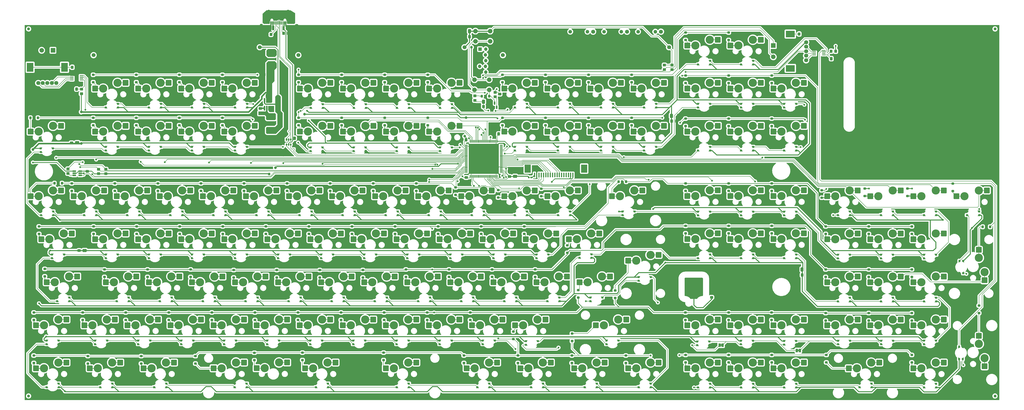
<source format=gbl>
G04 #@! TF.GenerationSoftware,KiCad,Pcbnew,(6.0.0-rc1-458-g78ff9a857a)*
G04 #@! TF.CreationDate,2022-12-04T21:38:43+01:00*
G04 #@! TF.ProjectId,berlin,6265726c-696e-42e6-9b69-6361645f7063,rev?*
G04 #@! TF.SameCoordinates,Original*
G04 #@! TF.FileFunction,Copper,L2,Bot*
G04 #@! TF.FilePolarity,Positive*
%FSLAX46Y46*%
G04 Gerber Fmt 4.6, Leading zero omitted, Abs format (unit mm)*
G04 Created by KiCad (PCBNEW (6.0.0-rc1-458-g78ff9a857a)) date 2022-12-04 21:38:43*
%MOMM*%
%LPD*%
G01*
G04 APERTURE LIST*
G04 Aperture macros list*
%AMRoundRect*
0 Rectangle with rounded corners*
0 $1 Rounding radius*
0 $2 $3 $4 $5 $6 $7 $8 $9 X,Y pos of 4 corners*
0 Add a 4 corners polygon primitive as box body*
4,1,4,$2,$3,$4,$5,$6,$7,$8,$9,$2,$3,0*
0 Add four circle primitives for the rounded corners*
1,1,$1+$1,$2,$3*
1,1,$1+$1,$4,$5*
1,1,$1+$1,$6,$7*
1,1,$1+$1,$8,$9*
0 Add four rect primitives between the rounded corners*
20,1,$1+$1,$2,$3,$4,$5,0*
20,1,$1+$1,$4,$5,$6,$7,0*
20,1,$1+$1,$6,$7,$8,$9,0*
20,1,$1+$1,$8,$9,$2,$3,0*%
%AMFreePoly0*
4,1,30,0.664142,0.394142,0.670000,0.380000,0.664142,0.365858,0.650000,0.360000,0.639861,0.360000,0.634409,0.349097,0.641334,0.339663,0.639014,0.324533,0.635101,0.321661,0.546798,0.160496,0.471072,-0.011862,0.410656,-0.190163,0.367074,-0.368692,0.368024,-0.373451,0.364365,-0.378933,0.365871,-0.382599,0.359972,-0.396724,0.345813,-0.402541,-0.525058,-0.400000,-0.532122,-0.397050,
-0.539142,-0.394142,-0.539154,-0.394113,-0.539183,-0.394101,-0.542091,-0.387023,-0.545000,-0.380000,-0.545000,0.380000,-0.539142,0.394142,-0.525000,0.400000,0.650000,0.400000,0.664142,0.394142,0.664142,0.394142,$1*%
%AMFreePoly1*
4,1,30,0.359972,0.396724,0.365871,0.382599,0.360054,0.368440,0.348994,0.363821,0.353493,0.348075,0.367722,0.345518,0.376463,0.332952,0.375604,0.328173,0.422324,0.151413,0.485716,-0.024855,0.564154,-0.194962,0.654823,-0.353725,0.658787,-0.356530,0.660097,-0.364182,0.664142,-0.365858,0.670000,-0.380000,0.664142,-0.394142,0.650000,-0.400000,-0.525000,-0.400000,-0.539142,-0.394142,
-0.545000,-0.380000,-0.545000,0.380000,-0.542091,0.387023,-0.539183,0.394101,-0.539154,0.394113,-0.539142,0.394142,-0.532122,0.397050,-0.525058,0.400000,0.345813,0.402541,0.359972,0.396724,0.359972,0.396724,$1*%
%AMFreePoly2*
4,1,34,0.575001,0.424979,0.592678,0.417657,0.600000,0.399978,0.592678,0.382301,0.574999,0.374979,0.559851,0.374979,0.554987,0.365252,0.555371,0.365204,0.567106,0.350091,0.564717,0.331106,0.560861,0.328112,0.473904,0.159164,0.399902,-0.020738,0.341456,-0.206278,0.299976,-0.391707,0.301018,-0.396477,0.299513,-0.398824,0.300000,-0.400000,0.292678,-0.417678,0.275000,-0.425000,
-0.200000,-0.425000,-0.319736,-0.407785,-0.429772,-0.357533,-0.521194,-0.278316,-0.586594,-0.176551,-0.620674,-0.060484,-0.620674,0.060484,-0.586594,0.176551,-0.521194,0.278316,-0.429772,0.357533,-0.319736,0.407785,-0.200000,0.425000,-0.199999,0.425000,0.575001,0.424979,0.575001,0.424979,$1*%
G04 Aperture macros list end*
G04 #@! TA.AperFunction,SMDPad,CuDef*
%ADD10FreePoly0,180.000000*%
G04 #@! TD*
G04 #@! TA.AperFunction,SMDPad,CuDef*
%ADD11FreePoly1,180.000000*%
G04 #@! TD*
G04 #@! TA.AperFunction,SMDPad,CuDef*
%ADD12FreePoly2,0.000000*%
G04 #@! TD*
G04 #@! TA.AperFunction,SMDPad,CuDef*
%ADD13FreePoly1,0.000000*%
G04 #@! TD*
G04 #@! TA.AperFunction,SMDPad,CuDef*
%ADD14FreePoly0,0.000000*%
G04 #@! TD*
G04 #@! TA.AperFunction,SMDPad,CuDef*
%ADD15FreePoly2,180.000000*%
G04 #@! TD*
G04 #@! TA.AperFunction,ComponentPad*
%ADD16C,1.778000*%
G04 #@! TD*
G04 #@! TA.AperFunction,ComponentPad*
%ADD17RoundRect,0.177800X-0.711200X-0.711200X0.711200X-0.711200X0.711200X0.711200X-0.711200X0.711200X0*%
G04 #@! TD*
G04 #@! TA.AperFunction,ComponentPad*
%ADD18C,1.800000*%
G04 #@! TD*
G04 #@! TA.AperFunction,ComponentPad*
%ADD19R,2.000000X2.000000*%
G04 #@! TD*
G04 #@! TA.AperFunction,ComponentPad*
%ADD20C,2.000000*%
G04 #@! TD*
G04 #@! TA.AperFunction,ComponentPad*
%ADD21R,4.000000X3.000000*%
G04 #@! TD*
G04 #@! TA.AperFunction,ComponentPad*
%ADD22R,3.000000X4.000000*%
G04 #@! TD*
G04 #@! TA.AperFunction,SMDPad,CuDef*
%ADD23FreePoly0,90.000000*%
G04 #@! TD*
G04 #@! TA.AperFunction,SMDPad,CuDef*
%ADD24FreePoly1,90.000000*%
G04 #@! TD*
G04 #@! TA.AperFunction,SMDPad,CuDef*
%ADD25FreePoly2,270.000000*%
G04 #@! TD*
G04 #@! TA.AperFunction,SMDPad,CuDef*
%ADD26FreePoly1,270.000000*%
G04 #@! TD*
G04 #@! TA.AperFunction,WasherPad*
%ADD27C,1.300000*%
G04 #@! TD*
G04 #@! TA.AperFunction,ComponentPad*
%ADD28R,1.750000X1.750000*%
G04 #@! TD*
G04 #@! TA.AperFunction,ComponentPad*
%ADD29C,1.750000*%
G04 #@! TD*
G04 #@! TA.AperFunction,ComponentPad*
%ADD30C,2.700000*%
G04 #@! TD*
G04 #@! TA.AperFunction,SMDPad,CuDef*
%ADD31FreePoly0,270.000000*%
G04 #@! TD*
G04 #@! TA.AperFunction,SMDPad,CuDef*
%ADD32FreePoly2,90.000000*%
G04 #@! TD*
G04 #@! TA.AperFunction,ComponentPad*
%ADD33C,0.800000*%
G04 #@! TD*
G04 #@! TA.AperFunction,ComponentPad*
%ADD34C,7.000000*%
G04 #@! TD*
G04 #@! TA.AperFunction,ComponentPad*
%ADD35R,1.524000X1.524000*%
G04 #@! TD*
G04 #@! TA.AperFunction,ComponentPad*
%ADD36O,1.524000X1.524000*%
G04 #@! TD*
G04 #@! TA.AperFunction,SMDPad,CuDef*
%ADD37RoundRect,0.250000X-0.350000X0.250000X-0.350000X-0.250000X0.350000X-0.250000X0.350000X0.250000X0*%
G04 #@! TD*
G04 #@! TA.AperFunction,ComponentPad*
%ADD38C,3.600000*%
G04 #@! TD*
G04 #@! TA.AperFunction,SMDPad,CuDef*
%ADD39RoundRect,0.254000X1.016000X1.016000X-1.016000X1.016000X-1.016000X-1.016000X1.016000X-1.016000X0*%
G04 #@! TD*
G04 #@! TA.AperFunction,SMDPad,CuDef*
%ADD40RoundRect,0.250000X0.450000X-0.350000X0.450000X0.350000X-0.450000X0.350000X-0.450000X-0.350000X0*%
G04 #@! TD*
G04 #@! TA.AperFunction,SMDPad,CuDef*
%ADD41RoundRect,0.250000X-0.450000X0.350000X-0.450000X-0.350000X0.450000X-0.350000X0.450000X0.350000X0*%
G04 #@! TD*
G04 #@! TA.AperFunction,SMDPad,CuDef*
%ADD42RoundRect,0.250000X1.450000X-0.400000X1.450000X0.400000X-1.450000X0.400000X-1.450000X-0.400000X0*%
G04 #@! TD*
G04 #@! TA.AperFunction,SMDPad,CuDef*
%ADD43RoundRect,0.250000X0.475000X-0.337500X0.475000X0.337500X-0.475000X0.337500X-0.475000X-0.337500X0*%
G04 #@! TD*
G04 #@! TA.AperFunction,SMDPad,CuDef*
%ADD44RoundRect,0.250000X-0.475000X0.337500X-0.475000X-0.337500X0.475000X-0.337500X0.475000X0.337500X0*%
G04 #@! TD*
G04 #@! TA.AperFunction,SMDPad,CuDef*
%ADD45R,1.487399X0.431000*%
G04 #@! TD*
G04 #@! TA.AperFunction,SMDPad,CuDef*
%ADD46RoundRect,0.254000X1.016000X-1.016000X1.016000X1.016000X-1.016000X1.016000X-1.016000X-1.016000X0*%
G04 #@! TD*
G04 #@! TA.AperFunction,SMDPad,CuDef*
%ADD47RoundRect,0.250000X-0.412500X-0.650000X0.412500X-0.650000X0.412500X0.650000X-0.412500X0.650000X0*%
G04 #@! TD*
G04 #@! TA.AperFunction,SMDPad,CuDef*
%ADD48RoundRect,0.250000X0.650000X-0.412500X0.650000X0.412500X-0.650000X0.412500X-0.650000X-0.412500X0*%
G04 #@! TD*
G04 #@! TA.AperFunction,SMDPad,CuDef*
%ADD49R,1.560000X0.650000*%
G04 #@! TD*
G04 #@! TA.AperFunction,SMDPad,CuDef*
%ADD50RoundRect,0.150000X-0.150000X-0.575000X0.150000X-0.575000X0.150000X0.575000X-0.150000X0.575000X0*%
G04 #@! TD*
G04 #@! TA.AperFunction,SMDPad,CuDef*
%ADD51RoundRect,0.075000X-0.075000X-0.650000X0.075000X-0.650000X0.075000X0.650000X-0.075000X0.650000X0*%
G04 #@! TD*
G04 #@! TA.AperFunction,ComponentPad*
%ADD52O,1.100000X2.200000*%
G04 #@! TD*
G04 #@! TA.AperFunction,ComponentPad*
%ADD53O,1.300000X1.900000*%
G04 #@! TD*
G04 #@! TA.AperFunction,SMDPad,CuDef*
%ADD54RoundRect,0.250000X0.325000X0.450000X-0.325000X0.450000X-0.325000X-0.450000X0.325000X-0.450000X0*%
G04 #@! TD*
G04 #@! TA.AperFunction,SMDPad,CuDef*
%ADD55RoundRect,0.250000X-0.350000X-0.450000X0.350000X-0.450000X0.350000X0.450000X-0.350000X0.450000X0*%
G04 #@! TD*
G04 #@! TA.AperFunction,SMDPad,CuDef*
%ADD56RoundRect,0.250000X0.250000X0.350000X-0.250000X0.350000X-0.250000X-0.350000X0.250000X-0.350000X0*%
G04 #@! TD*
G04 #@! TA.AperFunction,SMDPad,CuDef*
%ADD57R,1.000000X1.500000*%
G04 #@! TD*
G04 #@! TA.AperFunction,SMDPad,CuDef*
%ADD58R,0.650000X1.060000*%
G04 #@! TD*
G04 #@! TA.AperFunction,SMDPad,CuDef*
%ADD59RoundRect,0.325000X0.000000X0.205000X0.000000X-0.205000X0.000000X-0.205000X0.000000X0.205000X0*%
G04 #@! TD*
G04 #@! TA.AperFunction,SMDPad,CuDef*
%ADD60R,1.193800X0.304800*%
G04 #@! TD*
G04 #@! TA.AperFunction,SMDPad,CuDef*
%ADD61R,0.304800X1.193800*%
G04 #@! TD*
G04 #@! TA.AperFunction,SMDPad,CuDef*
%ADD62RoundRect,0.250000X0.350000X-0.250000X0.350000X0.250000X-0.350000X0.250000X-0.350000X-0.250000X0*%
G04 #@! TD*
G04 #@! TA.AperFunction,SMDPad,CuDef*
%ADD63R,3.500000X2.350000*%
G04 #@! TD*
G04 #@! TA.AperFunction,SMDPad,CuDef*
%ADD64R,0.650000X2.000000*%
G04 #@! TD*
G04 #@! TA.AperFunction,SMDPad,CuDef*
%ADD65RoundRect,0.250000X-0.337500X-0.475000X0.337500X-0.475000X0.337500X0.475000X-0.337500X0.475000X0*%
G04 #@! TD*
G04 #@! TA.AperFunction,SMDPad,CuDef*
%ADD66RoundRect,0.150000X-0.150000X0.587500X-0.150000X-0.587500X0.150000X-0.587500X0.150000X0.587500X0*%
G04 #@! TD*
G04 #@! TA.AperFunction,SMDPad,CuDef*
%ADD67RoundRect,0.250000X0.350000X0.450000X-0.350000X0.450000X-0.350000X-0.450000X0.350000X-0.450000X0*%
G04 #@! TD*
G04 #@! TA.AperFunction,SMDPad,CuDef*
%ADD68RoundRect,0.250000X0.337500X0.475000X-0.337500X0.475000X-0.337500X-0.475000X0.337500X-0.475000X0*%
G04 #@! TD*
G04 #@! TA.AperFunction,ComponentPad*
%ADD69C,1.600000*%
G04 #@! TD*
G04 #@! TA.AperFunction,ComponentPad*
%ADD70O,1.600000X1.600000*%
G04 #@! TD*
G04 #@! TA.AperFunction,SMDPad,CuDef*
%ADD71R,0.610000X2.000000*%
G04 #@! TD*
G04 #@! TA.AperFunction,SMDPad,CuDef*
%ADD72R,2.680000X3.600000*%
G04 #@! TD*
G04 #@! TA.AperFunction,SMDPad,CuDef*
%ADD73RoundRect,0.250000X0.412500X0.650000X-0.412500X0.650000X-0.412500X-0.650000X0.412500X-0.650000X0*%
G04 #@! TD*
G04 #@! TA.AperFunction,SMDPad,CuDef*
%ADD74RoundRect,0.250000X-0.450000X0.325000X-0.450000X-0.325000X0.450000X-0.325000X0.450000X0.325000X0*%
G04 #@! TD*
G04 #@! TA.AperFunction,SMDPad,CuDef*
%ADD75RoundRect,0.250000X-0.250000X-0.350000X0.250000X-0.350000X0.250000X0.350000X-0.250000X0.350000X0*%
G04 #@! TD*
G04 #@! TA.AperFunction,ViaPad*
%ADD76C,0.800000*%
G04 #@! TD*
G04 #@! TA.AperFunction,ViaPad*
%ADD77C,1.000000*%
G04 #@! TD*
G04 #@! TA.AperFunction,ViaPad*
%ADD78C,1.200000*%
G04 #@! TD*
G04 #@! TA.AperFunction,Conductor*
%ADD79C,0.200000*%
G04 #@! TD*
G04 #@! TA.AperFunction,Conductor*
%ADD80C,0.250000*%
G04 #@! TD*
G04 #@! TA.AperFunction,Conductor*
%ADD81C,0.300000*%
G04 #@! TD*
G04 #@! TA.AperFunction,Conductor*
%ADD82C,0.500000*%
G04 #@! TD*
G04 #@! TA.AperFunction,Conductor*
%ADD83C,0.400000*%
G04 #@! TD*
G04 #@! TA.AperFunction,Conductor*
%ADD84C,0.700000*%
G04 #@! TD*
G04 #@! TA.AperFunction,Conductor*
%ADD85C,0.600000*%
G04 #@! TD*
G04 APERTURE END LIST*
G36*
X373750000Y-202650000D02*
G01*
X373250000Y-202650000D01*
X373250000Y-202050000D01*
X373750000Y-202050000D01*
X373750000Y-202650000D01*
G37*
G36*
X339600000Y-200300000D02*
G01*
X339100000Y-200300000D01*
X339100000Y-199700000D01*
X339600000Y-199700000D01*
X339600000Y-200300000D01*
G37*
D10*
X234404500Y-142390500D03*
D11*
X234379100Y-140790500D03*
D12*
X229172100Y-140790500D03*
D13*
X229095900Y-142390500D03*
D10*
X62954500Y-142405000D03*
D11*
X62929100Y-140805000D03*
D12*
X57722100Y-140805000D03*
D13*
X57645900Y-142405000D03*
D10*
X129467000Y-218600000D03*
D11*
X129441600Y-217000000D03*
D12*
X124234600Y-217000000D03*
D13*
X124158400Y-218600000D03*
D14*
X248120500Y-112215500D03*
D13*
X248145900Y-113815500D03*
D15*
X253352900Y-113815500D03*
D11*
X253429100Y-112215500D03*
D10*
X139154500Y-142390500D03*
D11*
X139129100Y-140790500D03*
D12*
X133922100Y-140790500D03*
D13*
X133845900Y-142390500D03*
D14*
X195833000Y-112450000D03*
D13*
X195858400Y-114050000D03*
D15*
X201065400Y-114050000D03*
D11*
X201141600Y-112450000D03*
D10*
X70066500Y-218590500D03*
D11*
X70041100Y-216990500D03*
D12*
X64834100Y-216990500D03*
D13*
X64757900Y-218590500D03*
D10*
X182207500Y-94892500D03*
D11*
X182182100Y-93292500D03*
D12*
X176975100Y-93292500D03*
D13*
X176898900Y-94892500D03*
D10*
X72517000Y-94780000D03*
D11*
X72491600Y-93180000D03*
D12*
X67284600Y-93180000D03*
D13*
X67208400Y-94780000D03*
D16*
X297730000Y-61200000D03*
D17*
X300270000Y-61200000D03*
D14*
X181445500Y-159840500D03*
D13*
X181470900Y-161440500D03*
D15*
X186677900Y-161440500D03*
D11*
X186754100Y-159840500D03*
D10*
X248755500Y-180490500D03*
D11*
X248730100Y-178890500D03*
D12*
X243523100Y-178890500D03*
D13*
X243446900Y-180490500D03*
D10*
X163157500Y-94892500D03*
D11*
X163132100Y-93292500D03*
D12*
X157925100Y-93292500D03*
D13*
X157848900Y-94892500D03*
D18*
X376947000Y-65850000D03*
D19*
X362447000Y-67350000D03*
D20*
X362447000Y-72350000D03*
D18*
X376947000Y-67850000D03*
D20*
X362447000Y-69850000D03*
D18*
X376947000Y-71850000D03*
D21*
X369947000Y-62250000D03*
X369947000Y-77450000D03*
D18*
X376947000Y-73850000D03*
X376947000Y-69850000D03*
D10*
X201167000Y-218600000D03*
D11*
X201141600Y-217000000D03*
D12*
X195934600Y-217000000D03*
D13*
X195858400Y-218600000D03*
D14*
X124295500Y-159840500D03*
D13*
X124320900Y-161440500D03*
D15*
X129527900Y-161440500D03*
D11*
X129604100Y-159840500D03*
D10*
X158204500Y-142390500D03*
D11*
X158179100Y-140790500D03*
D12*
X152972100Y-140790500D03*
D13*
X152895900Y-142390500D03*
D10*
X165443500Y-218590500D03*
D11*
X165418100Y-216990500D03*
D12*
X160211100Y-216990500D03*
D13*
X160134900Y-218590500D03*
D10*
X334480500Y-161440500D03*
D11*
X334455100Y-159840500D03*
D12*
X329248100Y-159840500D03*
D13*
X329171900Y-161440500D03*
D14*
X195796500Y-197940500D03*
D13*
X195821900Y-199540500D03*
D15*
X201028900Y-199540500D03*
D11*
X201105100Y-197940500D03*
D10*
X253454500Y-94765500D03*
D11*
X253429100Y-93165500D03*
D12*
X248222100Y-93165500D03*
D13*
X248145900Y-94765500D03*
D10*
X210655500Y-180490500D03*
D11*
X210630100Y-178890500D03*
D12*
X205423100Y-178890500D03*
D13*
X205346900Y-180490500D03*
D10*
X396329500Y-142390500D03*
D11*
X396304100Y-140790500D03*
D12*
X391097100Y-140790500D03*
D13*
X391020900Y-142390500D03*
D10*
X77305500Y-180490500D03*
D11*
X77280100Y-178890500D03*
D12*
X72073100Y-178890500D03*
D13*
X71996900Y-180490500D03*
D14*
X329146500Y-93165500D03*
D13*
X329171900Y-94765500D03*
D15*
X334378900Y-94765500D03*
D11*
X334455100Y-93165500D03*
D10*
X129667000Y-94780000D03*
D11*
X129641600Y-93180000D03*
D12*
X124434600Y-93180000D03*
D13*
X124358400Y-94780000D03*
D10*
X372580500Y-113815500D03*
D11*
X372555100Y-112215500D03*
D12*
X367348100Y-112215500D03*
D13*
X367271900Y-113815500D03*
D10*
X353530500Y-113815500D03*
D11*
X353505100Y-112215500D03*
D12*
X348298100Y-112215500D03*
D13*
X348221900Y-113815500D03*
D14*
X238595500Y-159840500D03*
D13*
X238620900Y-161440500D03*
D15*
X243827900Y-161440500D03*
D11*
X243904100Y-159840500D03*
D14*
X214983000Y-112450000D03*
D13*
X215008400Y-114050000D03*
D15*
X220215400Y-114050000D03*
D11*
X220291600Y-112450000D03*
D14*
X329146500Y-140917500D03*
D13*
X329171900Y-142517500D03*
D15*
X334378900Y-142517500D03*
D11*
X334455100Y-140917500D03*
D10*
X177254500Y-142390500D03*
D11*
X177229100Y-140790500D03*
D12*
X172022100Y-140790500D03*
D13*
X171945900Y-142390500D03*
D14*
X105245500Y-112215500D03*
D13*
X105270900Y-113815500D03*
D15*
X110477900Y-113815500D03*
D11*
X110554100Y-112215500D03*
D10*
X46317500Y-218590500D03*
D11*
X46292100Y-216990500D03*
D12*
X41085100Y-216990500D03*
D13*
X41008900Y-218590500D03*
D14*
X410045500Y-159967500D03*
D13*
X410070900Y-161567500D03*
D15*
X415277900Y-161567500D03*
D11*
X415354100Y-159967500D03*
D10*
X215354500Y-142390500D03*
D11*
X215329100Y-140790500D03*
D12*
X210122100Y-140790500D03*
D13*
X210045900Y-142390500D03*
D18*
X45275000Y-83958000D03*
D19*
X43775000Y-69458000D03*
D18*
X43275000Y-83958000D03*
D20*
X38775000Y-69458000D03*
X41275000Y-69458000D03*
D18*
X39275000Y-83958000D03*
D22*
X48875000Y-76958000D03*
X33675000Y-76958000D03*
D18*
X37275000Y-83958000D03*
X41275000Y-83958000D03*
D14*
X105245500Y-159840500D03*
D13*
X105270900Y-161440500D03*
D15*
X110477900Y-161440500D03*
D11*
X110554100Y-159840500D03*
D10*
X272504500Y-94765500D03*
D11*
X272479100Y-93165500D03*
D12*
X267272100Y-93165500D03*
D13*
X267195900Y-94765500D03*
D14*
X43396500Y-159840500D03*
D13*
X43421900Y-161440500D03*
D15*
X48628900Y-161440500D03*
D11*
X48705100Y-159840500D03*
D23*
X444630000Y-206097000D03*
D24*
X446230000Y-206071600D03*
D25*
X446230000Y-200864600D03*
D26*
X444630000Y-200788400D03*
D10*
X110617000Y-94780000D03*
D11*
X110591600Y-93180000D03*
D12*
X105384600Y-93180000D03*
D13*
X105308400Y-94780000D03*
D10*
X415379500Y-142390500D03*
D11*
X415354100Y-140790500D03*
D12*
X410147100Y-140790500D03*
D13*
X410070900Y-142390500D03*
D10*
X51016500Y-180490500D03*
D11*
X50991100Y-178890500D03*
D12*
X45784100Y-178890500D03*
D13*
X45707900Y-180490500D03*
D10*
X101054500Y-142405000D03*
D11*
X101029100Y-140805000D03*
D12*
X95822100Y-140805000D03*
D13*
X95745900Y-142405000D03*
D14*
X143345500Y-159840500D03*
D13*
X143370900Y-161440500D03*
D15*
X148577900Y-161440500D03*
D11*
X148654100Y-159840500D03*
D27*
X33000000Y-60000000D03*
D14*
X348196500Y-140917500D03*
D13*
X348221900Y-142517500D03*
D15*
X353428900Y-142517500D03*
D11*
X353505100Y-140917500D03*
D14*
X176619500Y-197940500D03*
D13*
X176644900Y-199540500D03*
D15*
X181851900Y-199540500D03*
D11*
X181928100Y-197940500D03*
D10*
X172428500Y-180490500D03*
D11*
X172403100Y-178890500D03*
D12*
X167196100Y-178890500D03*
D13*
X167119900Y-180490500D03*
D14*
X410143000Y-198020000D03*
D13*
X410168400Y-199620000D03*
D15*
X415375400Y-199620000D03*
D11*
X415451600Y-198020000D03*
D14*
X348113000Y-198020000D03*
D13*
X348138400Y-199620000D03*
D15*
X353345400Y-199620000D03*
D11*
X353421600Y-198020000D03*
D14*
X67145500Y-159840500D03*
D13*
X67170900Y-161440500D03*
D15*
X72377900Y-161440500D03*
D11*
X72454100Y-159840500D03*
D10*
X353530500Y-218717500D03*
D11*
X353505100Y-217117500D03*
D12*
X348298100Y-217117500D03*
D13*
X348221900Y-218717500D03*
D14*
X281521500Y-178890500D03*
D13*
X281546900Y-180490500D03*
D15*
X286753900Y-180490500D03*
D11*
X286830100Y-178890500D03*
D28*
X61746250Y-68100000D03*
D29*
X61746250Y-71600000D03*
X135246250Y-68100000D03*
D30*
X131096250Y-74050000D03*
X65896250Y-74050000D03*
X67096250Y-65650000D03*
X129896250Y-65650000D03*
D14*
X81496500Y-197940500D03*
D13*
X81521900Y-199540500D03*
D15*
X86728900Y-199540500D03*
D11*
X86805100Y-197940500D03*
D14*
X219545500Y-159840500D03*
D13*
X219570900Y-161440500D03*
D15*
X224777900Y-161440500D03*
D11*
X224854100Y-159840500D03*
D10*
X353530500Y-161440500D03*
D11*
X353505100Y-159840500D03*
D12*
X348298100Y-159840500D03*
D13*
X348221900Y-161440500D03*
D16*
X312730000Y-61200000D03*
D17*
X315270000Y-61200000D03*
D14*
X295745500Y-140790500D03*
D13*
X295770900Y-142390500D03*
D15*
X300977900Y-142390500D03*
D11*
X301054100Y-140790500D03*
D14*
X257645500Y-159840500D03*
D13*
X257670900Y-161440500D03*
D15*
X262877900Y-161440500D03*
D11*
X262954100Y-159840500D03*
D14*
X367246500Y-140917500D03*
D13*
X367271900Y-142517500D03*
D15*
X372478900Y-142517500D03*
D11*
X372555100Y-140917500D03*
D10*
X93942500Y-218590500D03*
D11*
X93917100Y-216990500D03*
D12*
X88710100Y-216990500D03*
D13*
X88633900Y-218590500D03*
D31*
X446390000Y-162763000D03*
D26*
X444790000Y-162788400D03*
D32*
X444790000Y-167995400D03*
D24*
X446390000Y-168071600D03*
D10*
X229705500Y-180490500D03*
D11*
X229680100Y-178890500D03*
D12*
X224473100Y-178890500D03*
D13*
X224396900Y-180490500D03*
D10*
X434429500Y-218717500D03*
D11*
X434404100Y-217117500D03*
D12*
X429197100Y-217117500D03*
D13*
X429120900Y-218717500D03*
D10*
X372580500Y-218717500D03*
D11*
X372555100Y-217117500D03*
D12*
X367348100Y-217117500D03*
D13*
X367271900Y-218717500D03*
D16*
X282730000Y-61200000D03*
D17*
X285270000Y-61200000D03*
D10*
X220307500Y-94892500D03*
D11*
X220282100Y-93292500D03*
D12*
X215075100Y-93292500D03*
D13*
X214998900Y-94892500D03*
D14*
X429095500Y-159967500D03*
D13*
X429120900Y-161567500D03*
D15*
X434327900Y-161567500D03*
D11*
X434404100Y-159967500D03*
D10*
X453479500Y-142390500D03*
D11*
X453454100Y-140790500D03*
D12*
X448247100Y-140790500D03*
D13*
X448170900Y-142390500D03*
D10*
X405892000Y-218605000D03*
D11*
X405866600Y-217005000D03*
D12*
X400659600Y-217005000D03*
D13*
X400583400Y-218605000D03*
D33*
X329156155Y-172343845D03*
X327300000Y-176825000D03*
X329925000Y-174200000D03*
X325443845Y-176056155D03*
X325443845Y-172343845D03*
X327300000Y-171575000D03*
X329156155Y-176056155D03*
X324675000Y-174200000D03*
D34*
X327300000Y-174200000D03*
D27*
X460500000Y-222500000D03*
D14*
X429095500Y-197940500D03*
D13*
X429120900Y-199540500D03*
D15*
X434327900Y-199540500D03*
D11*
X434404100Y-197940500D03*
D10*
X191478500Y-180490500D03*
D11*
X191453100Y-178890500D03*
D12*
X186246100Y-178890500D03*
D13*
X186169900Y-180490500D03*
D10*
X434429500Y-142390500D03*
D11*
X434404100Y-140790500D03*
D12*
X429197100Y-140790500D03*
D13*
X429120900Y-142390500D03*
D14*
X288633500Y-197940500D03*
D13*
X288658900Y-199540500D03*
D15*
X293865900Y-199540500D03*
D11*
X293942100Y-197940500D03*
D20*
X230650000Y-60950000D03*
X237150000Y-60950000D03*
X237150000Y-65450000D03*
X230650000Y-65450000D03*
D10*
X434429500Y-180617500D03*
D11*
X434404100Y-179017500D03*
D12*
X429197100Y-179017500D03*
D13*
X429120900Y-180617500D03*
D14*
X267170500Y-112215500D03*
D13*
X267195900Y-113815500D03*
D15*
X272402900Y-113815500D03*
D11*
X272479100Y-112215500D03*
D14*
X100546500Y-197940500D03*
D13*
X100571900Y-199540500D03*
D15*
X105778900Y-199540500D03*
D11*
X105855100Y-197940500D03*
D10*
X282017000Y-161350000D03*
D11*
X281991600Y-159750000D03*
D12*
X276784600Y-159750000D03*
D13*
X276708400Y-161350000D03*
D10*
X372580500Y-161440500D03*
D11*
X372555100Y-159840500D03*
D12*
X367348100Y-159840500D03*
D13*
X367271900Y-161440500D03*
D14*
X367208000Y-198125000D03*
D13*
X367233400Y-199725000D03*
D15*
X372440400Y-199725000D03*
D11*
X372516600Y-198125000D03*
D10*
X267805500Y-180490500D03*
D11*
X267780100Y-178890500D03*
D12*
X262573100Y-178890500D03*
D13*
X262496900Y-180490500D03*
D14*
X138519500Y-197940500D03*
D13*
X138544900Y-199540500D03*
D15*
X143751900Y-199540500D03*
D11*
X143828100Y-197940500D03*
D14*
X367246500Y-93165500D03*
D13*
X367271900Y-94765500D03*
D15*
X372478900Y-94765500D03*
D11*
X372555100Y-93165500D03*
D35*
X232693500Y-68920000D03*
D36*
X235233500Y-68920000D03*
X232566500Y-71460000D03*
X235106500Y-71460000D03*
X232693500Y-74000000D03*
X235233500Y-74000000D03*
X232566500Y-76540000D03*
X235106500Y-76540000D03*
X232693500Y-79080000D03*
X235233500Y-79080000D03*
D14*
X62446500Y-197940500D03*
D13*
X62471900Y-199540500D03*
D15*
X67678900Y-199540500D03*
D11*
X67755100Y-197940500D03*
D10*
X291554500Y-94765500D03*
D11*
X291529100Y-93165500D03*
D12*
X286322100Y-93165500D03*
D13*
X286245900Y-94765500D03*
D14*
X40983500Y-197940500D03*
D13*
X41008900Y-199540500D03*
D15*
X46215900Y-199540500D03*
D11*
X46292100Y-197940500D03*
D10*
X260604000Y-218590500D03*
D11*
X260578600Y-216990500D03*
D12*
X255371600Y-216990500D03*
D13*
X255295400Y-218590500D03*
D10*
X96355500Y-180490500D03*
D11*
X96330100Y-178890500D03*
D12*
X91123100Y-178890500D03*
D13*
X91046900Y-180490500D03*
D27*
X33000000Y-222500000D03*
D14*
X176783000Y-112450000D03*
D13*
X176808400Y-114050000D03*
D15*
X182015400Y-114050000D03*
D11*
X182091600Y-112450000D03*
D10*
X43904500Y-142405000D03*
D11*
X43879100Y-140805000D03*
D12*
X38672100Y-140805000D03*
D13*
X38595900Y-142405000D03*
D14*
X391093000Y-198020000D03*
D13*
X391118400Y-199620000D03*
D15*
X396325400Y-199620000D03*
D11*
X396401600Y-198020000D03*
D14*
X328783000Y-198400000D03*
D13*
X328808400Y-200000000D03*
D15*
X334015400Y-200000000D03*
D11*
X334091600Y-198400000D03*
D14*
X305270500Y-112215500D03*
D13*
X305295900Y-113815500D03*
D15*
X310502900Y-113815500D03*
D11*
X310579100Y-112215500D03*
D14*
X86195500Y-159840500D03*
D13*
X86220900Y-161440500D03*
D15*
X91427900Y-161440500D03*
D11*
X91504100Y-159840500D03*
D14*
X124295500Y-112215500D03*
D13*
X124320900Y-113815500D03*
D15*
X129527900Y-113815500D03*
D11*
X129604100Y-112215500D03*
D10*
X253454500Y-142390500D03*
D11*
X253429100Y-140790500D03*
D12*
X248222100Y-140790500D03*
D13*
X248145900Y-142390500D03*
D14*
X302895000Y-169873500D03*
D13*
X302920400Y-171473500D03*
D15*
X308127400Y-171473500D03*
D11*
X308203600Y-169873500D03*
D10*
X334480500Y-218717500D03*
D11*
X334455100Y-217117500D03*
D12*
X329248100Y-217117500D03*
D13*
X329171900Y-218717500D03*
D14*
X38433000Y-112850000D03*
D13*
X38458400Y-114450000D03*
D15*
X43665400Y-114450000D03*
D11*
X43741600Y-112850000D03*
D10*
X310604500Y-94765500D03*
D11*
X310579100Y-93165500D03*
D12*
X305372100Y-93165500D03*
D13*
X305295900Y-94765500D03*
D10*
X91567000Y-94780000D03*
D11*
X91541600Y-93180000D03*
D12*
X86334600Y-93180000D03*
D13*
X86258400Y-94780000D03*
D10*
X120104500Y-142390500D03*
D11*
X120079100Y-140790500D03*
D12*
X114872100Y-140790500D03*
D13*
X114795900Y-142390500D03*
D14*
X252993000Y-198240000D03*
D13*
X253018400Y-199840000D03*
D15*
X258225400Y-199840000D03*
D11*
X258301600Y-198240000D03*
D14*
X390995500Y-159967500D03*
D13*
X391020900Y-161567500D03*
D15*
X396227900Y-161567500D03*
D11*
X396304100Y-159967500D03*
D10*
X334480500Y-113815500D03*
D11*
X334455100Y-112215500D03*
D12*
X329248100Y-112215500D03*
D13*
X329171900Y-113815500D03*
D10*
X115405500Y-180490500D03*
D11*
X115380100Y-178890500D03*
D12*
X110173100Y-178890500D03*
D13*
X110096900Y-180490500D03*
D10*
X236817500Y-218590500D03*
D11*
X236792100Y-216990500D03*
D12*
X231585100Y-216990500D03*
D13*
X231508900Y-218590500D03*
D10*
X134328500Y-180490500D03*
D11*
X134303100Y-178890500D03*
D12*
X129096100Y-178890500D03*
D13*
X129019900Y-180490500D03*
D14*
X200495500Y-159840500D03*
D13*
X200520900Y-161440500D03*
D15*
X205727900Y-161440500D03*
D11*
X205804100Y-159840500D03*
D14*
X86195500Y-112215500D03*
D13*
X86220900Y-113815500D03*
D15*
X91427900Y-113815500D03*
D11*
X91504100Y-112215500D03*
D10*
X284353000Y-218590500D03*
D11*
X284327600Y-216990500D03*
D12*
X279120600Y-216990500D03*
D13*
X279044400Y-218590500D03*
D14*
X162395500Y-159840500D03*
D13*
X162420900Y-161440500D03*
D15*
X167627900Y-161440500D03*
D11*
X167704100Y-159840500D03*
D28*
X242816500Y-68100000D03*
D29*
X242816500Y-71600000D03*
X316316500Y-68100000D03*
D30*
X310966500Y-65650000D03*
X312166500Y-74050000D03*
X246966500Y-74050000D03*
X248166500Y-65650000D03*
D10*
X396329500Y-180617500D03*
D11*
X396304100Y-179017500D03*
D12*
X391097100Y-179017500D03*
D13*
X391020900Y-180617500D03*
D14*
X286220500Y-112215500D03*
D13*
X286245900Y-113815500D03*
D15*
X291452900Y-113815500D03*
D11*
X291529100Y-112215500D03*
D10*
X272542000Y-142405000D03*
D11*
X272516600Y-140805000D03*
D12*
X267309600Y-140805000D03*
D13*
X267233400Y-142405000D03*
D14*
X214846500Y-197940500D03*
D13*
X214871900Y-199540500D03*
D15*
X220078900Y-199540500D03*
D11*
X220155100Y-197940500D03*
D14*
X119469500Y-197940500D03*
D13*
X119494900Y-199540500D03*
D15*
X124701900Y-199540500D03*
D11*
X124778100Y-197940500D03*
D14*
X157733000Y-112450000D03*
D13*
X157758400Y-114050000D03*
D15*
X162965400Y-114050000D03*
D11*
X163041600Y-112450000D03*
D14*
X233896500Y-197940500D03*
D13*
X233921900Y-199540500D03*
D15*
X239128900Y-199540500D03*
D11*
X239205100Y-197940500D03*
D10*
X353530500Y-75715500D03*
D11*
X353505100Y-74115500D03*
D12*
X348298100Y-74115500D03*
D13*
X348221900Y-75715500D03*
D10*
X308191500Y-218590500D03*
D11*
X308166100Y-216990500D03*
D12*
X302959100Y-216990500D03*
D13*
X302882900Y-218590500D03*
D10*
X82004500Y-142405000D03*
D11*
X81979100Y-140805000D03*
D12*
X76772100Y-140805000D03*
D13*
X76695900Y-142405000D03*
D10*
X153378500Y-180490500D03*
D11*
X153353100Y-178890500D03*
D12*
X148146100Y-178890500D03*
D13*
X148069900Y-180490500D03*
D28*
X152329000Y-68100000D03*
D29*
X152329000Y-71600000D03*
X225829000Y-68100000D03*
D30*
X221679000Y-74050000D03*
X156479000Y-74050000D03*
X157679000Y-65650000D03*
X220479000Y-65650000D03*
D10*
X334480500Y-75715500D03*
D11*
X334455100Y-74115500D03*
D12*
X329248100Y-74115500D03*
D13*
X329171900Y-75715500D03*
D10*
X201257500Y-94892500D03*
D11*
X201232100Y-93292500D03*
D12*
X196025100Y-93292500D03*
D13*
X195948900Y-94892500D03*
D14*
X157569500Y-197940500D03*
D13*
X157594900Y-199540500D03*
D15*
X162801900Y-199540500D03*
D11*
X162878100Y-197940500D03*
D14*
X348196500Y-93165500D03*
D13*
X348221900Y-94765500D03*
D15*
X353428900Y-94765500D03*
D11*
X353505100Y-93165500D03*
D27*
X460500000Y-60000000D03*
D10*
X196304500Y-142390500D03*
D11*
X196279100Y-140790500D03*
D12*
X191072100Y-140790500D03*
D13*
X190995900Y-142390500D03*
D10*
X415379500Y-180617500D03*
D11*
X415354100Y-179017500D03*
D12*
X410147100Y-179017500D03*
D13*
X410070900Y-180617500D03*
D14*
X67145500Y-112215500D03*
D13*
X67170900Y-113815500D03*
D15*
X72377900Y-113815500D03*
D11*
X72454100Y-112215500D03*
D37*
X147320000Y-128398000D03*
X147320000Y-131698000D03*
D38*
X166020750Y-172116750D03*
X172370750Y-169576750D03*
D39*
X175926750Y-169576750D03*
X162464750Y-172116750D03*
D37*
X261620000Y-80265000D03*
X261620000Y-83565000D03*
D38*
X281908250Y-150526750D03*
X275558250Y-153066750D03*
D39*
X285464250Y-150526750D03*
X272002250Y-153066750D03*
D37*
X361696000Y-128398000D03*
X361696000Y-131698000D03*
X109220000Y-128398000D03*
X109220000Y-131698000D03*
D40*
X317650000Y-78000000D03*
X317650000Y-76000000D03*
D37*
X299720000Y-99315000D03*
X299720000Y-102615000D03*
D41*
X67150000Y-122100000D03*
X67150000Y-124100000D03*
D37*
X35306000Y-185548000D03*
X35306000Y-188848000D03*
X152400000Y-99315000D03*
X152400000Y-102615000D03*
X240715800Y-131344400D03*
X240715800Y-134644400D03*
D38*
X143795750Y-188626750D03*
X137445750Y-191166750D03*
D39*
X147351750Y-188626750D03*
X133889750Y-191166750D03*
D38*
X272383250Y-102901750D03*
X266033250Y-105441750D03*
D39*
X275939250Y-102901750D03*
X262477250Y-105441750D03*
D42*
X140462000Y-75631000D03*
X140462000Y-71181000D03*
D37*
X52070000Y-128398000D03*
X52070000Y-131698000D03*
D38*
X389858250Y-191198500D03*
X396208250Y-188658500D03*
D39*
X399764250Y-188658500D03*
X386302250Y-191198500D03*
D37*
X190500000Y-99315000D03*
X190500000Y-102615000D03*
D38*
X353345750Y-188658500D03*
X346995750Y-191198500D03*
D39*
X356901750Y-188658500D03*
X343439750Y-191198500D03*
D37*
X361696000Y-80646000D03*
X361696000Y-83946000D03*
D38*
X170783250Y-134016750D03*
X177133250Y-131476750D03*
D39*
X180689250Y-131476750D03*
X167227250Y-134016750D03*
D37*
X242570000Y-99315000D03*
X242570000Y-102615000D03*
X323596000Y-147194000D03*
X323596000Y-150494000D03*
D43*
X245720000Y-125307500D03*
X245720000Y-123232500D03*
D38*
X139033250Y-131476750D03*
X132683250Y-134016750D03*
D39*
X142589250Y-131476750D03*
X129127250Y-134016750D03*
D37*
X37592000Y-147448000D03*
X37592000Y-150748000D03*
D38*
X347027500Y-153035000D03*
X353377500Y-150495000D03*
D39*
X356933500Y-150495000D03*
X343471500Y-153035000D03*
D37*
X204470000Y-128398000D03*
X204470000Y-131698000D03*
X453390000Y-182500000D03*
X453390000Y-185800000D03*
D44*
X226568000Y-125759300D03*
X226568000Y-127834300D03*
D37*
X61595000Y-99315000D03*
X61595000Y-102615000D03*
D38*
X110458250Y-83851750D03*
X104108250Y-86391750D03*
D39*
X114014250Y-83851750D03*
X100552250Y-86391750D03*
D38*
X246983410Y-86391750D03*
X253333410Y-83851750D03*
D39*
X256889410Y-83851750D03*
X243427410Y-86391750D03*
D37*
X114046000Y-185548000D03*
X114046000Y-188848000D03*
D45*
X380517400Y-71459999D03*
X380517400Y-70810001D03*
X380517400Y-70159999D03*
X380517400Y-69510001D03*
X384784600Y-69510001D03*
X384784600Y-70159999D03*
X384784600Y-70810001D03*
X384784600Y-71459999D03*
D38*
X455898250Y-167703500D03*
X453358250Y-161353500D03*
D46*
X455898250Y-171259500D03*
X453358250Y-157797500D03*
D37*
X118872000Y-147448000D03*
X118872000Y-150748000D03*
D38*
X291433250Y-83851750D03*
X285083250Y-86391750D03*
D39*
X294989250Y-83851750D03*
X281527250Y-86391750D03*
D38*
X123160000Y-105440000D03*
X129510000Y-102900000D03*
D39*
X133066000Y-102900000D03*
X119604000Y-105440000D03*
D37*
X249428000Y-204598000D03*
X249428000Y-207898000D03*
D38*
X427958250Y-172148500D03*
X434308250Y-169608500D03*
D39*
X437864250Y-169608500D03*
X424402250Y-172148500D03*
D38*
X334327500Y-64770000D03*
X327977500Y-67310000D03*
D39*
X337883500Y-64770000D03*
X324421500Y-67310000D03*
D38*
X158083250Y-131476750D03*
X151733250Y-134016750D03*
D39*
X161639250Y-131476750D03*
X148177250Y-134016750D03*
D38*
X334327500Y-131445000D03*
X327977500Y-133985000D03*
D39*
X337883500Y-131445000D03*
X324421500Y-133985000D03*
D37*
X323596000Y-99696000D03*
X323596000Y-102996000D03*
D47*
X234237500Y-92200000D03*
X237362500Y-92200000D03*
D41*
X63950000Y-122100000D03*
X63950000Y-124100000D03*
D37*
X156972000Y-147448000D03*
X156972000Y-150748000D03*
X385572000Y-147448000D03*
X385572000Y-150748000D03*
X142748000Y-166752000D03*
X142748000Y-170052000D03*
X259765800Y-130760200D03*
X259765800Y-134060200D03*
D38*
X129508250Y-150526750D03*
X123158250Y-153066750D03*
D39*
X133064250Y-150526750D03*
X119602250Y-153066750D03*
D38*
X260477000Y-207676750D03*
X254127000Y-210216750D03*
D39*
X264033000Y-207676750D03*
X250571000Y-210216750D03*
D37*
X99822000Y-147448000D03*
X99822000Y-150748000D03*
D48*
X54500000Y-110362500D03*
X54500000Y-107237500D03*
D38*
X61245750Y-191166750D03*
X67595750Y-188626750D03*
D39*
X71151750Y-188626750D03*
X57689750Y-191166750D03*
D38*
X262858250Y-150526750D03*
X256508250Y-153066750D03*
D39*
X266414250Y-150526750D03*
X252952250Y-153066750D03*
D37*
X225552000Y-204598000D03*
X225552000Y-207898000D03*
D38*
X118390000Y-210210000D03*
X124740000Y-207670000D03*
D39*
X128296000Y-207670000D03*
X114834000Y-210210000D03*
D38*
X127920750Y-172116750D03*
X134270750Y-169576750D03*
D39*
X137826750Y-169576750D03*
X124364750Y-172116750D03*
D49*
X55866000Y-122954000D03*
X55866000Y-123904000D03*
X55866000Y-124854000D03*
X53166000Y-124854000D03*
X53166000Y-123904000D03*
X53166000Y-122954000D03*
D37*
X71120000Y-128398000D03*
X71120000Y-131698000D03*
D38*
X180308250Y-153066750D03*
X186658250Y-150526750D03*
D39*
X190214250Y-150526750D03*
X176752250Y-153066750D03*
D37*
X180848000Y-166752000D03*
X180848000Y-170052000D03*
X161798000Y-166752000D03*
X161798000Y-170052000D03*
X190246000Y-185548000D03*
X190246000Y-188848000D03*
X128270000Y-128398000D03*
X128270000Y-131698000D03*
D38*
X156495750Y-191166750D03*
X162845750Y-188626750D03*
D39*
X166401750Y-188626750D03*
X152939750Y-191166750D03*
D37*
X423672000Y-204344000D03*
X423672000Y-207644000D03*
X199898000Y-166498000D03*
X199898000Y-169798000D03*
D20*
X230250000Y-82450000D03*
X236750000Y-82450000D03*
X230250000Y-86950000D03*
X236750000Y-86950000D03*
D38*
X258095750Y-188626750D03*
X251745750Y-191166750D03*
D39*
X261651750Y-188626750D03*
X248189750Y-191166750D03*
D37*
X190500000Y-80265000D03*
X190500000Y-83565000D03*
D38*
X310483250Y-83851750D03*
X304133250Y-86391750D03*
D39*
X314039250Y-83851750D03*
X300577250Y-86391750D03*
D37*
X99695000Y-99315000D03*
X99695000Y-102615000D03*
X385572000Y-166498000D03*
X385572000Y-169798000D03*
D38*
X366077500Y-105410000D03*
X372427500Y-102870000D03*
D39*
X375983500Y-102870000D03*
X362521500Y-105410000D03*
D37*
X261620000Y-99315000D03*
X261620000Y-102615000D03*
D43*
X52040000Y-110427500D03*
X52040000Y-108352500D03*
D50*
X140260000Y-57372500D03*
X141060000Y-57372500D03*
D51*
X142260000Y-57372500D03*
X143256000Y-57372500D03*
X143760000Y-57372500D03*
X144760000Y-57372500D03*
D50*
X146760000Y-57372500D03*
X145960000Y-57372500D03*
D51*
X145260000Y-57372500D03*
X144260000Y-57372500D03*
X142760000Y-57372500D03*
X141760000Y-57372500D03*
D52*
X139210000Y-56597500D03*
D53*
X147810000Y-52397500D03*
X139210000Y-52397500D03*
D52*
X147810000Y-56597500D03*
D54*
X54365000Y-76962000D03*
X52315000Y-76962000D03*
D37*
X154150000Y-203300000D03*
X154150000Y-206600000D03*
X423672000Y-185802000D03*
X423672000Y-189102000D03*
D38*
X285083250Y-105441750D03*
X291433250Y-102901750D03*
D39*
X294989250Y-102901750D03*
X281527250Y-105441750D03*
D38*
X66008250Y-105441750D03*
X72358250Y-102901750D03*
D39*
X75914250Y-102901750D03*
X62452250Y-105441750D03*
D55*
X137176000Y-80178000D03*
X139176000Y-80178000D03*
D38*
X69977000Y-207676750D03*
X63627000Y-210216750D03*
D39*
X73533000Y-207676750D03*
X60071000Y-210216750D03*
D56*
X37083000Y-99314000D03*
X33783000Y-99314000D03*
D38*
X237458250Y-153066750D03*
X243808250Y-150526750D03*
D39*
X247364250Y-150526750D03*
X233902250Y-153066750D03*
D38*
X286670750Y-169576750D03*
X280320750Y-172116750D03*
D39*
X290226750Y-169576750D03*
X276764750Y-172116750D03*
D37*
X404622000Y-147448000D03*
X404622000Y-150748000D03*
D38*
X455898250Y-205803500D03*
X453358250Y-199453500D03*
D46*
X455898250Y-209359500D03*
X453358250Y-195897500D03*
D38*
X327950000Y-191200000D03*
X334300000Y-188660000D03*
D39*
X337856000Y-188660000D03*
X324394000Y-191200000D03*
D57*
X372850000Y-202350000D03*
X374150000Y-202350000D03*
D37*
X342646000Y-147194000D03*
X342646000Y-150494000D03*
X342646000Y-185548000D03*
X342646000Y-188848000D03*
D58*
X147066000Y-108966000D03*
D59*
X148016000Y-108966000D03*
X148966000Y-108966000D03*
X148966000Y-111166000D03*
X148016000Y-111166000D03*
X147066000Y-111166000D03*
D37*
X132900000Y-203350000D03*
X132900000Y-206650000D03*
X209296000Y-185548000D03*
X209296000Y-188848000D03*
X85598000Y-166498000D03*
X85598000Y-169798000D03*
D60*
X242065000Y-111474999D03*
X242065000Y-111975001D03*
X242065000Y-112475000D03*
X242065000Y-112974999D03*
X242065000Y-113475000D03*
X242065000Y-113974999D03*
X242065000Y-114475001D03*
X242065000Y-114975000D03*
X242065000Y-115474999D03*
X242065000Y-115975000D03*
X242065000Y-116474999D03*
X242065000Y-116974998D03*
X242065000Y-117475000D03*
X242065000Y-117974999D03*
X242065000Y-118475001D03*
X242065000Y-118975000D03*
X242065000Y-119474999D03*
X242065000Y-119975000D03*
X242065000Y-120474999D03*
X242065000Y-120975001D03*
X242065000Y-121475000D03*
X242065000Y-121974999D03*
X242065000Y-122475000D03*
X242065000Y-122974999D03*
X242065000Y-123475001D03*
D61*
X240315001Y-125225000D03*
X239814999Y-125225000D03*
X239315000Y-125225000D03*
X238815001Y-125225000D03*
X238315000Y-125225000D03*
X237815001Y-125225000D03*
X237314999Y-125225000D03*
X236815000Y-125225000D03*
X236315001Y-125225000D03*
X235815000Y-125225000D03*
X235315001Y-125225000D03*
X234814999Y-125225000D03*
X234315000Y-125225000D03*
X233815001Y-125225000D03*
X233314999Y-125225000D03*
X232815000Y-125225000D03*
X232314999Y-125225000D03*
X231815000Y-125225000D03*
X231315001Y-125225000D03*
X230814999Y-125225000D03*
X230315000Y-125225000D03*
X229814999Y-125225000D03*
X229315000Y-125225000D03*
X228815001Y-125225000D03*
X228314999Y-125225000D03*
D60*
X226565000Y-123475001D03*
X226565000Y-122974999D03*
X226565000Y-122475000D03*
X226565000Y-121975001D03*
X226565000Y-121475000D03*
X226565000Y-120975001D03*
X226565000Y-120474999D03*
X226565000Y-119975000D03*
X226565000Y-119475001D03*
X226565000Y-118975000D03*
X226565000Y-118475001D03*
X226565000Y-117974999D03*
X226565000Y-117475000D03*
X226565000Y-116975001D03*
X226565000Y-116474999D03*
X226565000Y-115975000D03*
X226565000Y-115474999D03*
X226565000Y-114975000D03*
X226565000Y-114475001D03*
X226565000Y-113974999D03*
X226565000Y-113475000D03*
X226565000Y-112974999D03*
X226565000Y-112475000D03*
X226565000Y-111975001D03*
X226565000Y-111474999D03*
D61*
X228314999Y-109725000D03*
X228815001Y-109725000D03*
X229315000Y-109725000D03*
X229814999Y-109725000D03*
X230315000Y-109725000D03*
X230814999Y-109725000D03*
X231315001Y-109725000D03*
X231815000Y-109725000D03*
X232314999Y-109725000D03*
X232815000Y-109725000D03*
X233314999Y-109725000D03*
X233815001Y-109725000D03*
X234315000Y-109725000D03*
X234814999Y-109725000D03*
X235315001Y-109725000D03*
X235815000Y-109725000D03*
X236315001Y-109725000D03*
X236815000Y-109725000D03*
X237314999Y-109725000D03*
X237815001Y-109725000D03*
X238315000Y-109725000D03*
X238815001Y-109725000D03*
X239315000Y-109725000D03*
X239814999Y-109725000D03*
X240315001Y-109725000D03*
D37*
X137922000Y-147448000D03*
X137922000Y-150748000D03*
D47*
X143217500Y-95451000D03*
X146342500Y-95451000D03*
D38*
X153320750Y-169576750D03*
X146970750Y-172116750D03*
D39*
X156876750Y-169576750D03*
X143414750Y-172116750D03*
D62*
X276098000Y-178942000D03*
X276098000Y-175642000D03*
D43*
X59004000Y-125087500D03*
X59004000Y-123012500D03*
D37*
X323596000Y-80646000D03*
X323596000Y-83946000D03*
D38*
X248570750Y-169576750D03*
X242220750Y-172116750D03*
D39*
X252126750Y-169576750D03*
X238664750Y-172116750D03*
D38*
X408908250Y-191198500D03*
X415258250Y-188658500D03*
D39*
X418814250Y-188658500D03*
X405352250Y-191198500D03*
D38*
X300958250Y-131476750D03*
X294608250Y-134016750D03*
D39*
X304514250Y-131476750D03*
X291052250Y-134016750D03*
D37*
X242570000Y-80265000D03*
X242570000Y-83565000D03*
X402894800Y-130658600D03*
X402894800Y-133958600D03*
X123698000Y-166752000D03*
X123698000Y-170052000D03*
D38*
X213741000Y-86391750D03*
X220091000Y-83851750D03*
D39*
X223647000Y-83851750D03*
X210185000Y-86391750D03*
D38*
X85058250Y-105441750D03*
X91408250Y-102901750D03*
D39*
X94964250Y-102901750D03*
X81502250Y-105441750D03*
D37*
X90170000Y-128398000D03*
X90170000Y-131698000D03*
X118745000Y-80265000D03*
X118745000Y-83565000D03*
X323590250Y-185559500D03*
X323590250Y-188859500D03*
D38*
X50927000Y-169576750D03*
X44577000Y-172116750D03*
D39*
X54483000Y-169576750D03*
X41021000Y-172116750D03*
D63*
X140208000Y-98829000D03*
X140208000Y-104879000D03*
D37*
X280670000Y-80265000D03*
X280670000Y-83565000D03*
D48*
X57800000Y-158062500D03*
X57800000Y-154937500D03*
D37*
X35306000Y-204598000D03*
X35306000Y-207898000D03*
X385900000Y-204350000D03*
X385900000Y-207650000D03*
D56*
X458342000Y-147574000D03*
X455042000Y-147574000D03*
D38*
X415258250Y-131508500D03*
X408908250Y-134048500D03*
D39*
X418814250Y-131508500D03*
X405352250Y-134048500D03*
D37*
X214122000Y-147448000D03*
X214122000Y-150748000D03*
D64*
X137403800Y-91660400D03*
X138353800Y-91660400D03*
X139303800Y-91660400D03*
X139303800Y-95080400D03*
X138353800Y-95080400D03*
X137403800Y-95080400D03*
D38*
X158877000Y-210216750D03*
X165227000Y-207676750D03*
D39*
X168783000Y-207676750D03*
X155321000Y-210216750D03*
D65*
X388090500Y-73152000D03*
X390165500Y-73152000D03*
D66*
X239150000Y-92812500D03*
X241050000Y-92812500D03*
X240100000Y-94687500D03*
D38*
X42195750Y-153066750D03*
X48545750Y-150526750D03*
D39*
X52101750Y-150526750D03*
X38639750Y-153066750D03*
D38*
X119983250Y-131476750D03*
X113633250Y-134016750D03*
D39*
X123539250Y-131476750D03*
X110077250Y-134016750D03*
D38*
X199358250Y-153066750D03*
X205708250Y-150526750D03*
D39*
X209264250Y-150526750D03*
X195802250Y-153066750D03*
D38*
X181991106Y-83851750D03*
X175641106Y-86391750D03*
D39*
X185547106Y-83851750D03*
X172085106Y-86391750D03*
D37*
X257048000Y-166498000D03*
X257048000Y-169798000D03*
X361696000Y-204344000D03*
X361696000Y-207644000D03*
D48*
X248180000Y-125242500D03*
X248180000Y-122117500D03*
D67*
X140217400Y-62407800D03*
X138217400Y-62407800D03*
D68*
X240940500Y-106476800D03*
X238865500Y-106476800D03*
D38*
X46164500Y-188626750D03*
X39814500Y-191166750D03*
D39*
X49720500Y-188626750D03*
X36258500Y-191166750D03*
D37*
X423672000Y-147448000D03*
X423672000Y-150748000D03*
D38*
X104108250Y-153066750D03*
X110458250Y-150526750D03*
D39*
X114014250Y-150526750D03*
X100552250Y-153066750D03*
D37*
X323596000Y-204344000D03*
X323596000Y-207644000D03*
D62*
X247400000Y-197290000D03*
X247400000Y-193990000D03*
D38*
X246983250Y-105441750D03*
X253333250Y-102901750D03*
D39*
X256889250Y-102901750D03*
X243427250Y-105441750D03*
D37*
X297180000Y-204598000D03*
X297180000Y-207898000D03*
X61595000Y-80265000D03*
X61595000Y-83565000D03*
X40132000Y-166244000D03*
X40132000Y-169544000D03*
D38*
X427958250Y-134048500D03*
X434308250Y-131508500D03*
D39*
X437864250Y-131508500D03*
X424402250Y-134048500D03*
D62*
X273420000Y-198180000D03*
X273420000Y-194880000D03*
D38*
X162941090Y-83851750D03*
X156591090Y-86391750D03*
D39*
X166497090Y-83851750D03*
X153035090Y-86391750D03*
D38*
X353377500Y-102870000D03*
X347027500Y-105410000D03*
D39*
X356933500Y-102870000D03*
X343471500Y-105410000D03*
D54*
X375929000Y-62230000D03*
X373879000Y-62230000D03*
D40*
X230400000Y-91600000D03*
X230400000Y-89600000D03*
D37*
X82804000Y-204852000D03*
X82804000Y-208152000D03*
D38*
X227933250Y-134016750D03*
X234283250Y-131476750D03*
D39*
X237839250Y-131476750D03*
X224377250Y-134016750D03*
D38*
X194590000Y-210210000D03*
X200940000Y-207670000D03*
D39*
X204496000Y-207670000D03*
X191034000Y-210210000D03*
D38*
X89820750Y-172116750D03*
X96170750Y-169576750D03*
D39*
X99726750Y-169576750D03*
X86264750Y-172116750D03*
D38*
X396208250Y-169608500D03*
X389858250Y-172148500D03*
D39*
X399764250Y-169608500D03*
X386302250Y-172148500D03*
D38*
X208883250Y-134016750D03*
X215233250Y-131476750D03*
D39*
X218789250Y-131476750D03*
X205327250Y-134016750D03*
D38*
X72358250Y-83851750D03*
X66008250Y-86391750D03*
D39*
X75914250Y-83851750D03*
X62452250Y-86391750D03*
D38*
X308102000Y-160051750D03*
X301752000Y-162591750D03*
D39*
X311658000Y-160051750D03*
X298196000Y-162591750D03*
D37*
X404622000Y-166498000D03*
X404622000Y-169798000D03*
D38*
X239045750Y-188626750D03*
X232695750Y-191166750D03*
D39*
X242601750Y-188626750D03*
X229139750Y-191166750D03*
D43*
X55340000Y-158127500D03*
X55340000Y-156052500D03*
D69*
X272600000Y-61200000D03*
D70*
X280220000Y-61200000D03*
D65*
X150676700Y-108381800D03*
X152751700Y-108381800D03*
D38*
X43783250Y-102901750D03*
X37433250Y-105441750D03*
D39*
X47339250Y-102901750D03*
X33877250Y-105441750D03*
D38*
X143800000Y-207660000D03*
X137450000Y-210200000D03*
D39*
X147356000Y-207660000D03*
X133894000Y-210200000D03*
D47*
X143217500Y-90551000D03*
X146342500Y-90551000D03*
D37*
X104648000Y-166498000D03*
X104648000Y-169798000D03*
X228346000Y-185548000D03*
X228346000Y-188848000D03*
X299720000Y-80265000D03*
X299720000Y-83565000D03*
D38*
X213645750Y-191166750D03*
X219995750Y-188626750D03*
D39*
X223551750Y-188626750D03*
X210089750Y-191166750D03*
D38*
X185065000Y-172135000D03*
X191415000Y-169595000D03*
D39*
X194971000Y-169595000D03*
X181509000Y-172135000D03*
D38*
X389858250Y-134048500D03*
X396208250Y-131508500D03*
D39*
X399764250Y-131508500D03*
X386302250Y-134048500D03*
D37*
X106800000Y-204850000D03*
X106800000Y-208150000D03*
D71*
X256790000Y-124630000D03*
X257790000Y-124630000D03*
X258790000Y-124630000D03*
X259790000Y-124630000D03*
X260790000Y-124630000D03*
X261790000Y-124630000D03*
X262790000Y-124630000D03*
X263790000Y-124630000D03*
X264790000Y-124630000D03*
X265790000Y-124630000D03*
X266790000Y-124630000D03*
X267790000Y-124630000D03*
X268790000Y-124630000D03*
X269790000Y-124630000D03*
X270790000Y-124630000D03*
X271790000Y-124630000D03*
X272790000Y-124630000D03*
X273790000Y-124630000D03*
X274790000Y-124630000D03*
X275790000Y-124630000D03*
D72*
X253800000Y-121830000D03*
X278780000Y-121830000D03*
D73*
X139484500Y-82550000D03*
X136359500Y-82550000D03*
D38*
X194691000Y-105441750D03*
X201041000Y-102901750D03*
D39*
X204597000Y-102901750D03*
X191135000Y-105441750D03*
D38*
X167608250Y-150526750D03*
X161258250Y-153066750D03*
D39*
X171164250Y-150526750D03*
X157702250Y-153066750D03*
D38*
X142208250Y-153066750D03*
X148558250Y-150526750D03*
D39*
X152114250Y-150526750D03*
X138652250Y-153066750D03*
D38*
X87439500Y-210216750D03*
X93789500Y-207676750D03*
D39*
X97345500Y-207676750D03*
X83883500Y-210216750D03*
D38*
X415258250Y-150558500D03*
X408908250Y-153098500D03*
D39*
X418814250Y-150558500D03*
X405352250Y-153098500D03*
D38*
X229520750Y-169576750D03*
X223170750Y-172116750D03*
D39*
X233076750Y-169576750D03*
X219614750Y-172116750D03*
D37*
X342646000Y-128398000D03*
X342646000Y-131698000D03*
X152146000Y-185548000D03*
X152146000Y-188848000D03*
D45*
X52137400Y-82578999D03*
X52137400Y-81929001D03*
X52137400Y-81278999D03*
X52137400Y-80629001D03*
X56404600Y-80629001D03*
X56404600Y-81278999D03*
X56404600Y-81929001D03*
X56404600Y-82578999D03*
D37*
X185420000Y-128398000D03*
X185420000Y-131698000D03*
D38*
X272383250Y-83851750D03*
X266033250Y-86391750D03*
D39*
X275939250Y-83851750D03*
X262477250Y-86391750D03*
D37*
X80645000Y-80265000D03*
X80645000Y-83565000D03*
D69*
X287600000Y-61200000D03*
D70*
X295220000Y-61200000D03*
D37*
X171450000Y-80265000D03*
X171450000Y-83565000D03*
D38*
X353377500Y-131445000D03*
X347027500Y-133985000D03*
D39*
X356933500Y-131445000D03*
X343471500Y-133985000D03*
D38*
X372427500Y-83820000D03*
X366077500Y-86360000D03*
D39*
X375983500Y-83820000D03*
X362521500Y-86360000D03*
D67*
X147862800Y-61900000D03*
X145862800Y-61900000D03*
D37*
X342646000Y-99696000D03*
X342646000Y-102996000D03*
D38*
X334327500Y-83820000D03*
X327977500Y-86360000D03*
D39*
X337883500Y-83820000D03*
X324421500Y-86360000D03*
D38*
X218408250Y-153066750D03*
X224758250Y-150526750D03*
D39*
X228314250Y-150526750D03*
X214852250Y-153066750D03*
D38*
X415258250Y-169608500D03*
X408908250Y-172148500D03*
D39*
X418814250Y-169608500D03*
X405352250Y-172148500D03*
D38*
X277939500Y-210216750D03*
X284289500Y-207676750D03*
D39*
X287845500Y-207676750D03*
X274383500Y-210216750D03*
D37*
X273304000Y-204598000D03*
X273304000Y-207898000D03*
X80772000Y-147448000D03*
X80772000Y-150748000D03*
D62*
X292440000Y-179050000D03*
X292440000Y-175750000D03*
D37*
X342646000Y-204344000D03*
X342646000Y-207644000D03*
D41*
X50446000Y-121968000D03*
X50446000Y-123968000D03*
D37*
X385572000Y-185802000D03*
X385572000Y-189102000D03*
D38*
X220091000Y-102901750D03*
X213741000Y-105441750D03*
D39*
X223647000Y-102901750D03*
X210185000Y-105441750D03*
D38*
X453358250Y-131508500D03*
X447008250Y-134048500D03*
D39*
X456914250Y-131508500D03*
X443452250Y-134048500D03*
D37*
X421792400Y-130658600D03*
X421792400Y-133958600D03*
D38*
X46164500Y-207676750D03*
X39814500Y-210216750D03*
D39*
X49720500Y-207676750D03*
X36258500Y-210216750D03*
D38*
X266033250Y-134016750D03*
X272383250Y-131476750D03*
D39*
X275939250Y-131476750D03*
X262477250Y-134016750D03*
D41*
X239350000Y-88050000D03*
X239350000Y-90050000D03*
D38*
X304133250Y-105441750D03*
X310483250Y-102901750D03*
D39*
X314039250Y-102901750D03*
X300577250Y-105441750D03*
D68*
X228037500Y-63400000D03*
X225962500Y-63400000D03*
D38*
X175641000Y-105441750D03*
X181991000Y-102901750D03*
D39*
X185547000Y-102901750D03*
X172085000Y-105441750D03*
D37*
X342646000Y-80646000D03*
X342646000Y-83946000D03*
D38*
X308102000Y-207676750D03*
X301752000Y-210216750D03*
D39*
X311658000Y-207676750D03*
X298196000Y-210216750D03*
D74*
X149987000Y-57191800D03*
X149987000Y-59241800D03*
D38*
X72358250Y-150526750D03*
X66008250Y-153066750D03*
D39*
X75914250Y-150526750D03*
X62452250Y-153066750D03*
D38*
X43783250Y-131476750D03*
X37433250Y-134016750D03*
D39*
X47339250Y-131476750D03*
X33877250Y-134016750D03*
D73*
X375142500Y-166480000D03*
X372017500Y-166480000D03*
D38*
X194595750Y-191166750D03*
X200945750Y-188626750D03*
D39*
X204501750Y-188626750D03*
X191039750Y-191166750D03*
D38*
X56483250Y-134016750D03*
X62833250Y-131476750D03*
D39*
X66389250Y-131476750D03*
X52927250Y-134016750D03*
D68*
X54250500Y-86614000D03*
X52175500Y-86614000D03*
D37*
X99695000Y-80265000D03*
X99695000Y-83565000D03*
X252222000Y-147448000D03*
X252222000Y-150748000D03*
D38*
X372395750Y-207708500D03*
X366045750Y-210248500D03*
D39*
X375951750Y-207708500D03*
X362489750Y-210248500D03*
D37*
X59182000Y-204852000D03*
X59182000Y-208152000D03*
D47*
X143217500Y-93051000D03*
X146342500Y-93051000D03*
D37*
X195072000Y-147448000D03*
X195072000Y-150748000D03*
X342646000Y-61596000D03*
X342646000Y-64896000D03*
X56896000Y-185548000D03*
X56896000Y-188848000D03*
X441858400Y-128499600D03*
X441858400Y-131799600D03*
D68*
X226538700Y-109067600D03*
X224463700Y-109067600D03*
D37*
X209550000Y-80265000D03*
X209550000Y-83565000D03*
D67*
X390001000Y-69850000D03*
X388001000Y-69850000D03*
D69*
X302600000Y-61200000D03*
D70*
X310220000Y-61200000D03*
D37*
X166370000Y-128398000D03*
X166370000Y-131698000D03*
D38*
X372390000Y-188645000D03*
X366040000Y-191185000D03*
D39*
X375946000Y-188645000D03*
X362484000Y-191185000D03*
D38*
X118395750Y-191166750D03*
X124745750Y-188626750D03*
D39*
X128301750Y-188626750D03*
X114839750Y-191166750D03*
D37*
X80645000Y-99315000D03*
X80645000Y-102615000D03*
X383844800Y-131446000D03*
X383844800Y-134746000D03*
X404622000Y-185802000D03*
X404622000Y-189102000D03*
X152400000Y-80250000D03*
X152400000Y-83550000D03*
D38*
X162941000Y-102901750D03*
X156591000Y-105441750D03*
D39*
X166497000Y-102901750D03*
X153035000Y-105441750D03*
D67*
X236204000Y-94361000D03*
X234204000Y-94361000D03*
D38*
X110458250Y-102901750D03*
X104108250Y-105441750D03*
D39*
X114014250Y-102901750D03*
X100552250Y-105441750D03*
D56*
X139318000Y-77978000D03*
X136018000Y-77978000D03*
D38*
X389858250Y-153098500D03*
X396208250Y-150558500D03*
D39*
X399764250Y-150558500D03*
X386302250Y-153098500D03*
D38*
X253333250Y-131476750D03*
X246983250Y-134016750D03*
D39*
X256889250Y-131476750D03*
X243427250Y-134016750D03*
D38*
X75533250Y-134016750D03*
X81883250Y-131476750D03*
D39*
X85439250Y-131476750D03*
X71977250Y-134016750D03*
D38*
X85058250Y-153066750D03*
X91408250Y-150526750D03*
D39*
X94964250Y-150526750D03*
X81502250Y-153066750D03*
D57*
X340000000Y-200000000D03*
X338700000Y-200000000D03*
D74*
X335106500Y-176750500D03*
X335106500Y-178800500D03*
D38*
X334295750Y-207708500D03*
X327945750Y-210248500D03*
D39*
X337851750Y-207708500D03*
X324389750Y-210248500D03*
D37*
X361696000Y-147194000D03*
X361696000Y-150494000D03*
D68*
X375207500Y-168940000D03*
X373132500Y-168940000D03*
D38*
X267620750Y-169576750D03*
X261270750Y-172116750D03*
D39*
X271176750Y-169576750D03*
X257714750Y-172116750D03*
D37*
X66548000Y-166498000D03*
X66548000Y-169798000D03*
X133096000Y-185548000D03*
X133096000Y-188848000D03*
D38*
X434308250Y-188658500D03*
X427958250Y-191198500D03*
D39*
X437864250Y-188658500D03*
X424402250Y-191198500D03*
D38*
X230314500Y-210216750D03*
X236664500Y-207676750D03*
D39*
X240220500Y-207676750D03*
X226758500Y-210216750D03*
D38*
X123158250Y-86391750D03*
X129508250Y-83851750D03*
D39*
X133064250Y-83851750D03*
X119602250Y-86391750D03*
D44*
X135509000Y-95228500D03*
X135509000Y-97303500D03*
D37*
X423672000Y-166498000D03*
X423672000Y-169798000D03*
X280670000Y-99315000D03*
X280670000Y-102615000D03*
D38*
X85058250Y-86391750D03*
X91408250Y-83851750D03*
D39*
X94964250Y-83851750D03*
X81502250Y-86391750D03*
D38*
X372427500Y-131445000D03*
X366077500Y-133985000D03*
D39*
X375983500Y-131445000D03*
X362521500Y-133985000D03*
D37*
X94996000Y-185548000D03*
X94996000Y-188848000D03*
D38*
X86645750Y-188626750D03*
X80295750Y-191166750D03*
D39*
X90201750Y-188626750D03*
X76739750Y-191166750D03*
D38*
X175545750Y-191166750D03*
X181895750Y-188626750D03*
D39*
X185451750Y-188626750D03*
X171989750Y-191166750D03*
D38*
X77120750Y-169576750D03*
X70770750Y-172116750D03*
D39*
X80676750Y-169576750D03*
X67214750Y-172116750D03*
D38*
X427958250Y-153098500D03*
X434308250Y-150558500D03*
D39*
X437864250Y-150558500D03*
X424402250Y-153098500D03*
D75*
X233450000Y-89800000D03*
X236750000Y-89800000D03*
D38*
X405733250Y-207708500D03*
X399383250Y-210248500D03*
D39*
X409289250Y-207708500D03*
X395827250Y-210248500D03*
D38*
X115220750Y-169576750D03*
X108870750Y-172116750D03*
D39*
X118776750Y-169576750D03*
X105314750Y-172116750D03*
D38*
X293814500Y-188626750D03*
X287464500Y-191166750D03*
D39*
X297370500Y-188626750D03*
X283908500Y-191166750D03*
D38*
X372427500Y-150495000D03*
X366077500Y-153035000D03*
D39*
X375983500Y-150495000D03*
X362521500Y-153035000D03*
D47*
X317337500Y-98500000D03*
X320462500Y-98500000D03*
D38*
X201041000Y-83851750D03*
X194691000Y-86391750D03*
D39*
X204597000Y-83851750D03*
X191135000Y-86391750D03*
D44*
X241400000Y-88812500D03*
X241400000Y-90887500D03*
D37*
X171450000Y-99315000D03*
X171450000Y-102615000D03*
X233172000Y-147448000D03*
X233172000Y-150748000D03*
D73*
X228062500Y-60940000D03*
X224937500Y-60940000D03*
D38*
X210470750Y-169576750D03*
X204120750Y-172116750D03*
D39*
X214026750Y-169576750D03*
X200564750Y-172116750D03*
D38*
X427958250Y-210248500D03*
X434308250Y-207708500D03*
D39*
X437864250Y-207708500D03*
X424402250Y-210248500D03*
D37*
X361690250Y-185534500D03*
X361690250Y-188834500D03*
D38*
X334327500Y-102870000D03*
X327977500Y-105410000D03*
D39*
X337883500Y-102870000D03*
X324421500Y-105410000D03*
D37*
X361696000Y-99696000D03*
X361696000Y-102996000D03*
D65*
X317472500Y-100740000D03*
X319547500Y-100740000D03*
D37*
X61722000Y-147448000D03*
X61722000Y-150748000D03*
X323596000Y-61596000D03*
X323596000Y-64896000D03*
X209550000Y-99315000D03*
X209550000Y-102615000D03*
D38*
X353345750Y-207708500D03*
X346995750Y-210248500D03*
D39*
X356901750Y-207708500D03*
X343439750Y-210248500D03*
D56*
X297325000Y-127630000D03*
X294025000Y-127630000D03*
D37*
X218948000Y-166498000D03*
X218948000Y-169798000D03*
D38*
X196183250Y-131476750D03*
X189833250Y-134016750D03*
D39*
X199739250Y-131476750D03*
X186277250Y-134016750D03*
D40*
X56388000Y-88657000D03*
X56388000Y-86657000D03*
D38*
X99345750Y-191166750D03*
X105695750Y-188626750D03*
D39*
X109251750Y-188626750D03*
X95789750Y-191166750D03*
D37*
X323596000Y-128398000D03*
X323596000Y-131698000D03*
D38*
X334327500Y-150495000D03*
X327977500Y-153035000D03*
D39*
X337883500Y-150495000D03*
X324421500Y-153035000D03*
D37*
X237998000Y-166498000D03*
X237998000Y-169798000D03*
D40*
X314250000Y-78000000D03*
X314250000Y-76000000D03*
D38*
X347027500Y-86360000D03*
X353377500Y-83820000D03*
D39*
X356933500Y-83820000D03*
X343471500Y-86360000D03*
D37*
X221843600Y-130176000D03*
X221843600Y-133476000D03*
X190050000Y-203300000D03*
X190050000Y-206600000D03*
X171196000Y-185548000D03*
X171196000Y-188848000D03*
X176022000Y-147448000D03*
X176022000Y-150748000D03*
D56*
X47750000Y-128300000D03*
X44450000Y-128300000D03*
D38*
X94583250Y-134016750D03*
X100933250Y-131476750D03*
D39*
X104489250Y-131476750D03*
X91027250Y-134016750D03*
D37*
X118745000Y-99315000D03*
X118745000Y-102615000D03*
X75946000Y-185548000D03*
X75946000Y-188848000D03*
D62*
X271272000Y-159130000D03*
X271272000Y-155830000D03*
D38*
X347027500Y-67310000D03*
X353377500Y-64770000D03*
D39*
X356933500Y-64770000D03*
X343471500Y-67310000D03*
D76*
X232400000Y-104450000D03*
X234050000Y-81700000D03*
X374540000Y-112310000D03*
X234000000Y-80500000D03*
X55800000Y-121200000D03*
X376160000Y-93550000D03*
X145500000Y-112200000D03*
X327352500Y-218717500D03*
X279530000Y-180540000D03*
X55400000Y-119800000D03*
X281200000Y-128700000D03*
X132350000Y-93200000D03*
X267410000Y-201080000D03*
X326550000Y-200000000D03*
X153247576Y-96270265D03*
X233350000Y-106900000D03*
X453500000Y-139700000D03*
X58100000Y-95800000D03*
X447830000Y-168410000D03*
X243600000Y-115200000D03*
X248400000Y-201720000D03*
X234100000Y-106050000D03*
X230850000Y-103601250D03*
X56900000Y-119000000D03*
X152250000Y-110300000D03*
X388900000Y-142400000D03*
X231805378Y-103694622D03*
X296300000Y-116800000D03*
X446480000Y-208830000D03*
X311350000Y-181100000D03*
X223750000Y-112450000D03*
X245872000Y-121666000D03*
X289180000Y-180850000D03*
X271526000Y-150368000D03*
X230000000Y-94250000D03*
X237750000Y-94150000D03*
X37350000Y-139730000D03*
X207264000Y-107188000D03*
X145800000Y-82900000D03*
X375050000Y-199600000D03*
X53400000Y-79300000D03*
X240210000Y-111580000D03*
X57400000Y-123900000D03*
X224800000Y-94250000D03*
X228440000Y-111580000D03*
X164330000Y-114930000D03*
X255100000Y-114660000D03*
X133400000Y-96140000D03*
X379020000Y-119470000D03*
X274260000Y-114650000D03*
X259588000Y-91059000D03*
X261874000Y-139065000D03*
X336100000Y-200200000D03*
X226441000Y-139827000D03*
X320548000Y-149733000D03*
X141100000Y-95000000D03*
X237750000Y-95100000D03*
X292890000Y-158740000D03*
X228440000Y-123370000D03*
X188214000Y-107188000D03*
X240210000Y-123370000D03*
X145550000Y-110150000D03*
X238125000Y-105410000D03*
X245450000Y-92850000D03*
X241400000Y-125600000D03*
X294890000Y-161740000D03*
X183500000Y-114940000D03*
X285496000Y-199263000D03*
X379300000Y-68400000D03*
X244250000Y-92850000D03*
X140589000Y-95885000D03*
X426590000Y-140630000D03*
X201820000Y-114920000D03*
X224028000Y-106871500D03*
X290890000Y-161740000D03*
X228150000Y-128350000D03*
X379020000Y-118020000D03*
X145800000Y-83900000D03*
X145700000Y-116032500D03*
X380050000Y-67500000D03*
X132710000Y-97830000D03*
X221790000Y-113910000D03*
X261590000Y-200070000D03*
X292820000Y-114710000D03*
X288200000Y-181700000D03*
D77*
X283845000Y-120777000D03*
D76*
X145846800Y-60114600D03*
X139039600Y-69697600D03*
X140970000Y-69697600D03*
X141147800Y-60121800D03*
X141147800Y-59221800D03*
X145846800Y-59214600D03*
X140004800Y-69697600D03*
X141935200Y-69697600D03*
X234800000Y-88250000D03*
X134200000Y-80300000D03*
X235244622Y-81494622D03*
X152400000Y-78000000D03*
X235100000Y-104400000D03*
X45200000Y-117000000D03*
X62900000Y-117800000D03*
X313308000Y-99315000D03*
X152400000Y-96800000D03*
X322072000Y-80670400D03*
X132080000Y-100076000D03*
X404773400Y-130658600D03*
X376450000Y-100190000D03*
X385826000Y-130810000D03*
X321208400Y-101574600D03*
X307300000Y-126800000D03*
X423823400Y-130658600D03*
X210179997Y-127691237D03*
X211530000Y-148480000D03*
X211569769Y-166497000D03*
X210246991Y-126693982D03*
X229980000Y-129440000D03*
X308170000Y-204610000D03*
X240770000Y-197040000D03*
X320860000Y-204400000D03*
X93218000Y-118950000D03*
X112800000Y-119150000D03*
X131350000Y-119350000D03*
X145650000Y-119400000D03*
X222821505Y-127405673D03*
X232300000Y-129476500D03*
X250012200Y-130581400D03*
X269824200Y-130059700D03*
X335300000Y-127200000D03*
X354400000Y-127500000D03*
X357593872Y-116923872D03*
X240100000Y-86600000D03*
X249300500Y-117775501D03*
X227803378Y-108396622D03*
X224026218Y-111273782D03*
X222977189Y-119650000D03*
X240400000Y-99600000D03*
D78*
X228900000Y-68100000D03*
X225950000Y-107500000D03*
D76*
X254310000Y-125720000D03*
X264475000Y-127665000D03*
X244200000Y-121800000D03*
X245900980Y-112000000D03*
X224945464Y-125250464D03*
D78*
X226500000Y-99250000D03*
X144400000Y-97727500D03*
X144400000Y-98900000D03*
X139400000Y-124200000D03*
X155030000Y-97690000D03*
D76*
X255300000Y-125720000D03*
D78*
X142200000Y-121400000D03*
D76*
X237340000Y-107900000D03*
X236300000Y-96150000D03*
X42545000Y-158115000D03*
D78*
X56300000Y-96750000D03*
D76*
X49047000Y-220447000D03*
D78*
X34925000Y-113411000D03*
D76*
X156200000Y-96200000D03*
X309245000Y-139700000D03*
X294132000Y-140843000D03*
X314680000Y-163470000D03*
X138900000Y-89500000D03*
X34925000Y-119126000D03*
X390000000Y-67500000D03*
D78*
X56311000Y-110700000D03*
D76*
X156960000Y-100540000D03*
X437460000Y-144540000D03*
X450320000Y-148130000D03*
X37592000Y-181483000D03*
X46880000Y-144540000D03*
X40738021Y-196161979D03*
X82600000Y-118800000D03*
X212850000Y-120039020D03*
X242500020Y-124968364D03*
X213850000Y-120039031D03*
X243200000Y-125800000D03*
X163050000Y-119639500D03*
X244200000Y-125600000D03*
X211650000Y-121900500D03*
X212368400Y-185548000D03*
X61200000Y-124300000D03*
X239522000Y-96266000D03*
X244602000Y-112014000D03*
X244856000Y-95758000D03*
X323596000Y-78994000D03*
D79*
X272516600Y-140805000D02*
X273295000Y-140805000D01*
X232557000Y-89800000D02*
X233450000Y-89800000D01*
X372555100Y-217117500D02*
X373297600Y-217860000D01*
X215329100Y-140790500D02*
X215590500Y-140790500D01*
X142208250Y-153066750D02*
X138652250Y-153066750D01*
X213645750Y-191166750D02*
X210089750Y-191166750D01*
X318600000Y-106520000D02*
X312904500Y-112215500D01*
X281991600Y-159750000D02*
X285950000Y-159750000D01*
X424402250Y-134048500D02*
X427958250Y-134048500D01*
X453454100Y-139745900D02*
X453454100Y-140790500D01*
X232321900Y-197940500D02*
X220155100Y-197940500D01*
X58800000Y-81900000D02*
X57529001Y-80629001D01*
D80*
X59182000Y-208152000D02*
X59182000Y-209327750D01*
D79*
X81521900Y-199540500D02*
X79921900Y-197940500D01*
X424402250Y-153098500D02*
X424402250Y-151478250D01*
X101029100Y-140805000D02*
X102614600Y-142390500D01*
X238315000Y-125225000D02*
X238315000Y-126021900D01*
X119602250Y-86391750D02*
X123158250Y-86391750D01*
D80*
X423672000Y-171418250D02*
X424402250Y-172148500D01*
D79*
X348138400Y-199620000D02*
X347270000Y-199620000D01*
X77280100Y-178890500D02*
X78880100Y-180490500D01*
X145500000Y-112200000D02*
X145484500Y-112215500D01*
X272479100Y-93165500D02*
X274079100Y-94765500D01*
X38790500Y-218590500D02*
X41008900Y-218590500D01*
X81502250Y-151098250D02*
X81152000Y-150748000D01*
D80*
X299720000Y-85534500D02*
X300577250Y-86391750D01*
D79*
X428303400Y-217900000D02*
X429120900Y-218717500D01*
X226555001Y-117965000D02*
X226565000Y-117974999D01*
X444790000Y-162788400D02*
X448941600Y-158636800D01*
D80*
X209550000Y-104806750D02*
X210185000Y-105441750D01*
X249428000Y-207898000D02*
X249428000Y-209073750D01*
D79*
X195821900Y-199540500D02*
X194221900Y-197940500D01*
X61080000Y-94780000D02*
X58800000Y-92500000D01*
X224377250Y-134016750D02*
X222384350Y-134016750D01*
X285950000Y-159750000D02*
X288080000Y-157620000D01*
X257670900Y-161440500D02*
X256070900Y-159840500D01*
D80*
X61722000Y-152336500D02*
X62452250Y-153066750D01*
D79*
X110439600Y-112220000D02*
X121470000Y-112220000D01*
D80*
X114839750Y-191166750D02*
X118395750Y-191166750D01*
D81*
X385604750Y-134746000D02*
X386302250Y-134048500D01*
D80*
X104648000Y-171450000D02*
X105314750Y-172116750D01*
X424402250Y-210248500D02*
X427958250Y-210248500D01*
D79*
X157594900Y-199540500D02*
X155994900Y-197940500D01*
X224189600Y-97200000D02*
X245711400Y-97200000D01*
D80*
X404622000Y-152368250D02*
X405352250Y-153098500D01*
X62452250Y-153066750D02*
X66008250Y-153066750D01*
D79*
X424402250Y-191198500D02*
X424402250Y-190722250D01*
X267195900Y-113815500D02*
X255029100Y-113815500D01*
D80*
X343471500Y-153035000D02*
X347027500Y-153035000D01*
D79*
X334455100Y-74115500D02*
X336055100Y-75715500D01*
X240000000Y-80200000D02*
X241550000Y-78650000D01*
D80*
X342646000Y-152209500D02*
X343471500Y-153035000D01*
X323596000Y-207644000D02*
X323596000Y-209454750D01*
D79*
X160820900Y-159840500D02*
X148654100Y-159840500D01*
X40617000Y-85300000D02*
X39275000Y-83958000D01*
X364020000Y-198020000D02*
X353421600Y-198020000D01*
D80*
X324421500Y-105410000D02*
X327977500Y-105410000D01*
D79*
X326187400Y-116800000D02*
X329171900Y-113815500D01*
X195858400Y-114050000D02*
X183691600Y-114050000D01*
X237020900Y-159840500D02*
X224854100Y-159840500D01*
D80*
X52070000Y-131698000D02*
X52070000Y-133159500D01*
D79*
X81502250Y-105441750D02*
X81502250Y-103472250D01*
X230718880Y-217800480D02*
X231508900Y-218590500D01*
X100552250Y-86391750D02*
X100552250Y-84422250D01*
D80*
X274383500Y-210216750D02*
X277939500Y-210216750D01*
D79*
X220282100Y-93292500D02*
X224189600Y-97200000D01*
X152939750Y-189641750D02*
X152146000Y-188848000D01*
D80*
X210185000Y-105441750D02*
X213741000Y-105441750D01*
D79*
X39559500Y-161440500D02*
X36800000Y-164200000D01*
X279037000Y-148463000D02*
X278972489Y-148398489D01*
X67170900Y-113815500D02*
X66245500Y-113815500D01*
X453500000Y-139700000D02*
X453454100Y-139745900D01*
X152939750Y-191166750D02*
X152939750Y-189641750D01*
X408568400Y-198020000D02*
X396383600Y-198020000D01*
D80*
X423672000Y-209518250D02*
X424402250Y-210248500D01*
D79*
X383660000Y-127380000D02*
X458770000Y-127380000D01*
X336357500Y-218717500D02*
X348221900Y-218717500D01*
X280320750Y-172116750D02*
X276764750Y-172116750D01*
X123158250Y-153066750D02*
X119602250Y-153066750D01*
X62452250Y-86391750D02*
X66008250Y-86391750D01*
D80*
X249428000Y-209073750D02*
X250571000Y-210216750D01*
X242570000Y-102615000D02*
X242570000Y-104584500D01*
X361696000Y-104584500D02*
X362521500Y-105410000D01*
D79*
X260578600Y-216990500D02*
X260596928Y-216990500D01*
X93886428Y-94780000D02*
X105308400Y-94780000D01*
X190050000Y-209126000D02*
X191134000Y-210210000D01*
X365725000Y-199725000D02*
X364020000Y-198020000D01*
X348221900Y-142517500D02*
X346621900Y-140917500D01*
D80*
X33877250Y-134177250D02*
X33877250Y-134016750D01*
D79*
X367233400Y-199725000D02*
X365725000Y-199725000D01*
X110077250Y-134016750D02*
X110077250Y-132555250D01*
X305295900Y-113815500D02*
X293129100Y-113815500D01*
D80*
X143414750Y-172116750D02*
X146970750Y-172116750D01*
X60071000Y-210216750D02*
X63627000Y-210216750D01*
D79*
X174003100Y-180490500D02*
X186169900Y-180490500D01*
D80*
X181514750Y-172116750D02*
X185070750Y-172116750D01*
D79*
X123358880Y-217800480D02*
X124158400Y-218600000D01*
X153247576Y-96270265D02*
X153840476Y-96270265D01*
X252952250Y-153066750D02*
X252952250Y-151478250D01*
X151733250Y-134016750D02*
X148177250Y-134016750D01*
X260790000Y-127010000D02*
X260790000Y-124630000D01*
X318650000Y-78000000D02*
X319500000Y-77150000D01*
X183691600Y-114050000D02*
X182091600Y-112450000D01*
X58800000Y-92500000D02*
X58800000Y-81900000D01*
X36800000Y-174900000D02*
X42390500Y-180490500D01*
X329171900Y-142517500D02*
X327444900Y-140790500D01*
X444630000Y-193190000D02*
X444630000Y-200658400D01*
X262477250Y-134016750D02*
X259765800Y-134016750D01*
X202741600Y-114050000D02*
X201141600Y-112450000D01*
X328650000Y-202150000D02*
X336550000Y-202150000D01*
X232695750Y-191166750D02*
X229139750Y-191166750D01*
D80*
X361696000Y-85534500D02*
X362521500Y-86360000D01*
D79*
X324421500Y-67310000D02*
X324421500Y-65721500D01*
X62929100Y-140805000D02*
X64529100Y-142405000D01*
X94727080Y-217800480D02*
X123358880Y-217800480D01*
X239150000Y-91550000D02*
X237400000Y-89800000D01*
X231280100Y-180490500D02*
X243446900Y-180490500D01*
X175298900Y-93292500D02*
X176898900Y-94892500D01*
X113406428Y-94800000D02*
X124338400Y-94800000D01*
X159779100Y-142390500D02*
X171945900Y-142390500D01*
X154953100Y-180490500D02*
X167119900Y-180490500D01*
X152250000Y-110300000D02*
X156000000Y-114050000D01*
X234315000Y-106265000D02*
X234315000Y-109725000D01*
X119602250Y-105441750D02*
X119602250Y-103472250D01*
X327977500Y-86360000D02*
X324421500Y-86360000D01*
X322234500Y-94765500D02*
X318600000Y-98400000D01*
X315610000Y-209880000D02*
X308499500Y-216990500D01*
X75533250Y-134016750D02*
X71977250Y-134016750D01*
X246761400Y-115200000D02*
X248145900Y-113815500D01*
X379337001Y-71459999D02*
X380517400Y-71459999D01*
X236750000Y-89800000D02*
X236750000Y-86950000D01*
X47392580Y-218090980D02*
X47397409Y-218090981D01*
X429120900Y-199540500D02*
X427600400Y-198020000D01*
X71977250Y-134016750D02*
X71977250Y-132555250D01*
X104315500Y-113815500D02*
X105270900Y-113815500D01*
D80*
X204470000Y-133159500D02*
X205327250Y-134016750D01*
D79*
X346995750Y-191198500D02*
X343439750Y-191198500D01*
X55800000Y-121200000D02*
X63050000Y-121200000D01*
X176644900Y-199540500D02*
X175044900Y-197940500D01*
D80*
X209550000Y-102615000D02*
X209550000Y-104806750D01*
X59182000Y-209327750D02*
X60071000Y-210216750D01*
X172085106Y-86391750D02*
X175641106Y-86391750D01*
D79*
X353505100Y-159840500D02*
X355105100Y-161440500D01*
X62452250Y-105441750D02*
X62452250Y-103472250D01*
X100552250Y-86391750D02*
X104108250Y-86391750D01*
X153035000Y-103250000D02*
X152400000Y-102615000D01*
X362447000Y-65197000D02*
X362447000Y-67350000D01*
D80*
X386302250Y-191198500D02*
X389858250Y-191198500D01*
D79*
X319500000Y-77150000D02*
X319500000Y-63934994D01*
D80*
X90170000Y-133159500D02*
X91027250Y-134016750D01*
D79*
X231815000Y-105035000D02*
X231815000Y-109725000D01*
X132330000Y-93180000D02*
X129641600Y-93180000D01*
D80*
X342646000Y-102996000D02*
X342646000Y-104584500D01*
D79*
X120079100Y-140790500D02*
X121679100Y-142390500D01*
X95789750Y-189641750D02*
X94996000Y-188848000D01*
D80*
X35306000Y-207898000D02*
X35306000Y-209264250D01*
X190500000Y-102615000D02*
X190500000Y-104806750D01*
D79*
X71641100Y-218590500D02*
X88633900Y-218590500D01*
X388900000Y-142400000D02*
X391011400Y-142400000D01*
D80*
X385572000Y-171418250D02*
X386302250Y-172148500D01*
X342646000Y-85534500D02*
X343471500Y-86360000D01*
D79*
X390170000Y-199620000D02*
X388675000Y-198125000D01*
X153840476Y-96270265D02*
X155218241Y-94892500D01*
X227850000Y-67250000D02*
X227850000Y-84550000D01*
X152400000Y-85756660D02*
X152400000Y-83550000D01*
D80*
X404622000Y-150748000D02*
X404622000Y-152368250D01*
D79*
X50991100Y-178890500D02*
X52591100Y-180490500D01*
D80*
X261620000Y-85534500D02*
X262477250Y-86391750D01*
D79*
X197988600Y-142500000D02*
X209936400Y-142500000D01*
X311350000Y-181100000D02*
X309800000Y-179550000D01*
X382910000Y-126630000D02*
X383660000Y-127380000D01*
X42390500Y-180490500D02*
X45707900Y-180490500D01*
X251970000Y-199840000D02*
X253018400Y-199840000D01*
X293129100Y-94765500D02*
X305295900Y-94765500D01*
X391118400Y-199620000D02*
X390170000Y-199620000D01*
X35350000Y-114450000D02*
X32400000Y-117400000D01*
X106800000Y-208150000D02*
X108860000Y-210210000D01*
D80*
X261620000Y-102615000D02*
X261620000Y-104584500D01*
D79*
X233902250Y-151478250D02*
X233172000Y-150748000D01*
D80*
X361696000Y-150494000D02*
X361696000Y-152209500D01*
D79*
X50446000Y-123993000D02*
X51307000Y-124854000D01*
X217970900Y-159840500D02*
X205804100Y-159840500D01*
D80*
X361696000Y-83946000D02*
X361696000Y-85534500D01*
D79*
X129441600Y-217000000D02*
X131032100Y-218590500D01*
X224076219Y-120188787D02*
X224076220Y-119680463D01*
X115380100Y-178890500D02*
X116980100Y-180490500D01*
X319500000Y-63934994D02*
X322834994Y-60600000D01*
X408470900Y-159967500D02*
X396304100Y-159967500D01*
X366077500Y-86360000D02*
X362521500Y-86360000D01*
X81502250Y-84422250D02*
X80645000Y-83565000D01*
X102800000Y-112300000D02*
X104315500Y-113815500D01*
X327444900Y-140790500D02*
X301054100Y-140790500D01*
X127920750Y-172116750D02*
X124364750Y-172116750D01*
X100552250Y-103472250D02*
X99695000Y-102615000D01*
X279579500Y-180490500D02*
X281546900Y-180490500D01*
X230650000Y-65450000D02*
X229650000Y-65450000D01*
X172403100Y-178890500D02*
X174003100Y-180490500D01*
D80*
X385572000Y-150748000D02*
X385572000Y-152368250D01*
D79*
X258910000Y-127400000D02*
X239200000Y-127400000D01*
D80*
X171450000Y-104806750D02*
X172085000Y-105441750D01*
D79*
X376947000Y-73850000D02*
X379337001Y-71459999D01*
X47896928Y-218590500D02*
X64757900Y-218590500D01*
X291529100Y-93165500D02*
X293129100Y-94765500D01*
D80*
X262477250Y-86391750D02*
X266033250Y-86391750D01*
D79*
X57378999Y-81278999D02*
X56404600Y-81278999D01*
X210630100Y-178890500D02*
X212230100Y-180490500D01*
X92286428Y-93180000D02*
X93886428Y-94780000D01*
X391011400Y-142400000D02*
X391020900Y-142390500D01*
X382490000Y-153590000D02*
X382490000Y-150350000D01*
D80*
X40132000Y-169544000D02*
X40132000Y-171227750D01*
X280670000Y-85534500D02*
X281527250Y-86391750D01*
D79*
X385950000Y-69850000D02*
X385640001Y-70159999D01*
D80*
X40132000Y-171227750D02*
X41021000Y-172116750D01*
D79*
X243600000Y-115200000D02*
X246761400Y-115200000D01*
D80*
X171450000Y-83565000D02*
X171450000Y-85756644D01*
X242570000Y-85534340D02*
X243427410Y-86391750D01*
X67214750Y-172116750D02*
X70770750Y-172116750D01*
D79*
X334455100Y-217117500D02*
X334757500Y-217117500D01*
X284327600Y-216990500D02*
X285927600Y-218590500D01*
X391020900Y-161567500D02*
X390467500Y-161567500D01*
X382490000Y-150350000D02*
X373057500Y-140917500D01*
X385640001Y-70159999D02*
X384784600Y-70159999D01*
X224076220Y-119680463D02*
X225791683Y-117965000D01*
X448941600Y-158636800D02*
X448941600Y-143161200D01*
D81*
X421792400Y-133958600D02*
X424312350Y-133958600D01*
D79*
X97936928Y-180490500D02*
X110096900Y-180490500D01*
X448941600Y-143161200D02*
X448170900Y-142390500D01*
X285780000Y-196800000D02*
X288520500Y-199540500D01*
X327977500Y-153035000D02*
X324421500Y-153035000D01*
X283908500Y-191166750D02*
X280195250Y-194880000D01*
X253140000Y-201820000D02*
X251565000Y-200245000D01*
X154150000Y-209045750D02*
X154150000Y-206600000D01*
X376360000Y-162740000D02*
X376360000Y-175910000D01*
X138652250Y-153066750D02*
X138652250Y-151478250D01*
X318600000Y-98400000D02*
X318600000Y-106520000D01*
X309073500Y-169873500D02*
X308203600Y-169873500D01*
X45954001Y-81278999D02*
X43275000Y-83958000D01*
X43879100Y-140805000D02*
X45479100Y-142405000D01*
X291052250Y-134016750D02*
X291052250Y-130602750D01*
X239350000Y-90050000D02*
X240100000Y-90800000D01*
D80*
X195072000Y-152336500D02*
X195802250Y-153066750D01*
D79*
X372555100Y-159840500D02*
X373460500Y-159840500D01*
X453358250Y-148113750D02*
X453358250Y-157797500D01*
X138544900Y-199540500D02*
X136944900Y-197940500D01*
X136944900Y-197940500D02*
X124778100Y-197940500D01*
X237314999Y-125225000D02*
X237314999Y-126214999D01*
X132900000Y-209726000D02*
X133384000Y-210210000D01*
X74180000Y-93180000D02*
X75280480Y-94280480D01*
X161258250Y-153066750D02*
X157702250Y-153066750D01*
X453898000Y-147574000D02*
X453358250Y-148113750D01*
D80*
X361696000Y-209454750D02*
X362489750Y-210248500D01*
D79*
X209936400Y-142500000D02*
X210045900Y-142390500D01*
X58100000Y-82000000D02*
X57378999Y-81278999D01*
X91504100Y-112215500D02*
X91588600Y-112300000D01*
X135903100Y-180490500D02*
X148069900Y-180490500D01*
X376360000Y-175910000D02*
X381067500Y-180617500D01*
X406761600Y-217900000D02*
X428303400Y-217900000D01*
D80*
X361696000Y-131698000D02*
X361696000Y-133159500D01*
D79*
X274079100Y-94765500D02*
X286245900Y-94765500D01*
X356650000Y-59400000D02*
X362447000Y-65197000D01*
X312690000Y-157620000D02*
X316510500Y-161440500D01*
D80*
X257714750Y-172116750D02*
X261270750Y-172116750D01*
X209550000Y-85756750D02*
X210185000Y-86391750D01*
X257048000Y-171450000D02*
X257714750Y-172116750D01*
D79*
X365671900Y-140917500D02*
X353505100Y-140917500D01*
X259190000Y-198240000D02*
X260630000Y-196800000D01*
D80*
X209296000Y-188848000D02*
X209296000Y-190373000D01*
D79*
X123085500Y-113835500D02*
X124190900Y-113835500D01*
D80*
X190500000Y-104806750D02*
X191135000Y-105441750D01*
D79*
X155321000Y-210216750D02*
X154150000Y-209045750D01*
X37275000Y-83958000D02*
X39117000Y-85800000D01*
X32600000Y-212400000D02*
X38790500Y-218590500D01*
X233921900Y-199540500D02*
X232321900Y-197940500D01*
X230650000Y-65450000D02*
X237150000Y-65450000D01*
X46000000Y-85300000D02*
X40617000Y-85300000D01*
D80*
X36258500Y-210216750D02*
X39814500Y-210216750D01*
D79*
X36800000Y-164200000D02*
X36800000Y-174900000D01*
X377986999Y-70810001D02*
X380517400Y-70810001D01*
X427520900Y-159967500D02*
X415354100Y-159967500D01*
X157702250Y-153066750D02*
X157702250Y-151478250D01*
X295770900Y-142390500D02*
X285109500Y-142390500D01*
X52137400Y-81929001D02*
X49370999Y-81929001D01*
D80*
X128270000Y-133159500D02*
X129127250Y-134016750D01*
X299720000Y-102615000D02*
X299720000Y-104584500D01*
D79*
X86220900Y-113815500D02*
X85115500Y-113815500D01*
D80*
X261620000Y-83565000D02*
X261620000Y-85534500D01*
D79*
X65575000Y-120500000D02*
X67150000Y-122075000D01*
X108860000Y-210210000D02*
X117940000Y-210210000D01*
X312904500Y-112215500D02*
X310579100Y-112215500D01*
X214852250Y-153066750D02*
X214852250Y-151478250D01*
X376160000Y-93550000D02*
X375710000Y-93100000D01*
X427600400Y-198020000D02*
X415451600Y-198020000D01*
X153353100Y-178890500D02*
X154953100Y-180490500D01*
X436017500Y-179017500D02*
X440400000Y-183400000D01*
X308499500Y-216990500D02*
X308166100Y-216990500D01*
X105270900Y-161440500D02*
X103670900Y-159840500D01*
D80*
X171450000Y-85756644D02*
X172085106Y-86391750D01*
D79*
X49370999Y-81929001D02*
X46000000Y-85300000D01*
X316600000Y-79050000D02*
X317650000Y-78000000D01*
X348221900Y-94765500D02*
X346621900Y-93165500D01*
X272002250Y-153066750D02*
X275558250Y-153066750D01*
X171196000Y-189738000D02*
X171196000Y-188848000D01*
D80*
X280670000Y-104584500D02*
X281527250Y-105441750D01*
D79*
X213741000Y-86391750D02*
X210185000Y-86391750D01*
X259790000Y-124630000D02*
X259790000Y-126520000D01*
X100552250Y-153066750D02*
X100552250Y-151478250D01*
D80*
X423672000Y-207644000D02*
X423672000Y-209518250D01*
D79*
X374540000Y-112310000D02*
X372649600Y-112310000D01*
X447830000Y-168410000D02*
X447491600Y-168071600D01*
X133384000Y-210210000D02*
X136940000Y-210210000D01*
X381067500Y-180617500D02*
X391020900Y-180617500D01*
D80*
X190500000Y-85756750D02*
X191135000Y-86391750D01*
D79*
X322800000Y-59400000D02*
X356650000Y-59400000D01*
X396304100Y-179017500D02*
X397904100Y-180617500D01*
D80*
X41021000Y-172116750D02*
X44577000Y-172116750D01*
D79*
X237458250Y-153066750D02*
X233902250Y-153066750D01*
X376947000Y-67850000D02*
X379256999Y-70159999D01*
X124320900Y-161440500D02*
X122720900Y-159840500D01*
X62452250Y-103472250D02*
X61595000Y-102615000D01*
X214852250Y-151478250D02*
X214122000Y-150748000D01*
D80*
X342646000Y-64896000D02*
X342646000Y-66484500D01*
D79*
X47397409Y-218090981D02*
X47896928Y-218590500D01*
D80*
X361696000Y-152209500D02*
X362521500Y-153035000D01*
D79*
X446480000Y-208830000D02*
X446230000Y-208580000D01*
X435300500Y-140790500D02*
X439900000Y-145390000D01*
X248730100Y-178890500D02*
X250330100Y-180490500D01*
D80*
X323596000Y-150494000D02*
X323596000Y-152209500D01*
D79*
X229139750Y-189641750D02*
X228346000Y-188848000D01*
X49621001Y-82578999D02*
X52137400Y-82578999D01*
X376947000Y-71850000D02*
X377986999Y-70810001D01*
X343471500Y-132523500D02*
X342646000Y-131698000D01*
X416954100Y-180617500D02*
X429120900Y-180617500D01*
X240100000Y-90800000D02*
X240100000Y-94687500D01*
D80*
X226758500Y-210216750D02*
X230314500Y-210216750D01*
D79*
X194595750Y-191166750D02*
X191039750Y-191166750D01*
D80*
X257048000Y-169798000D02*
X257048000Y-171450000D01*
D79*
X408908250Y-134048500D02*
X405352250Y-134048500D01*
X236792100Y-216990500D02*
X236796928Y-216990500D01*
X190050000Y-206600000D02*
X190050000Y-209126000D01*
X194221900Y-197940500D02*
X181928100Y-197940500D01*
X268478000Y-151283741D02*
X268478000Y-156083000D01*
X324421500Y-133985000D02*
X324421500Y-132523500D01*
X176752250Y-153066750D02*
X176752250Y-151478250D01*
X454750000Y-177580000D02*
X454750000Y-183070000D01*
D80*
X171450000Y-102615000D02*
X171450000Y-104806750D01*
D81*
X405262350Y-133958600D02*
X405352250Y-134048500D01*
D79*
X405866600Y-217005000D02*
X406761600Y-217900000D01*
X81502250Y-105441750D02*
X85058250Y-105441750D01*
X309800000Y-179550000D02*
X309800000Y-170600000D01*
X143370900Y-161440500D02*
X141770900Y-159840500D01*
X241750000Y-79050000D02*
X316600000Y-79050000D01*
X229139750Y-191166750D02*
X229139750Y-189641750D01*
X245711400Y-97200000D02*
X248145900Y-94765500D01*
X179870900Y-159840500D02*
X167704100Y-159840500D01*
X153035000Y-105441750D02*
X156591000Y-105441750D01*
D80*
X280670000Y-83565000D02*
X280670000Y-85534500D01*
X280670000Y-102615000D02*
X280670000Y-104584500D01*
D79*
X201141600Y-217000000D02*
X201942080Y-217800480D01*
X171989750Y-191166750D02*
X171989750Y-190531750D01*
X285083250Y-86391750D02*
X281527250Y-86391750D01*
D80*
X123698000Y-171450000D02*
X124364750Y-172116750D01*
D79*
X100552250Y-84422250D02*
X99695000Y-83565000D01*
D80*
X123698000Y-170052000D02*
X123698000Y-171450000D01*
D79*
X355105100Y-161440500D02*
X367271900Y-161440500D01*
X36559500Y-199540500D02*
X32600000Y-203500000D01*
X191453100Y-178890500D02*
X193053100Y-180490500D01*
X86220900Y-161440500D02*
X84620900Y-159840500D01*
X238620900Y-161440500D02*
X237020900Y-159840500D01*
X181470900Y-161440500D02*
X179870900Y-159840500D01*
X382910000Y-70640000D02*
X382910000Y-126630000D01*
X72469600Y-112200000D02*
X72454100Y-112215500D01*
X234050000Y-81700000D02*
X235150000Y-80600000D01*
X85058250Y-153066750D02*
X81502250Y-153066750D01*
X324421500Y-84771500D02*
X323596000Y-83946000D01*
X67170900Y-161440500D02*
X65570900Y-159840500D01*
D80*
X35306000Y-209264250D02*
X36258500Y-210216750D01*
D79*
X315250000Y-77000000D02*
X318400000Y-77000000D01*
X298196000Y-162591750D02*
X298196000Y-167934000D01*
X53389000Y-119000000D02*
X50446000Y-121943000D01*
X453358250Y-199453500D02*
X453358250Y-195897500D01*
X288080000Y-157620000D02*
X312690000Y-157620000D01*
X365671900Y-93165500D02*
X353505100Y-93165500D01*
D80*
X323596000Y-104584500D02*
X324421500Y-105410000D01*
D79*
X326550000Y-200000000D02*
X328808400Y-200000000D01*
X302920400Y-171473500D02*
X296966500Y-171473500D01*
X148177250Y-134016750D02*
X148177250Y-132555250D01*
X260020840Y-127779160D02*
X260790000Y-127010000D01*
X434404100Y-179017500D02*
X436017500Y-179017500D01*
X360700000Y-64550000D02*
X360700000Y-70603000D01*
X415354100Y-179017500D02*
X416954100Y-180617500D01*
X196279100Y-140790500D02*
X197988600Y-142500000D01*
X132683250Y-134016750D02*
X129127250Y-134016750D01*
D80*
X361696000Y-207644000D02*
X361696000Y-209454750D01*
D79*
X70041100Y-216990500D02*
X71641100Y-218590500D01*
X61245750Y-191166750D02*
X57689750Y-191166750D01*
X453358250Y-195897500D02*
X453358250Y-185831750D01*
X327977500Y-67310000D02*
X324421500Y-67310000D01*
X369947000Y-62250000D02*
X373859000Y-62250000D01*
X278972489Y-148398489D02*
X271363252Y-148398489D01*
X397904100Y-180617500D02*
X410070900Y-180617500D01*
X415354100Y-140790500D02*
X416954100Y-142390500D01*
X76739750Y-191166750D02*
X76739750Y-189641750D01*
X286245900Y-113815500D02*
X274079100Y-113815500D01*
X167027600Y-218600000D02*
X195858400Y-218600000D01*
X346050000Y-198400000D02*
X341600000Y-198400000D01*
X67208400Y-94780000D02*
X61080000Y-94780000D01*
X240200000Y-80600000D02*
X241750000Y-79050000D01*
D80*
X82804000Y-208152000D02*
X82804000Y-209137250D01*
X385572000Y-152368250D02*
X386302250Y-153098500D01*
D79*
X236796928Y-216990500D02*
X238396928Y-218590500D01*
X372649600Y-112310000D02*
X372555100Y-112215500D01*
X460870000Y-171460000D02*
X454750000Y-177580000D01*
X81502250Y-86391750D02*
X85058250Y-86391750D01*
X248189750Y-192882250D02*
X247396000Y-193676000D01*
D81*
X402894800Y-133958600D02*
X405262350Y-133958600D01*
D79*
X270469500Y-178890500D02*
X273030000Y-176330000D01*
X315610000Y-201970000D02*
X315610000Y-209880000D01*
X75286909Y-94280481D02*
X75786428Y-94780000D01*
X242799600Y-134644400D02*
X243427250Y-134016750D01*
D80*
X33900000Y-134200000D02*
X33877250Y-134177250D01*
X166370000Y-133159500D02*
X167227250Y-134016750D01*
D79*
X96330100Y-178890500D02*
X97430580Y-179990980D01*
X384039999Y-69510001D02*
X382910000Y-70640000D01*
X153035090Y-86391750D02*
X152400000Y-85756660D01*
D80*
X195072000Y-150748000D02*
X195072000Y-152336500D01*
D79*
X224475739Y-120354274D02*
X224475740Y-119845949D01*
D80*
X242570000Y-83565000D02*
X242570000Y-85534340D01*
X33877250Y-134016750D02*
X37433250Y-134016750D01*
X386302250Y-172148500D02*
X389858250Y-172148500D01*
D79*
X248400000Y-201720000D02*
X244620500Y-197940500D01*
X200520900Y-161440500D02*
X198920900Y-159840500D01*
X64529100Y-142405000D02*
X76695900Y-142405000D01*
D80*
X52927250Y-134016750D02*
X56483250Y-134016750D01*
D79*
X81152000Y-150748000D02*
X80772000Y-150748000D01*
X285109500Y-142390500D02*
X279037000Y-148463000D01*
D80*
X342646000Y-190404750D02*
X343439750Y-191198500D01*
D79*
X373859000Y-62250000D02*
X373879000Y-62230000D01*
X237815001Y-126015001D02*
X237815001Y-125225000D01*
X353505100Y-217117500D02*
X355105100Y-218717500D01*
D80*
X118872000Y-152336500D02*
X119602250Y-153066750D01*
D79*
X361690250Y-190391250D02*
X362484000Y-191185000D01*
X215590500Y-140790500D02*
X217190500Y-142390500D01*
X224475740Y-119845949D02*
X225846688Y-118475001D01*
X156495750Y-191166750D02*
X152939750Y-191166750D01*
D80*
X243427250Y-134016750D02*
X246983250Y-134016750D01*
X342646000Y-104584500D02*
X343471500Y-105410000D01*
X209550000Y-83565000D02*
X209550000Y-85756750D01*
D79*
X156000000Y-114050000D02*
X157758400Y-114050000D01*
D80*
X56896000Y-190373000D02*
X57689750Y-191166750D01*
X209296000Y-190373000D02*
X210089750Y-191166750D01*
D79*
X75786428Y-94780000D02*
X86258400Y-94780000D01*
X62452250Y-105441750D02*
X66008250Y-105441750D01*
X222384350Y-134016750D02*
X221843600Y-133476000D01*
X231805378Y-103694622D02*
X231315001Y-104184999D01*
X301752000Y-162591750D02*
X298196000Y-162591750D01*
X410070900Y-161567500D02*
X408470900Y-159967500D01*
X229680100Y-178890500D02*
X231280100Y-180490500D01*
X361690250Y-188834500D02*
X361690250Y-190391250D01*
X376300000Y-64300000D02*
X381400000Y-64300000D01*
X97430580Y-179990980D02*
X97437409Y-179990981D01*
X139129100Y-140790500D02*
X140729100Y-142390500D01*
X76739750Y-189641750D02*
X75946000Y-188848000D01*
X373297600Y-217860000D02*
X399838400Y-217860000D01*
X140729100Y-142390500D02*
X152895900Y-142390500D01*
X440400000Y-191944600D02*
X434404100Y-197940500D01*
D80*
X52070000Y-133159500D02*
X52927250Y-134016750D01*
D79*
X291052250Y-130602750D02*
X294025000Y-127630000D01*
D80*
X172085000Y-105441750D02*
X175641000Y-105441750D01*
D79*
X410168400Y-199620000D02*
X408568400Y-198020000D01*
D80*
X243427410Y-86391750D02*
X246983410Y-86391750D01*
X82804000Y-209137250D02*
X83883500Y-210216750D01*
D79*
X372850000Y-202350000D02*
X368350000Y-202350000D01*
X368350000Y-202350000D02*
X365725000Y-199725000D01*
X231315001Y-104184999D02*
X231315001Y-109725000D01*
D80*
X118872000Y-150748000D02*
X118872000Y-152336500D01*
D79*
X100571900Y-199540500D02*
X98971900Y-197940500D01*
D80*
X114046000Y-188848000D02*
X114046000Y-190373000D01*
D79*
X346621900Y-140917500D02*
X334455100Y-140917500D01*
X93917100Y-216990500D02*
X94727080Y-217800480D01*
X233815001Y-107365001D02*
X233815001Y-109725000D01*
D80*
X180848000Y-170052000D02*
X180848000Y-171450000D01*
D79*
X271363252Y-148398489D02*
X268478000Y-151283741D01*
D80*
X195802250Y-153066750D02*
X199358250Y-153066750D01*
D79*
X423672000Y-189992000D02*
X423672000Y-189102000D01*
X255043600Y-142405000D02*
X267233400Y-142405000D01*
X390467500Y-161567500D02*
X382490000Y-153590000D01*
D80*
X299720000Y-104584500D02*
X300577250Y-105441750D01*
D79*
X98971900Y-197940500D02*
X86805100Y-197940500D01*
X424402250Y-151478250D02*
X423672000Y-150748000D01*
X215008400Y-114050000D02*
X202741600Y-114050000D01*
X334757500Y-217117500D02*
X336357500Y-218717500D01*
X281200000Y-132900000D02*
X281200000Y-128700000D01*
X62452250Y-84422250D02*
X61595000Y-83565000D01*
X232400000Y-104450000D02*
X231815000Y-105035000D01*
X238664750Y-172116750D02*
X238664750Y-170464750D01*
X341600000Y-198400000D02*
X334091600Y-198400000D01*
X191039750Y-191166750D02*
X191039750Y-189641750D01*
X239200000Y-127400000D02*
X237815001Y-126015001D01*
X375710000Y-93100000D02*
X372620600Y-93100000D01*
X55400000Y-119800000D02*
X56100000Y-120500000D01*
X373057500Y-140917500D02*
X372555100Y-140917500D01*
X165418100Y-216990500D02*
X167027600Y-218600000D01*
D80*
X66548000Y-171450000D02*
X67214750Y-172116750D01*
D79*
X51307000Y-124854000D02*
X53166000Y-124854000D01*
X118745000Y-83565000D02*
X118745000Y-85534500D01*
X221830493Y-122999519D02*
X224475739Y-120354274D01*
X157702250Y-151478250D02*
X156972000Y-150748000D01*
D80*
X142748000Y-171450000D02*
X143414750Y-172116750D01*
X297180000Y-207898000D02*
X297180000Y-209200750D01*
D79*
X434404100Y-140790500D02*
X435300500Y-140790500D01*
D80*
X343471500Y-86360000D02*
X347027500Y-86360000D01*
D79*
X446230000Y-208580000D02*
X446230000Y-206151600D01*
X441858400Y-131799600D02*
X441858400Y-132454650D01*
X33900000Y-130818000D02*
X36418000Y-128300000D01*
D80*
X385572000Y-190468250D02*
X386302250Y-191198500D01*
D79*
X217190500Y-142390500D02*
X229095900Y-142390500D01*
X373460500Y-159840500D02*
X376360000Y-162740000D01*
X340000000Y-200000000D02*
X341600000Y-198400000D01*
X266033250Y-134016750D02*
X262477250Y-134016750D01*
X43421900Y-161440500D02*
X39559500Y-161440500D01*
D80*
X298196000Y-210216750D02*
X301752000Y-210216750D01*
D79*
X193053100Y-180490500D02*
X205346900Y-180490500D01*
D80*
X342646000Y-83946000D02*
X342646000Y-85534500D01*
D79*
X273420000Y-194880000D02*
X280195250Y-194880000D01*
D80*
X342646000Y-150494000D02*
X342646000Y-152209500D01*
D79*
X240715800Y-134644400D02*
X242799600Y-134644400D01*
X83500000Y-112200000D02*
X72469600Y-112200000D01*
X32600000Y-203500000D02*
X32600000Y-212400000D01*
D80*
X225552000Y-209010250D02*
X226758500Y-210216750D01*
D79*
X117894900Y-197940500D02*
X105855100Y-197940500D01*
D80*
X323596000Y-152209500D02*
X324421500Y-153035000D01*
X161798000Y-171450000D02*
X162464750Y-172116750D01*
D79*
X119602250Y-105441750D02*
X123158250Y-105441750D01*
X33675000Y-76958000D02*
X48875000Y-76958000D01*
X273030000Y-176330000D02*
X273030000Y-163870000D01*
X318850000Y-76550000D02*
X318850000Y-63350000D01*
X237400000Y-89800000D02*
X236750000Y-89800000D01*
D80*
X361696000Y-102996000D02*
X361696000Y-104584500D01*
D79*
X234379100Y-140790500D02*
X235979100Y-142390500D01*
D80*
X404622000Y-189102000D02*
X404622000Y-190468250D01*
D79*
X251465346Y-127909630D02*
X251595817Y-127779159D01*
X52311000Y-76958000D02*
X52315000Y-76962000D01*
X294570000Y-173870000D02*
X294570000Y-176730000D01*
X177229100Y-140790500D02*
X178829100Y-142390500D01*
X267410000Y-201080000D02*
X266670000Y-201820000D01*
X67675000Y-122600000D02*
X221665006Y-122600000D01*
X385950000Y-68850000D02*
X385950000Y-69850000D01*
X455042000Y-147574000D02*
X453898000Y-147574000D01*
X360700000Y-70603000D02*
X362447000Y-72350000D01*
X399383250Y-210248500D02*
X395827250Y-210248500D01*
X37433250Y-105441750D02*
X33877250Y-105441750D01*
D80*
X323596000Y-209454750D02*
X324389750Y-210248500D01*
D79*
X388675000Y-198125000D02*
X372516600Y-198125000D01*
D80*
X91027250Y-134016750D02*
X94583250Y-134016750D01*
D79*
X37785000Y-142405000D02*
X38595900Y-142405000D01*
X162420900Y-161440500D02*
X160820900Y-159840500D01*
D80*
X66548000Y-169798000D02*
X66548000Y-171450000D01*
D79*
X317650000Y-78000000D02*
X318650000Y-78000000D01*
X164641600Y-114050000D02*
X163041600Y-112450000D01*
X145484500Y-112215500D02*
X129604100Y-112215500D01*
X100552250Y-151478250D02*
X99822000Y-150748000D01*
D80*
X281527250Y-105441750D02*
X285083250Y-105441750D01*
X362489750Y-210248500D02*
X366045750Y-210248500D01*
D79*
X213398900Y-93292500D02*
X214998900Y-94892500D01*
X262196928Y-218590500D02*
X279044400Y-218590500D01*
X100552250Y-105441750D02*
X100552250Y-103472250D01*
X201232100Y-93292500D02*
X213398900Y-93292500D01*
X276764750Y-172116750D02*
X276764750Y-174975250D01*
X176752250Y-151478250D02*
X176022000Y-150748000D01*
X132350000Y-93200000D02*
X132330000Y-93180000D01*
D80*
X185420000Y-131698000D02*
X185420000Y-133159500D01*
D79*
X81502250Y-153066750D02*
X81502250Y-151098250D01*
X218408250Y-153066750D02*
X214852250Y-153066750D01*
X141770900Y-159840500D02*
X129604100Y-159840500D01*
X311580500Y-197940500D02*
X315610000Y-201970000D01*
X264720500Y-159840500D02*
X262954100Y-159840500D01*
X334455100Y-112215500D02*
X346621900Y-112215500D01*
X121679100Y-142390500D02*
X133845900Y-142390500D01*
X239150000Y-92812500D02*
X239150000Y-91550000D01*
X155994900Y-197940500D02*
X143828100Y-197940500D01*
X81502250Y-103472250D02*
X80645000Y-102615000D01*
X153035090Y-86391750D02*
X156591090Y-86391750D01*
D80*
X114046000Y-190373000D02*
X114839750Y-191166750D01*
D79*
X121470000Y-112220000D02*
X123085500Y-113835500D01*
X272002250Y-155099750D02*
X271272000Y-155830000D01*
X266670000Y-201820000D02*
X253140000Y-201820000D01*
X408908250Y-153098500D02*
X405352250Y-153098500D01*
D80*
X405352250Y-191198500D02*
X408908250Y-191198500D01*
D79*
X158877000Y-210216750D02*
X155321000Y-210216750D01*
X48875000Y-76958000D02*
X52311000Y-76958000D01*
X221665006Y-122600000D02*
X224076219Y-120188787D01*
D80*
X199898000Y-169798000D02*
X199898000Y-171450000D01*
X342646000Y-188848000D02*
X342646000Y-190404750D01*
D79*
X214871900Y-199540500D02*
X213271900Y-197940500D01*
X72491600Y-93180000D02*
X74180000Y-93180000D01*
D80*
X224377250Y-134016750D02*
X227933250Y-134016750D01*
D79*
X78880100Y-180490500D02*
X91046900Y-180490500D01*
X334455100Y-159840500D02*
X336055100Y-161440500D01*
D80*
X37592000Y-150748000D02*
X37592000Y-152019000D01*
D79*
X388498500Y-210248500D02*
X385900000Y-207650000D01*
D80*
X300577250Y-105441750D02*
X304133250Y-105441750D01*
X243427250Y-105441750D02*
X246983250Y-105441750D01*
D79*
X38458400Y-114450000D02*
X35350000Y-114450000D01*
X343471500Y-133985000D02*
X343471500Y-132523500D01*
X97437409Y-179990981D02*
X97936928Y-180490500D01*
X327977500Y-133985000D02*
X324421500Y-133985000D01*
X346995750Y-210248500D02*
X343439750Y-210248500D01*
X232357000Y-89600000D02*
X232557000Y-89800000D01*
D80*
X242570000Y-104584500D02*
X243427250Y-105441750D01*
D79*
X180308250Y-153066750D02*
X176752250Y-153066750D01*
X255071928Y-94765500D02*
X267195900Y-94765500D01*
X189833250Y-134016750D02*
X186277250Y-134016750D01*
X32400000Y-137020000D02*
X37785000Y-142405000D01*
D80*
X250571000Y-210216750D02*
X254127000Y-210216750D01*
D79*
X427958250Y-153098500D02*
X424402250Y-153098500D01*
X275550000Y-161350000D02*
X276708400Y-161350000D01*
X293942100Y-197940500D02*
X311580500Y-197940500D01*
X251565000Y-200245000D02*
X251970000Y-199840000D01*
X238396928Y-218590500D02*
X255295400Y-218590500D01*
D80*
X105314750Y-172116750D02*
X108870750Y-172116750D01*
D79*
X234100000Y-106050000D02*
X234315000Y-106265000D01*
X223750000Y-112450000D02*
X220291600Y-112450000D01*
X294570000Y-176730000D02*
X293370000Y-177930000D01*
D80*
X362521500Y-105410000D02*
X366077500Y-105410000D01*
D79*
X219614750Y-170464750D02*
X218948000Y-169798000D01*
X336055100Y-75715500D02*
X348221900Y-75715500D01*
X254529580Y-94265980D02*
X254572409Y-94265981D01*
X347027500Y-133985000D02*
X343471500Y-133985000D01*
X367271900Y-142517500D02*
X365671900Y-140917500D01*
D80*
X35306000Y-190214250D02*
X36258500Y-191166750D01*
D79*
X279530000Y-180540000D02*
X279579500Y-180490500D01*
D80*
X323596000Y-102996000D02*
X323596000Y-104584500D01*
X386302250Y-153098500D02*
X389858250Y-153098500D01*
D79*
X138652250Y-151478250D02*
X137922000Y-150748000D01*
X439900000Y-154471600D02*
X434404100Y-159967500D01*
D80*
X297180000Y-209200750D02*
X298196000Y-210216750D01*
D79*
X116980100Y-180490500D02*
X129019900Y-180490500D01*
X32400000Y-117400000D02*
X32400000Y-137020000D01*
X329171900Y-218717500D02*
X327352500Y-218717500D01*
X110591600Y-93180000D02*
X111786428Y-93180000D01*
X294608250Y-134016750D02*
X291052250Y-134016750D01*
X91588600Y-112300000D02*
X102800000Y-112300000D01*
X367271900Y-94765500D02*
X365671900Y-93165500D01*
X262477250Y-105441750D02*
X266033250Y-105441750D01*
X353505100Y-74115500D02*
X354515500Y-74115500D01*
X454750000Y-183070000D02*
X444630000Y-193190000D01*
X33900000Y-134200000D02*
X33900000Y-130818000D01*
X132900000Y-206650000D02*
X132900000Y-209726000D01*
X182182100Y-93292500D02*
X194348900Y-93292500D01*
X42195750Y-153066750D02*
X38639750Y-153066750D01*
X194691000Y-86391750D02*
X191135000Y-86391750D01*
X104108250Y-153066750D02*
X100552250Y-153066750D01*
X225791683Y-117965000D02*
X226555001Y-117965000D01*
X171989750Y-190531750D02*
X171196000Y-189738000D01*
D80*
X299720000Y-83565000D02*
X299720000Y-85534500D01*
D79*
X441858400Y-132454650D02*
X443452250Y-134048500D01*
X137445750Y-191166750D02*
X133889750Y-191166750D01*
X323590250Y-188859500D02*
X323590250Y-190416250D01*
X251595817Y-127779159D02*
X260020840Y-127779160D01*
X213271900Y-197940500D02*
X201105100Y-197940500D01*
X178829100Y-142390500D02*
X190995900Y-142390500D01*
X316510500Y-161440500D02*
X329171900Y-161440500D01*
X250330100Y-180490500D02*
X262496900Y-180490500D01*
X399838400Y-217860000D02*
X400583400Y-218605000D01*
X122720900Y-159840500D02*
X110554100Y-159840500D01*
X358984500Y-112215500D02*
X360584500Y-113815500D01*
D80*
X404622000Y-169798000D02*
X404622000Y-171418250D01*
D79*
X267780100Y-178890500D02*
X270469500Y-178890500D01*
X238315000Y-126021900D02*
X239293100Y-127000000D01*
X198920900Y-159840500D02*
X186754100Y-159840500D01*
X113633250Y-134016750D02*
X110077250Y-134016750D01*
X133889750Y-189641750D02*
X133096000Y-188848000D01*
X33783000Y-99314000D02*
X33783000Y-105347500D01*
D80*
X361696000Y-133159500D02*
X362521500Y-133985000D01*
D79*
X396304100Y-140790500D02*
X397904100Y-142390500D01*
X274079100Y-113815500D02*
X272479100Y-112215500D01*
X85115500Y-113815500D02*
X83500000Y-112200000D01*
X293370000Y-177930000D02*
X287790600Y-177930000D01*
X103670900Y-159840500D02*
X91504100Y-159840500D01*
X71977250Y-132555250D02*
X71120000Y-131698000D01*
X336055100Y-161440500D02*
X348221900Y-161440500D01*
X201942080Y-217800480D02*
X230718880Y-217800480D01*
X60871900Y-197940500D02*
X46292100Y-197940500D01*
D80*
X343471500Y-105410000D02*
X347027500Y-105410000D01*
X190500000Y-83565000D02*
X190500000Y-85756750D01*
D79*
X318400000Y-77000000D02*
X318850000Y-76550000D01*
X235979100Y-142390500D02*
X248145900Y-142390500D01*
X336550000Y-202150000D02*
X338700000Y-200000000D01*
X273295000Y-140805000D02*
X281200000Y-132900000D01*
X296300000Y-116800000D02*
X326187400Y-116800000D01*
X111786428Y-93180000D02*
X113406428Y-94800000D01*
X440400000Y-183400000D02*
X440400000Y-191944600D01*
X293129100Y-113815500D02*
X291529100Y-112215500D01*
X252952250Y-151478250D02*
X252222000Y-150748000D01*
D80*
X162464750Y-172116750D02*
X166020750Y-172116750D01*
D79*
X309800000Y-170600000D02*
X309073500Y-169873500D01*
X153035000Y-105441750D02*
X153035000Y-103250000D01*
X56100000Y-120500000D02*
X65575000Y-120500000D01*
X227850000Y-84550000D02*
X230250000Y-86950000D01*
X260630000Y-196800000D02*
X285780000Y-196800000D01*
D80*
X180848000Y-171450000D02*
X181514750Y-172116750D01*
D79*
X230814999Y-103636251D02*
X230814999Y-109725000D01*
X253429100Y-140790500D02*
X255043600Y-142405000D01*
X191039750Y-189641750D02*
X190246000Y-188848000D01*
X374150000Y-202350000D02*
X378375000Y-198125000D01*
X313600000Y-78650000D02*
X315250000Y-77000000D01*
D80*
X199898000Y-171450000D02*
X200564750Y-172116750D01*
X83883500Y-210216750D02*
X87439500Y-210216750D01*
D79*
X346621900Y-112215500D02*
X348221900Y-113815500D01*
X260596928Y-216990500D02*
X262196928Y-218590500D01*
D80*
X56896000Y-188848000D02*
X56896000Y-190373000D01*
D79*
X298196000Y-167934000D02*
X292440000Y-173690000D01*
X118745000Y-85534500D02*
X119602250Y-86391750D01*
X255029100Y-113815500D02*
X253429100Y-112215500D01*
X353505100Y-112215500D02*
X358984500Y-112215500D01*
D80*
X261620000Y-104584500D02*
X262477250Y-105441750D01*
D79*
X79921900Y-197940500D02*
X67755100Y-197940500D01*
D80*
X273304000Y-207898000D02*
X273304000Y-209137250D01*
D79*
X248189750Y-191166750D02*
X251745750Y-191166750D01*
D80*
X385572000Y-189102000D02*
X385572000Y-190468250D01*
D79*
X219570900Y-161440500D02*
X217970900Y-159840500D01*
X318950000Y-80800000D02*
X324034500Y-75715500D01*
X416954100Y-142390500D02*
X429120900Y-142390500D01*
X63050000Y-121200000D02*
X64849519Y-122999519D01*
D80*
X104648000Y-169798000D02*
X104648000Y-171450000D01*
D79*
X288520500Y-199540500D02*
X288658900Y-199540500D01*
D80*
X385572000Y-169798000D02*
X385572000Y-171418250D01*
D79*
X242220750Y-172116750D02*
X238664750Y-172116750D01*
X372620600Y-93100000D02*
X372555100Y-93165500D01*
X347270000Y-199620000D02*
X346050000Y-198400000D01*
D80*
X128270000Y-131698000D02*
X128270000Y-133159500D01*
D79*
X276764750Y-174975250D02*
X276098000Y-175642000D01*
X248189750Y-191166750D02*
X248189750Y-192882250D01*
X176808400Y-114050000D02*
X164641600Y-114050000D01*
X346621900Y-93165500D02*
X334455100Y-93165500D01*
X66245500Y-113815500D02*
X65280000Y-112850000D01*
D80*
X300577250Y-86391750D02*
X304133250Y-86391750D01*
D79*
X45479100Y-142405000D02*
X57645900Y-142405000D01*
X110077250Y-132555250D02*
X109220000Y-131698000D01*
X46292100Y-216990500D02*
X47392580Y-218090980D01*
D81*
X383844800Y-134746000D02*
X385604750Y-134746000D01*
D79*
X39814500Y-191166750D02*
X36258500Y-191166750D01*
X356750000Y-60600000D02*
X360700000Y-64550000D01*
X233350000Y-106900000D02*
X233815001Y-107365001D01*
X427958250Y-191198500D02*
X424402250Y-191198500D01*
D80*
X35306000Y-188848000D02*
X35306000Y-190214250D01*
D79*
X355105100Y-218717500D02*
X367271900Y-218717500D01*
X424402250Y-190722250D02*
X423672000Y-189992000D01*
X427958250Y-172148500D02*
X424402250Y-172148500D01*
X292440000Y-173690000D02*
X292440000Y-175728000D01*
X244620500Y-197940500D02*
X239205100Y-197940500D01*
X36418000Y-128300000D02*
X44450000Y-128300000D01*
D80*
X343471500Y-67310000D02*
X347027500Y-67310000D01*
D79*
X223170750Y-172116750D02*
X219614750Y-172116750D01*
D80*
X161798000Y-170052000D02*
X161798000Y-171450000D01*
D79*
X287790600Y-177930000D02*
X286830100Y-178890500D01*
X326550000Y-200050000D02*
X328650000Y-202150000D01*
X324421500Y-65721500D02*
X323596000Y-64896000D01*
D80*
X191135000Y-105441750D02*
X194691000Y-105441750D01*
D79*
X254572409Y-94265981D02*
X255071928Y-94765500D01*
X447491600Y-168071600D02*
X446390000Y-168071600D01*
X102614600Y-142390500D02*
X114795900Y-142390500D01*
X318850000Y-63350000D02*
X322800000Y-59400000D01*
X324034500Y-75715500D02*
X329171900Y-75715500D01*
D80*
X273304000Y-209137250D02*
X274383500Y-210216750D01*
D79*
X230850000Y-103601250D02*
X230814999Y-103636251D01*
X234000000Y-80500000D02*
X234300000Y-80200000D01*
D80*
X85598000Y-171450000D02*
X86264750Y-172116750D01*
D79*
X384784600Y-69510001D02*
X384039999Y-69510001D01*
X204120750Y-172116750D02*
X200564750Y-172116750D01*
D81*
X424312350Y-133958600D02*
X424402250Y-134048500D01*
D79*
X237314999Y-126214999D02*
X239009630Y-127909630D01*
X324421500Y-86360000D02*
X324421500Y-84771500D01*
X134303100Y-178890500D02*
X135903100Y-180490500D01*
D80*
X404622000Y-190468250D02*
X405352250Y-191198500D01*
D79*
X163132100Y-93292500D02*
X175298900Y-93292500D01*
X272002250Y-153066750D02*
X272002250Y-155099750D01*
X285927600Y-218590500D02*
X302882900Y-218590500D01*
X148177250Y-132555250D02*
X147320000Y-131698000D01*
D80*
X205327250Y-134016750D02*
X208883250Y-134016750D01*
D79*
X229650000Y-65450000D02*
X227850000Y-67250000D01*
X225846688Y-118475001D02*
X226565000Y-118475001D01*
D80*
X142748000Y-170052000D02*
X142748000Y-171450000D01*
D79*
X194348900Y-93292500D02*
X195948900Y-94892500D01*
X343439750Y-210248500D02*
X343439750Y-208437750D01*
X253429100Y-93165500D02*
X254529580Y-94265980D01*
X460870000Y-129480000D02*
X460870000Y-171460000D01*
X81979100Y-140805000D02*
X83579100Y-142405000D01*
X296966500Y-171473500D02*
X294570000Y-173870000D01*
X458770000Y-127380000D02*
X460870000Y-129480000D01*
X158179100Y-140790500D02*
X159779100Y-142390500D01*
D80*
X86264750Y-172116750D02*
X89820750Y-172116750D01*
X61722000Y-150748000D02*
X61722000Y-152336500D01*
D79*
X46400000Y-85800000D02*
X49621001Y-82578999D01*
X131032100Y-218590500D02*
X160134900Y-218590500D01*
X239293100Y-127000000D02*
X258450000Y-127000000D01*
X316584500Y-93165500D02*
X318950000Y-90800000D01*
D80*
X324389750Y-210248500D02*
X327945750Y-210248500D01*
D79*
X212230100Y-180490500D02*
X224396900Y-180490500D01*
X236750000Y-86950000D02*
X230250000Y-86950000D01*
X124338400Y-94800000D02*
X124358400Y-94780000D01*
X256070900Y-159840500D02*
X243904100Y-159840500D01*
X62471900Y-199540500D02*
X60871900Y-197940500D01*
X91541600Y-93180000D02*
X92286428Y-93180000D01*
X230400000Y-89600000D02*
X232357000Y-89600000D01*
D80*
X423672000Y-169798000D02*
X423672000Y-171418250D01*
X90170000Y-131698000D02*
X90170000Y-133159500D01*
D79*
X84620900Y-159840500D02*
X72454100Y-159840500D01*
X235150000Y-80600000D02*
X240200000Y-80600000D01*
X65280000Y-112850000D02*
X43741600Y-112850000D01*
X58100000Y-95800000D02*
X58100000Y-82000000D01*
X39117000Y-85800000D02*
X46400000Y-85800000D01*
X453358250Y-185831750D02*
X453390000Y-185800000D01*
X100552250Y-105441750D02*
X104108250Y-105441750D01*
X397904100Y-142390500D02*
X410070900Y-142390500D01*
X322834994Y-60600000D02*
X356750000Y-60600000D01*
X238664750Y-170464750D02*
X237998000Y-169798000D01*
X258790000Y-126660000D02*
X258790000Y-124630000D01*
X95789750Y-191166750D02*
X95789750Y-189641750D01*
X252952250Y-153066750D02*
X256508250Y-153066750D01*
X80295750Y-191166750D02*
X76739750Y-191166750D01*
D80*
X362521500Y-153035000D02*
X366077500Y-153035000D01*
D79*
X81502250Y-86391750D02*
X81502250Y-84422250D01*
D80*
X166370000Y-131698000D02*
X166370000Y-133159500D01*
X204470000Y-131698000D02*
X204470000Y-133159500D01*
D79*
X119602250Y-103472250D02*
X118745000Y-102615000D01*
X268478000Y-156083000D02*
X264720500Y-159840500D01*
X119494900Y-199540500D02*
X117894900Y-197940500D01*
X324421500Y-132523500D02*
X323596000Y-131698000D01*
X381400000Y-64300000D02*
X385950000Y-68850000D01*
X155218241Y-94892500D02*
X157848900Y-94892500D01*
X379256999Y-70159999D02*
X380517400Y-70159999D01*
X175044900Y-197940500D02*
X162878100Y-197940500D01*
X354515500Y-74115500D02*
X357450000Y-77050000D01*
D80*
X37592000Y-152019000D02*
X38639750Y-153066750D01*
D79*
X357450000Y-77050000D02*
X363550000Y-77050000D01*
X64849519Y-122999519D02*
X221830493Y-122999519D01*
X233902250Y-153066750D02*
X233902250Y-151478250D01*
X343439750Y-208437750D02*
X342646000Y-207644000D01*
X41008900Y-199540500D02*
X36559500Y-199540500D01*
D80*
X342646000Y-66484500D02*
X343471500Y-67310000D01*
D79*
X57529001Y-80629001D02*
X56404600Y-80629001D01*
D80*
X167227250Y-134016750D02*
X170783250Y-134016750D01*
D79*
X395827250Y-210248500D02*
X388498500Y-210248500D01*
X133889750Y-191166750D02*
X133889750Y-189641750D01*
X75280480Y-94280480D02*
X75286909Y-94280481D01*
X175545750Y-191166750D02*
X171989750Y-191166750D01*
X329171900Y-94765500D02*
X322234500Y-94765500D01*
D80*
X404622000Y-171418250D02*
X405352250Y-172148500D01*
D79*
X273030000Y-163870000D02*
X275550000Y-161350000D01*
X52137400Y-81278999D02*
X45954001Y-81278999D01*
X33783000Y-105347500D02*
X33877250Y-105441750D01*
X318950000Y-90800000D02*
X318950000Y-80800000D01*
X453358250Y-161353500D02*
X453358250Y-157797500D01*
D80*
X185420000Y-133159500D02*
X186277250Y-134016750D01*
D79*
X241550000Y-78650000D02*
X313600000Y-78650000D01*
X363550000Y-77050000D02*
X376300000Y-64300000D01*
X326550000Y-200000000D02*
X326550000Y-200050000D01*
X258450000Y-127000000D02*
X258790000Y-126660000D01*
X219614750Y-172116750D02*
X219614750Y-170464750D01*
X56900000Y-119000000D02*
X53389000Y-119000000D01*
X323590250Y-190416250D02*
X324384000Y-191210000D01*
D80*
X405352250Y-172148500D02*
X408908250Y-172148500D01*
D79*
X65570900Y-159840500D02*
X48705100Y-159840500D01*
X239009630Y-127909630D02*
X251465346Y-127909630D01*
X83579100Y-142405000D02*
X95745900Y-142405000D01*
X429120900Y-161567500D02*
X427520900Y-159967500D01*
X258301600Y-198240000D02*
X259190000Y-198240000D01*
X259790000Y-126520000D02*
X258910000Y-127400000D01*
D80*
X225552000Y-207898000D02*
X225552000Y-209010250D01*
D79*
X447008250Y-134048500D02*
X443452250Y-134048500D01*
X52591100Y-180490500D02*
X71996900Y-180490500D01*
X234300000Y-80200000D02*
X240000000Y-80200000D01*
D80*
X85598000Y-169798000D02*
X85598000Y-171450000D01*
D79*
X310579100Y-93165500D02*
X316584500Y-93165500D01*
X99345750Y-191166750D02*
X95789750Y-191166750D01*
X439900000Y-145390000D02*
X439900000Y-154471600D01*
X62452250Y-86391750D02*
X62452250Y-84422250D01*
X366077500Y-133985000D02*
X362521500Y-133985000D01*
D80*
X386302250Y-134048500D02*
X389858250Y-134048500D01*
D79*
X360584500Y-113815500D02*
X367271900Y-113815500D01*
X148966000Y-108966000D02*
X148966000Y-76830000D01*
X143527790Y-56347980D02*
X143256000Y-56619770D01*
X143256000Y-56619770D02*
X143256000Y-56822500D01*
X143992210Y-56347980D02*
X143527790Y-56347980D01*
X144260000Y-72124000D02*
X144260000Y-56615770D01*
X144260000Y-56615770D02*
X143992210Y-56347980D01*
X148966000Y-76830000D02*
X144260000Y-72124000D01*
X143764000Y-72364000D02*
X143764000Y-59754000D01*
X147066000Y-108966000D02*
X147066000Y-108484000D01*
X142760000Y-58750000D02*
X142760000Y-56822500D01*
X143760000Y-56822500D02*
X143760000Y-59750000D01*
X148500000Y-107050000D02*
X148500000Y-105850000D01*
X148500000Y-104730850D02*
X148500000Y-77100000D01*
X148500000Y-77100000D02*
X143764000Y-72364000D01*
X147066000Y-108484000D02*
X148500000Y-107050000D01*
X147980850Y-105330850D02*
X147980850Y-105250000D01*
X143764000Y-59754000D02*
X142760000Y-58750000D01*
X148500000Y-104730850D02*
G75*
G02*
X148240425Y-104990425I-259576J1D01*
G01*
X148240425Y-105590425D02*
G75*
G02*
X148500000Y-105850000I-1J-259576D01*
G01*
X147980850Y-105330850D02*
G75*
G03*
X148240425Y-105590425I259576J1D01*
G01*
X148240425Y-104990425D02*
G75*
G03*
X147980850Y-105250000I1J-259576D01*
G01*
D82*
X146760000Y-56822500D02*
X146760000Y-58674000D01*
D79*
X240210000Y-123370000D02*
X239814999Y-123765001D01*
D82*
X147327800Y-59241800D02*
X149987000Y-59241800D01*
D79*
X226565000Y-111975001D02*
X228044999Y-111975001D01*
D81*
X53170999Y-80629001D02*
X52137400Y-80629001D01*
D79*
X244375001Y-120975001D02*
X245720000Y-122320000D01*
X224476200Y-107319700D02*
X224476200Y-109067600D01*
X224028000Y-106871500D02*
X224476200Y-107319700D01*
X239814999Y-109725000D02*
X239814999Y-107413799D01*
X227621800Y-127821800D02*
X226568000Y-127821800D01*
D81*
X53400000Y-79300000D02*
X53400000Y-80400000D01*
D79*
X242065000Y-120975001D02*
X244375001Y-120975001D01*
X239863090Y-126121411D02*
X239814999Y-126073320D01*
X245720000Y-122320000D02*
X245720000Y-123245000D01*
D82*
X140260000Y-56822500D02*
X140260000Y-58674000D01*
D79*
X224476200Y-110734521D02*
X225668589Y-111926910D01*
X228044999Y-111975001D02*
X228440000Y-111580000D01*
X239814999Y-123765001D02*
X239814999Y-125225000D01*
X228815001Y-125225000D02*
X228815001Y-123745001D01*
X225716680Y-111975001D02*
X226565000Y-111975001D01*
X145550000Y-110150000D02*
X147533000Y-110150000D01*
X240210000Y-123370000D02*
X240210000Y-121981678D01*
X240878589Y-126121411D02*
X239863090Y-126121411D01*
D81*
X379300000Y-69100000D02*
X379300000Y-68400000D01*
X53400000Y-80400000D02*
X53170999Y-80629001D01*
D82*
X140260000Y-60340200D02*
X138192400Y-62407800D01*
D79*
X239814999Y-126073320D02*
X239814999Y-125225000D01*
X228150000Y-128350000D02*
X227621800Y-127821800D01*
X228150000Y-128350000D02*
X228815001Y-127684999D01*
X228815001Y-127684999D02*
X228815001Y-125225000D01*
X57396000Y-123904000D02*
X57400000Y-123900000D01*
X225668589Y-111926910D02*
X225716680Y-111975001D01*
X246772500Y-122192500D02*
X248180000Y-122192500D01*
X239814999Y-107413799D02*
X238878000Y-106476800D01*
D82*
X146760000Y-58674000D02*
X147327800Y-59241800D01*
D79*
X224476200Y-109067600D02*
X224476200Y-110734521D01*
X241216677Y-120975001D02*
X242065000Y-120975001D01*
X245720000Y-123245000D02*
X246772500Y-122192500D01*
X228815001Y-123745001D02*
X228440000Y-123370000D01*
D81*
X379710001Y-69510001D02*
X379300000Y-69100000D01*
X55866000Y-123904000D02*
X57396000Y-123904000D01*
D79*
X238878000Y-106163000D02*
X238878000Y-106476800D01*
D81*
X380517400Y-69510001D02*
X379710001Y-69510001D01*
D79*
X239814999Y-111184999D02*
X240210000Y-111580000D01*
X239814999Y-109725000D02*
X239814999Y-111184999D01*
X148016000Y-109667000D02*
X148016000Y-108966000D01*
X241400000Y-125600000D02*
X240878589Y-126121411D01*
D82*
X140260000Y-58674000D02*
X140260000Y-60340200D01*
D79*
X238125000Y-105410000D02*
X238878000Y-106163000D01*
X240210000Y-121981678D02*
X241216677Y-120975001D01*
X147533000Y-110150000D02*
X148016000Y-109667000D01*
D81*
X149809200Y-109524800D02*
X149809200Y-109211006D01*
D79*
X141060000Y-59134000D02*
X141147800Y-59221800D01*
X145948400Y-59105800D02*
X145937400Y-59105800D01*
D81*
X148629000Y-110070000D02*
X149264000Y-110070000D01*
D82*
X145948400Y-59113000D02*
X145948400Y-59105800D01*
D81*
X149809200Y-109211006D02*
X149809200Y-76009200D01*
D82*
X145960000Y-56822500D02*
X145960000Y-59101400D01*
D79*
X148016000Y-111166000D02*
X148016000Y-111004206D01*
D82*
X145960000Y-59101400D02*
X145948400Y-59113000D01*
D81*
X149809200Y-109211006D02*
X150638406Y-108381800D01*
X146837400Y-73037400D02*
X146837400Y-61105200D01*
X148016000Y-110683000D02*
X148629000Y-110070000D01*
X150638406Y-108381800D02*
X150689200Y-108381800D01*
X149809200Y-76009200D02*
X146837400Y-73037400D01*
X149264000Y-110070000D02*
X149809200Y-109524800D01*
D82*
X141060000Y-56822500D02*
X141060000Y-59134000D01*
D81*
X148016000Y-111004206D02*
X148016000Y-110683000D01*
D82*
X145846800Y-59214600D02*
X145846800Y-60114600D01*
D81*
X146837400Y-61105200D02*
X145846800Y-60114600D01*
D79*
X222027983Y-116309520D02*
X224362504Y-113974999D01*
X224362504Y-113974999D02*
X226565000Y-113974999D01*
X147066000Y-111166000D02*
X147066000Y-111896000D01*
X151479520Y-116309520D02*
X222027983Y-116309520D01*
X147066000Y-111896000D02*
X151479520Y-116309520D01*
X221860000Y-115800000D02*
X151882876Y-115800000D01*
X224185000Y-113475000D02*
X221860000Y-115800000D01*
X151882876Y-115800000D02*
X150186222Y-114103346D01*
X149392404Y-113257596D02*
X148966000Y-112831192D01*
X150100000Y-112950000D02*
X149792404Y-113257596D01*
X148966000Y-112831192D02*
X148966000Y-111166000D01*
X150600000Y-113549998D02*
X150600000Y-112950000D01*
X150186222Y-113963776D02*
X150600000Y-113549998D01*
X149792404Y-113257596D02*
X149392404Y-113257596D01*
X226565000Y-113475000D02*
X224185000Y-113475000D01*
X150186222Y-114103346D02*
X150186222Y-113963776D01*
X150600000Y-112950000D02*
X150100000Y-112950000D01*
X61595000Y-80265000D02*
X80645000Y-80265000D01*
X212715000Y-80265000D02*
X209550000Y-80265000D01*
X241835000Y-81000000D02*
X242570000Y-80265000D01*
X171450000Y-80265000D02*
X190500000Y-80265000D01*
X261620000Y-80265000D02*
X280670000Y-80265000D01*
X323596000Y-61596000D02*
X323104000Y-61596000D01*
X234800000Y-88250000D02*
X228936531Y-88250000D01*
X190500000Y-80265000D02*
X209550000Y-80265000D01*
X99695000Y-80265000D02*
X80645000Y-80265000D01*
X242570000Y-80265000D02*
X261620000Y-80265000D01*
X152400000Y-78000000D02*
X152400000Y-80250000D01*
X320100000Y-77900000D02*
X317735000Y-80265000D01*
X235739244Y-81000000D02*
X241835000Y-81000000D01*
X235244622Y-81494622D02*
X235739244Y-81000000D01*
X99695000Y-80265000D02*
X118745000Y-80265000D01*
X323596000Y-61596000D02*
X342646000Y-61596000D01*
X235100000Y-104400000D02*
X235315001Y-104615001D01*
X320100000Y-64600000D02*
X320100000Y-77900000D01*
X118745000Y-80265000D02*
X134165000Y-80265000D01*
X323104000Y-61596000D02*
X320100000Y-64600000D01*
X134165000Y-80265000D02*
X134200000Y-80300000D01*
X235315001Y-104615001D02*
X235315001Y-109725000D01*
X317735000Y-80265000D02*
X299720000Y-80265000D01*
X228936531Y-88250000D02*
X228136531Y-87450000D01*
X171435000Y-80250000D02*
X171450000Y-80265000D01*
X219900000Y-87450000D02*
X212715000Y-80265000D01*
X152400000Y-80250000D02*
X171435000Y-80250000D01*
X280670000Y-80265000D02*
X299720000Y-80265000D01*
X228136531Y-87450000D02*
X219900000Y-87450000D01*
X49720500Y-188626750D02*
X46164500Y-188626750D01*
X222724365Y-116941920D02*
X225191284Y-114475001D01*
X50927000Y-169576750D02*
X54483000Y-169576750D01*
X225191284Y-114475001D02*
X226565000Y-114475001D01*
X43783250Y-131476750D02*
X47339250Y-131476750D01*
X46164500Y-207676750D02*
X49720500Y-207676750D01*
X45258080Y-116941920D02*
X222724365Y-116941920D01*
X52101750Y-150526750D02*
X48545750Y-150526750D01*
X43783250Y-102901750D02*
X47339250Y-102901750D01*
X72358250Y-83851750D02*
X75914250Y-83851750D01*
X225256291Y-114975000D02*
X226565000Y-114975000D01*
X67595750Y-188626750D02*
X71151750Y-188626750D01*
X69977000Y-207676750D02*
X73533000Y-207676750D01*
X62833250Y-131476750D02*
X66389250Y-131476750D01*
X72358250Y-150526750D02*
X75914250Y-150526750D01*
X222889851Y-117341440D02*
X225256291Y-114975000D01*
X77120750Y-169576750D02*
X80676750Y-169576750D01*
X62900000Y-117800000D02*
X63358560Y-117341440D01*
X63358560Y-117341440D02*
X222889851Y-117341440D01*
X72358250Y-102901750D02*
X75914250Y-102901750D01*
X241085000Y-100800000D02*
X242570000Y-99315000D01*
X460248000Y-129878000D02*
X460248000Y-145668000D01*
X152400000Y-96800000D02*
X152400000Y-99315000D01*
X460248000Y-145668000D02*
X460248000Y-149606000D01*
X80645000Y-99315000D02*
X99695000Y-99315000D01*
X361696000Y-80646000D02*
X376657600Y-80646000D01*
X61594000Y-99314000D02*
X61595000Y-99315000D01*
X99695000Y-99315000D02*
X118745000Y-99315000D01*
X322096400Y-80646000D02*
X323596000Y-80646000D01*
X242570000Y-99315000D02*
X261620000Y-99315000D01*
X37083000Y-99314000D02*
X61594000Y-99314000D01*
X224500000Y-100800000D02*
X235810000Y-100800000D01*
X382060000Y-127879154D02*
X382680446Y-128499600D01*
X235815000Y-109725000D02*
X235815000Y-100805000D01*
X342646000Y-80646000D02*
X361696000Y-80646000D01*
X209550000Y-99315000D02*
X209565000Y-99300000D01*
X460248000Y-171196000D02*
X460248000Y-149606000D01*
X235815000Y-100805000D02*
X235810000Y-100800000D01*
X322072000Y-80670400D02*
X322096400Y-80646000D01*
X458869600Y-128499600D02*
X460248000Y-129878000D01*
X459486000Y-146430000D02*
X460248000Y-145668000D01*
X299720000Y-99315000D02*
X280670000Y-99315000D01*
X453390000Y-182500000D02*
X453390000Y-178054000D01*
X223000000Y-99300000D02*
X224500000Y-100800000D01*
X171450000Y-99315000D02*
X190500000Y-99315000D01*
X261620000Y-99315000D02*
X280670000Y-99315000D01*
X171450000Y-99315000D02*
X152400000Y-99315000D01*
X376657600Y-80646000D02*
X382060000Y-86048400D01*
X382060000Y-86048400D02*
X382060000Y-127879154D01*
X299720000Y-99315000D02*
X313308000Y-99315000D01*
X118745000Y-99315000D02*
X131319000Y-99315000D01*
X61595000Y-99315000D02*
X80645000Y-99315000D01*
X209565000Y-99300000D02*
X223000000Y-99300000D01*
X323596000Y-80646000D02*
X342646000Y-80646000D01*
X190500000Y-99315000D02*
X209550000Y-99315000D01*
X131319000Y-99315000D02*
X132080000Y-100076000D01*
X235810000Y-100800000D02*
X241085000Y-100800000D01*
X458342000Y-147574000D02*
X459486000Y-146430000D01*
X382680446Y-128499600D02*
X458869600Y-128499600D01*
X453390000Y-178054000D02*
X460248000Y-171196000D01*
X235177239Y-129377239D02*
X235707230Y-129907230D01*
X293134514Y-126000480D02*
X291440765Y-127694229D01*
X47750000Y-128300000D02*
X51972000Y-128300000D01*
D80*
X375956000Y-99696000D02*
X361696000Y-99696000D01*
D79*
X220065600Y-128398000D02*
X204470000Y-128398000D01*
X258232439Y-129377239D02*
X252257761Y-129377239D01*
X235707230Y-129907230D02*
X239278630Y-129907230D01*
X291440765Y-127694229D02*
X273196613Y-127694229D01*
X109220000Y-128398000D02*
X90170000Y-128398000D01*
X250290600Y-131344400D02*
X240715800Y-131344400D01*
X109220000Y-128398000D02*
X128270000Y-128398000D01*
D80*
X385190000Y-131446000D02*
X383844800Y-131446000D01*
D79*
X232614842Y-130176000D02*
X233413603Y-129377239D01*
X323470000Y-99822000D02*
X323596000Y-99696000D01*
X51972000Y-128300000D02*
X52070000Y-128398000D01*
X323596000Y-99696000D02*
X342646000Y-99696000D01*
X147320000Y-128398000D02*
X166370000Y-128398000D01*
X273196613Y-127694229D02*
X270131642Y-130759200D01*
X270131642Y-130759200D02*
X259614400Y-130759200D01*
X233413603Y-129377239D02*
X235177239Y-129377239D01*
X71120000Y-128398000D02*
X52070000Y-128398000D01*
D81*
X421792400Y-130658600D02*
X423823400Y-130658600D01*
D79*
X239278630Y-129907230D02*
X240715800Y-131344400D01*
X226565000Y-122974999D02*
X225666680Y-122974999D01*
X306323440Y-126800000D02*
X305523920Y-126000480D01*
X361696000Y-99696000D02*
X342646000Y-99696000D01*
D81*
X402894800Y-130658600D02*
X404773400Y-130658600D01*
D79*
X221843600Y-130176000D02*
X232614842Y-130176000D01*
X221843600Y-130176000D02*
X220065600Y-128398000D01*
X305523920Y-126000480D02*
X293134514Y-126000480D01*
X222122011Y-129897589D02*
X221843600Y-130176000D01*
X225666680Y-122974999D02*
X222121989Y-126519690D01*
X252257761Y-129377239D02*
X250290600Y-131344400D01*
X185420000Y-128398000D02*
X166370000Y-128398000D01*
D80*
X376450000Y-100190000D02*
X375956000Y-99696000D01*
D79*
X185420000Y-128398000D02*
X204470000Y-128398000D01*
X321208400Y-101574600D02*
X322961000Y-99822000D01*
D80*
X385826000Y-130810000D02*
X385190000Y-131446000D01*
D79*
X128270000Y-128398000D02*
X147320000Y-128398000D01*
X222121989Y-127408730D02*
X222122011Y-127408752D01*
X322961000Y-99822000D02*
X323470000Y-99822000D01*
X71120000Y-128398000D02*
X90170000Y-128398000D01*
X307300000Y-126800000D02*
X306323440Y-126800000D01*
X259614400Y-130759200D02*
X258232439Y-129377239D01*
X222122011Y-127408752D02*
X222122011Y-129897589D01*
X323596000Y-99822000D02*
X323596000Y-99696000D01*
X222121989Y-126519690D02*
X222121989Y-127408730D01*
D80*
X176022000Y-147448000D02*
X195072000Y-147448000D01*
X80772000Y-147448000D02*
X61722000Y-147448000D01*
D79*
X289400000Y-130300000D02*
X289400000Y-137160000D01*
D80*
X361696000Y-128398000D02*
X342646000Y-128398000D01*
X361696000Y-128398000D02*
X377468000Y-128398000D01*
D79*
X296095000Y-126400000D02*
X293300000Y-126400000D01*
D80*
X99822000Y-147448000D02*
X118872000Y-147448000D01*
D79*
X297325000Y-127630000D02*
X307640000Y-127630000D01*
X210498000Y-147448000D02*
X207085200Y-147448000D01*
X220385436Y-127691237D02*
X225601673Y-122475000D01*
X313740000Y-126350000D02*
X315788000Y-128398000D01*
D80*
X214122000Y-147448000D02*
X207085200Y-147448000D01*
X385446000Y-147448000D02*
X385572000Y-147448000D01*
D79*
X210179997Y-127691237D02*
X220385436Y-127691237D01*
D80*
X137922000Y-147448000D02*
X118872000Y-147448000D01*
X381762000Y-132692000D02*
X381762000Y-143764000D01*
X137922000Y-147448000D02*
X156972000Y-147448000D01*
X207085200Y-147448000D02*
X195072000Y-147448000D01*
D79*
X211530000Y-148480000D02*
X210498000Y-147448000D01*
X307640000Y-127630000D02*
X308920000Y-126350000D01*
X297325000Y-127630000D02*
X296095000Y-126400000D01*
X315788000Y-128398000D02*
X323596000Y-128398000D01*
D80*
X404622000Y-147448000D02*
X385572000Y-147448000D01*
X377468000Y-128398000D02*
X381762000Y-132692000D01*
X381762000Y-143764000D02*
X385446000Y-147448000D01*
X252222000Y-147448000D02*
X266172000Y-147448000D01*
X37592000Y-147448000D02*
X61722000Y-147448000D01*
D79*
X293300000Y-126400000D02*
X289400000Y-130300000D01*
D80*
X323596000Y-128398000D02*
X342646000Y-128398000D01*
D79*
X289400000Y-137160000D02*
X279112000Y-147448000D01*
D80*
X214122000Y-147448000D02*
X233172000Y-147448000D01*
X252222000Y-147448000D02*
X233172000Y-147448000D01*
X423672000Y-147448000D02*
X404622000Y-147448000D01*
D79*
X279112000Y-147448000D02*
X266172000Y-147448000D01*
X225601673Y-122475000D02*
X226565000Y-122475000D01*
D80*
X156972000Y-147448000D02*
X176022000Y-147448000D01*
D79*
X308920000Y-126350000D02*
X313740000Y-126350000D01*
D80*
X80772000Y-147448000D02*
X99822000Y-147448000D01*
X312170000Y-148840000D02*
X292612000Y-148840000D01*
X123698000Y-166752000D02*
X142748000Y-166752000D01*
X378880000Y-159932000D02*
X385446000Y-166498000D01*
X211570769Y-166498000D02*
X218948000Y-166498000D01*
X211568769Y-166498000D02*
X199898000Y-166498000D01*
X323596000Y-147194000D02*
X313816000Y-147194000D01*
X123698000Y-166752000D02*
X104902000Y-166752000D01*
D79*
X225424999Y-121975001D02*
X226565000Y-121975001D01*
D80*
X287020000Y-154432000D02*
X287020000Y-157480000D01*
X66294000Y-166244000D02*
X66548000Y-166498000D01*
X218948000Y-166498000D02*
X237998000Y-166498000D01*
X272402000Y-158000000D02*
X271272000Y-159130000D01*
X313816000Y-147194000D02*
X312170000Y-148840000D01*
X361696000Y-147194000D02*
X376574000Y-147194000D01*
X378880000Y-149500000D02*
X378880000Y-159932000D01*
X342646000Y-147194000D02*
X361696000Y-147194000D01*
X264540000Y-166498000D02*
X271272000Y-159766000D01*
X104902000Y-166752000D02*
X104648000Y-166498000D01*
X211569769Y-166497000D02*
X211568769Y-166498000D01*
X287020000Y-157480000D02*
X286500000Y-158000000D01*
X385446000Y-166498000D02*
X385572000Y-166498000D01*
X40132000Y-166244000D02*
X66294000Y-166244000D01*
X257048000Y-166498000D02*
X264540000Y-166498000D01*
X180848000Y-166752000D02*
X199644000Y-166752000D01*
X85598000Y-166498000D02*
X104648000Y-166498000D01*
X271272000Y-159766000D02*
X271272000Y-159130000D01*
X323596000Y-147194000D02*
X342646000Y-147194000D01*
D79*
X220706018Y-126693982D02*
X225424999Y-121975001D01*
D80*
X292612000Y-148840000D02*
X287020000Y-154432000D01*
X66548000Y-166498000D02*
X85598000Y-166498000D01*
D79*
X210246991Y-126693982D02*
X220706018Y-126693982D01*
D80*
X211569769Y-166497000D02*
X211570769Y-166498000D01*
X286500000Y-158000000D02*
X272402000Y-158000000D01*
X237998000Y-166498000D02*
X257048000Y-166498000D01*
X142748000Y-166752000D02*
X161798000Y-166752000D01*
X404622000Y-166498000D02*
X423672000Y-166498000D01*
X404622000Y-166498000D02*
X385572000Y-166498000D01*
X199644000Y-166752000D02*
X199898000Y-166498000D01*
X376574000Y-147194000D02*
X378880000Y-149500000D01*
X161798000Y-166752000D02*
X180848000Y-166752000D01*
D79*
X249428000Y-204598000D02*
X243968000Y-204598000D01*
X35306000Y-204598000D02*
X58928000Y-204598000D01*
X240770000Y-197040000D02*
X241020000Y-197290000D01*
X320860000Y-204400000D02*
X320916000Y-204344000D01*
X224254000Y-203300000D02*
X225552000Y-204598000D01*
X247710000Y-197290000D02*
X249428000Y-199008000D01*
X241020000Y-197290000D02*
X247710000Y-197290000D01*
X229315000Y-128775000D02*
X229315000Y-125225000D01*
X58928000Y-204598000D02*
X59182000Y-204852000D01*
X249428000Y-199008000D02*
X249428000Y-204598000D01*
X108354000Y-203300000D02*
X224254000Y-203300000D01*
X423672000Y-204344000D02*
X421766000Y-202438000D01*
X308158000Y-204598000D02*
X297180000Y-204598000D01*
X225552000Y-204598000D02*
X243968000Y-204598000D01*
X421766000Y-202438000D02*
X387812000Y-202438000D01*
X320916000Y-204344000D02*
X323596000Y-204344000D01*
X82804000Y-204852000D02*
X106802000Y-204852000D01*
X229980000Y-129440000D02*
X229315000Y-128775000D01*
X387812000Y-202438000D02*
X385906000Y-204344000D01*
X273420000Y-201538000D02*
X276480000Y-204598000D01*
X385826000Y-204344000D02*
X384428000Y-204344000D01*
X243968000Y-204598000D02*
X247268000Y-204598000D01*
X273420000Y-198180000D02*
X273420000Y-201538000D01*
X342646000Y-204344000D02*
X361696000Y-204344000D01*
X308170000Y-204610000D02*
X308158000Y-204598000D01*
X384428000Y-204344000D02*
X361696000Y-204344000D01*
X385906000Y-204344000D02*
X384428000Y-204344000D01*
X249428000Y-204598000D02*
X273304000Y-204598000D01*
X82804000Y-204852000D02*
X59182000Y-204852000D01*
X106802000Y-204852000D02*
X108354000Y-203300000D01*
X276480000Y-204598000D02*
X273304000Y-204598000D01*
X342646000Y-204344000D02*
X323596000Y-204344000D01*
X247268000Y-204598000D02*
X249428000Y-204598000D01*
X297180000Y-204598000D02*
X276480000Y-204598000D01*
X223055337Y-117740960D02*
X225321298Y-115474999D01*
X90201750Y-188626750D02*
X86645750Y-188626750D01*
X91408250Y-102901750D02*
X94964250Y-102901750D01*
X225321298Y-115474999D02*
X226565000Y-115474999D01*
X99726750Y-169576750D02*
X96170750Y-169576750D01*
X94427040Y-117740960D02*
X223055337Y-117740960D01*
X91408250Y-83851750D02*
X94964250Y-83851750D01*
X93218000Y-118950000D02*
X94427040Y-117740960D01*
X85439250Y-131476750D02*
X81883250Y-131476750D01*
X93789500Y-207676750D02*
X97345500Y-207676750D01*
X94964250Y-150526750D02*
X91408250Y-150526750D01*
X225386303Y-115975000D02*
X226565000Y-115975000D01*
X112800000Y-119150000D02*
X113809520Y-118140480D01*
X109251750Y-188626750D02*
X105695750Y-188626750D01*
X127846000Y-207670000D02*
X124290000Y-207670000D01*
X114014250Y-150526750D02*
X110458250Y-150526750D01*
X115220750Y-169576750D02*
X118776750Y-169576750D01*
X110458250Y-102901750D02*
X114014250Y-102901750D01*
X113809520Y-118140480D02*
X223220823Y-118140480D01*
X100933250Y-131476750D02*
X104489250Y-131476750D01*
X223220823Y-118140480D02*
X225386303Y-115975000D01*
X110458250Y-83851750D02*
X114014250Y-83851750D01*
X223386309Y-118540000D02*
X225451310Y-116474999D01*
X134270750Y-169576750D02*
X137826750Y-169576750D01*
X133064250Y-150526750D02*
X129508250Y-150526750D01*
X123539250Y-131476750D02*
X119983250Y-131476750D01*
X124745750Y-188626750D02*
X128301750Y-188626750D01*
X147356000Y-207660000D02*
X143800000Y-207660000D01*
X129508250Y-102901750D02*
X133064250Y-102901750D01*
X131350000Y-119350000D02*
X132160000Y-118540000D01*
X132160000Y-118540000D02*
X223386309Y-118540000D01*
X225451310Y-116474999D02*
X226565000Y-116474999D01*
X129508250Y-83851750D02*
X133064250Y-83851750D01*
X153320750Y-169576750D02*
X156876750Y-169576750D01*
X162941090Y-83851750D02*
X166497090Y-83851750D01*
X225551670Y-116975001D02*
X226565000Y-116975001D01*
X142589250Y-131476750D02*
X139033250Y-131476750D01*
X223586671Y-118940000D02*
X225551670Y-116975001D01*
X145650000Y-119400000D02*
X146110000Y-118940000D01*
X152114250Y-150526750D02*
X148558250Y-150526750D01*
X162941000Y-102901750D02*
X166497000Y-102901750D01*
X146110000Y-118940000D02*
X223586671Y-118940000D01*
X147351750Y-188626750D02*
X143795750Y-188626750D01*
X165227000Y-207676750D02*
X168783000Y-207676750D01*
X220961908Y-105000000D02*
X226158000Y-105000000D01*
X181991000Y-102901750D02*
X184562750Y-100330000D01*
X184562750Y-100330000D02*
X214376000Y-100330000D01*
X166401750Y-188626750D02*
X162845750Y-188626750D01*
X229315000Y-108157000D02*
X229315000Y-109725000D01*
X181991106Y-83851750D02*
X185547106Y-83851750D01*
X171164250Y-150526750D02*
X167608250Y-150526750D01*
X204596000Y-207670000D02*
X201040000Y-207670000D01*
X220960647Y-105001261D02*
X220961908Y-105000000D01*
X219047261Y-105001261D02*
X220960647Y-105001261D01*
X175926750Y-169576750D02*
X172370750Y-169576750D01*
X226158000Y-105000000D02*
X229315000Y-108157000D01*
X214376000Y-100330000D02*
X219047261Y-105001261D01*
X161639250Y-131476750D02*
X158083250Y-131476750D01*
X181991000Y-102901750D02*
X185547000Y-102901750D01*
X218684780Y-105400780D02*
X221126134Y-105400780D01*
X177133250Y-131476750D02*
X180689250Y-131476750D01*
X214376000Y-101092000D02*
X218684780Y-105400780D01*
X202850750Y-101092000D02*
X214376000Y-101092000D01*
X201041000Y-83851750D02*
X204597000Y-83851750D01*
X240220500Y-207676750D02*
X236664500Y-207676750D01*
X225795520Y-105399520D02*
X228815001Y-108419001D01*
X185451750Y-188626750D02*
X181895750Y-188626750D01*
X221126134Y-105400780D02*
X221127394Y-105399520D01*
X201041000Y-102901750D02*
X204597000Y-102901750D01*
X201041000Y-102901750D02*
X202850750Y-101092000D01*
X190214250Y-150526750D02*
X186658250Y-150526750D01*
X221127394Y-105399520D02*
X225795520Y-105399520D01*
X194976750Y-169576750D02*
X191420750Y-169576750D01*
X228815001Y-108419001D02*
X228815001Y-109725000D01*
X234814999Y-105714999D02*
X232001750Y-102901750D01*
X199739250Y-131476750D02*
X196183250Y-131476750D01*
X205708250Y-150526750D02*
X209264250Y-150526750D01*
X204501750Y-188626750D02*
X200945750Y-188626750D01*
X260477000Y-207676750D02*
X264033000Y-207676750D01*
X214026750Y-169576750D02*
X210470750Y-169576750D01*
X220091000Y-102901750D02*
X223647000Y-102901750D01*
X220091000Y-83851750D02*
X223647000Y-83851750D01*
X232001750Y-102901750D02*
X223647000Y-102901750D01*
X234814999Y-109725000D02*
X234814999Y-105714999D01*
X284289500Y-207676750D02*
X287845500Y-207676750D01*
X222821505Y-126385180D02*
X225731684Y-123475001D01*
X225731684Y-123475001D02*
X226565000Y-123475001D01*
X253333250Y-102901750D02*
X256889250Y-102901750D01*
X233076750Y-169576750D02*
X229520750Y-169576750D01*
X228314250Y-150526750D02*
X224758250Y-150526750D01*
X215233250Y-131476750D02*
X218789250Y-131476750D01*
X253333410Y-83851750D02*
X256889410Y-83851750D01*
X222821505Y-127405673D02*
X222821505Y-126385180D01*
X223551750Y-188626750D02*
X219995750Y-188626750D01*
X308102000Y-207676750D02*
X311658000Y-207676750D01*
X234283250Y-131476750D02*
X237839250Y-131476750D01*
X272383250Y-102901750D02*
X275939250Y-102901750D01*
X242601750Y-188626750D02*
X239045750Y-188626750D01*
X272383250Y-83851750D02*
X275939250Y-83851750D01*
X247364250Y-150526750D02*
X243808250Y-150526750D01*
X252126750Y-169576750D02*
X248570750Y-169576750D01*
X229814999Y-126991499D02*
X229814999Y-125225000D01*
X232300000Y-129476500D02*
X229814999Y-126991499D01*
X250012200Y-130581400D02*
X241985800Y-130581400D01*
X237887710Y-129507710D02*
X234814999Y-126434999D01*
X253333250Y-131476750D02*
X256889250Y-131476750D01*
X262858250Y-150526750D02*
X266414250Y-150526750D01*
X291433250Y-83851750D02*
X294989250Y-83851750D01*
X267620750Y-169576750D02*
X271176750Y-169576750D01*
X291433250Y-102901750D02*
X294989250Y-102901750D01*
X241985800Y-130581400D02*
X240912110Y-129507710D01*
X234814999Y-126434999D02*
X234814999Y-125225000D01*
X240912110Y-129507710D02*
X237887710Y-129507710D01*
X286670750Y-169576750D02*
X290226750Y-169576750D01*
X275939250Y-131476750D02*
X272383250Y-131476750D01*
X310483250Y-83851750D02*
X314039250Y-83851750D01*
X308102000Y-160051750D02*
X311658000Y-160051750D01*
X310483250Y-102901750D02*
X314039250Y-102901750D01*
X300958250Y-131476750D02*
X304514250Y-131476750D01*
X281908250Y-150526750D02*
X285464250Y-150526750D01*
X235815000Y-126518800D02*
X238404390Y-129108190D01*
X259367383Y-128977719D02*
X260125984Y-129736320D01*
X269500820Y-129736320D02*
X269824200Y-130059700D01*
X251961804Y-129108190D02*
X252092275Y-128977719D01*
X238404390Y-129108190D02*
X251961804Y-129108190D01*
X260125984Y-129736320D02*
X269500820Y-129736320D01*
X252092275Y-128977719D02*
X259367383Y-128977719D01*
X235815000Y-125225000D02*
X235815000Y-126518800D01*
X333700960Y-125600960D02*
X292969028Y-125600960D01*
X334295750Y-207708500D02*
X337851750Y-207708500D01*
X292969028Y-125600960D02*
X291275279Y-127294709D01*
X270989036Y-129336800D02*
X260291470Y-129336800D01*
X251796318Y-128708670D02*
X238569876Y-128708670D01*
X337871000Y-188620000D02*
X334340000Y-188620000D01*
X260291470Y-129336800D02*
X259532869Y-128578199D01*
X251926789Y-128578199D02*
X251796318Y-128708670D01*
X236315001Y-126453795D02*
X236315001Y-125225000D01*
X273031127Y-127294709D02*
X270989036Y-129336800D01*
X238569876Y-128708670D02*
X236315001Y-126453795D01*
X291275279Y-127294709D02*
X273031127Y-127294709D01*
X334327500Y-102870000D02*
X337883500Y-102870000D01*
X335300000Y-127200000D02*
X333700960Y-125600960D01*
X337883500Y-131445000D02*
X334327500Y-131445000D01*
X337883500Y-64770000D02*
X334327500Y-64770000D01*
X337883500Y-150495000D02*
X334327500Y-150495000D01*
X337978000Y-83900000D02*
X334422000Y-83900000D01*
X259532869Y-128578199D02*
X251926789Y-128578199D01*
X272865641Y-126895189D02*
X270823550Y-128937280D01*
X291109793Y-126895189D02*
X272865641Y-126895189D01*
X353377500Y-83820000D02*
X356933500Y-83820000D01*
X292803542Y-125201440D02*
X291109793Y-126895189D01*
X356933500Y-131445000D02*
X353377500Y-131445000D01*
X354400000Y-127500000D02*
X352101440Y-125201440D01*
X259698356Y-128178680D02*
X251761303Y-128178679D01*
X251630832Y-128309150D02*
X238735362Y-128309150D01*
X353345750Y-188658500D02*
X356901750Y-188658500D01*
X353377500Y-150495000D02*
X356933500Y-150495000D01*
X238735362Y-128309150D02*
X236815000Y-126388788D01*
X356901750Y-207708500D02*
X353345750Y-207708500D01*
X236815000Y-126388788D02*
X236815000Y-125225000D01*
X260456956Y-128937280D02*
X259698356Y-128178680D01*
X353377500Y-64770000D02*
X356933500Y-64770000D01*
X251761303Y-128178679D02*
X251630832Y-128309150D01*
X352101440Y-125201440D02*
X292803542Y-125201440D01*
X353377500Y-102870000D02*
X356933500Y-102870000D01*
X270823550Y-128937280D02*
X260456956Y-128937280D01*
X357018233Y-117499511D02*
X296010252Y-117499511D01*
X247457756Y-115975000D02*
X242065000Y-115975000D01*
X372427500Y-102870000D02*
X375983500Y-102870000D01*
X372427500Y-150495000D02*
X375983500Y-150495000D01*
X372395750Y-207708500D02*
X375951750Y-207708500D01*
X294110741Y-115600000D02*
X247832756Y-115600000D01*
X375983500Y-131445000D02*
X372427500Y-131445000D01*
X372427500Y-83820000D02*
X375983500Y-83820000D01*
X296010252Y-117499511D02*
X294110741Y-115600000D01*
X247832756Y-115600000D02*
X247457756Y-115975000D01*
X375946000Y-188645000D02*
X372390000Y-188645000D01*
X357593872Y-116923872D02*
X357018233Y-117499511D01*
X293614283Y-116798560D02*
X295513794Y-118698071D01*
X242065000Y-117475000D02*
X248426748Y-117475000D01*
X396208250Y-169608500D02*
X399764250Y-169608500D01*
X453358250Y-131508500D02*
X456914250Y-131508500D01*
X453358250Y-131508500D02*
X453358250Y-138385550D01*
X396208250Y-131508500D02*
X399764250Y-131508500D01*
X295513794Y-118698071D02*
X371142465Y-118698071D01*
X371142465Y-118698071D02*
X382284394Y-129840000D01*
X409289250Y-207708500D02*
X405733250Y-207708500D01*
X249103188Y-116798560D02*
X293614283Y-116798560D01*
X394539750Y-129840000D02*
X396208250Y-131508500D01*
X248426748Y-117475000D02*
X249103188Y-116798560D01*
X453358250Y-138385550D02*
X452793800Y-138950000D01*
X396208250Y-150558500D02*
X399764250Y-150558500D01*
X396208250Y-188658500D02*
X399764250Y-188658500D01*
X382284394Y-129840000D02*
X394539750Y-129840000D01*
X403649750Y-138950000D02*
X396208250Y-131508500D01*
X452793800Y-138950000D02*
X403649750Y-138950000D01*
X295679279Y-118298550D02*
X293779769Y-116399040D01*
X415258250Y-169608500D02*
X418814250Y-169608500D01*
X434308250Y-207708500D02*
X437864250Y-207708500D01*
X248937702Y-116399040D02*
X248361744Y-116974998D01*
X293779769Y-116399040D02*
X248937702Y-116399040D01*
X415258250Y-150558500D02*
X418814250Y-150558500D01*
X382418389Y-129408989D02*
X371307951Y-118298551D01*
X428300000Y-168400000D02*
X420700000Y-168400000D01*
X455157750Y-172000000D02*
X431900000Y-172000000D01*
X415258250Y-188658500D02*
X418814250Y-188658500D01*
X420700000Y-168400000D02*
X419491500Y-169608500D01*
X431900000Y-172000000D02*
X428300000Y-168400000D01*
X371307951Y-118298551D02*
X295679279Y-118298550D01*
X455898250Y-167703500D02*
X455898250Y-171259500D01*
X419491500Y-169608500D02*
X418814250Y-169608500D01*
X248361744Y-116974998D02*
X242065000Y-116974998D01*
X415258250Y-131508500D02*
X413158739Y-129408989D01*
X413158739Y-129408989D02*
X382418389Y-129408989D01*
X418814250Y-131508500D02*
X415258250Y-131508500D01*
X455898250Y-171259500D02*
X455157750Y-172000000D01*
X437864250Y-150558500D02*
X434308250Y-150558500D01*
X248772216Y-115999520D02*
X248296737Y-116474999D01*
X434308250Y-131508500D02*
X437864250Y-131508500D01*
X434308250Y-169608500D02*
X437864250Y-169608500D01*
X371514871Y-117899031D02*
X295844766Y-117899031D01*
X248296737Y-116474999D02*
X242065000Y-116474999D01*
X431809219Y-129009469D02*
X382625309Y-129009469D01*
X293945255Y-115999520D02*
X248772216Y-115999520D01*
X382625309Y-129009469D02*
X371514871Y-117899031D01*
X455898250Y-205803500D02*
X455898250Y-209359500D01*
X434308250Y-131508500D02*
X431809219Y-129009469D01*
X295844766Y-117899031D02*
X293945255Y-115999520D01*
X437864250Y-188658500D02*
X434308250Y-188658500D01*
X239350000Y-88050000D02*
X239350000Y-87350000D01*
X239350000Y-87350000D02*
X240100000Y-86600000D01*
X248794499Y-117775501D02*
X248595001Y-117974999D01*
X249300500Y-117775501D02*
X248794499Y-117775501D01*
X240637500Y-88050000D02*
X241400000Y-88812500D01*
X248595001Y-117974999D02*
X242065000Y-117974999D01*
X239350000Y-88050000D02*
X240637500Y-88050000D01*
X227803378Y-108396622D02*
X228314999Y-108908243D01*
X228314999Y-108908243D02*
X228314999Y-109725000D01*
X225768100Y-112974999D02*
X226565000Y-112974999D01*
X224026218Y-111273782D02*
X224066883Y-111273782D01*
X224066883Y-111273782D02*
X225768100Y-112974999D01*
D81*
X272790000Y-125820000D02*
X272295000Y-126315000D01*
D79*
X237150000Y-60950000D02*
X238900000Y-59200000D01*
D81*
X142100000Y-68100000D02*
X143292500Y-69292500D01*
X273790000Y-125850000D02*
X273325000Y-126315000D01*
X272295000Y-126315000D02*
X265825000Y-126315000D01*
D79*
X240315001Y-107089799D02*
X240315001Y-109725000D01*
X243925981Y-113974999D02*
X242065000Y-113974999D01*
X239315000Y-125225000D02*
X239315000Y-126138327D01*
D81*
X265110000Y-127030000D02*
X264475000Y-127665000D01*
D82*
X137863000Y-93319600D02*
X143023900Y-93319600D01*
D83*
X255700000Y-125720000D02*
X256790000Y-124630000D01*
D79*
X244494069Y-126520931D02*
X245720000Y-125295000D01*
X239315000Y-126138327D02*
X239697604Y-126520931D01*
D83*
X255300000Y-125720000D02*
X255700000Y-125720000D01*
D81*
X272790000Y-124630000D02*
X272790000Y-125820000D01*
X62125000Y-124125000D02*
X60954000Y-122954000D01*
D83*
X214211469Y-120838531D02*
X215400000Y-119650000D01*
D79*
X225921197Y-111473090D02*
X226565000Y-111473090D01*
D81*
X240050000Y-99250000D02*
X240400000Y-99600000D01*
D79*
X317650000Y-69433500D02*
X317650000Y-76000000D01*
D83*
X226500000Y-99250000D02*
X224050000Y-99250000D01*
D81*
X55196000Y-122954000D02*
X55866000Y-122954000D01*
D79*
X226568000Y-125771800D02*
X226796200Y-126000000D01*
D83*
X228062500Y-60940000D02*
X230640000Y-60940000D01*
D81*
X245720000Y-125295000D02*
X248052500Y-125295000D01*
X53166000Y-123904000D02*
X54246000Y-123904000D01*
D83*
X139300000Y-124100000D02*
X139400000Y-124200000D01*
X228037500Y-63400000D02*
X228037500Y-60965000D01*
X142200000Y-121400000D02*
X142761469Y-120838531D01*
D81*
X54246000Y-123904000D02*
X55196000Y-122954000D01*
X135246250Y-68100000D02*
X142100000Y-68100000D01*
D79*
X225466800Y-125771800D02*
X226568000Y-125771800D01*
X240928000Y-106476800D02*
X240315001Y-107089799D01*
D81*
X226526200Y-108076200D02*
X226526200Y-109067600D01*
D83*
X67225000Y-124100000D02*
X139300000Y-124100000D01*
D79*
X224945464Y-125250464D02*
X225466800Y-125771800D01*
D81*
X228900000Y-68100000D02*
X228900000Y-81100000D01*
X228900000Y-81100000D02*
X230250000Y-82450000D01*
D79*
X228100000Y-126000000D02*
X228313090Y-125786910D01*
D83*
X215400000Y-119650000D02*
X222977189Y-119650000D01*
D81*
X245900980Y-112000000D02*
X243628980Y-109728000D01*
D79*
X225800000Y-109793800D02*
X225800000Y-111351893D01*
D81*
X244200000Y-121800000D02*
X244200000Y-123775000D01*
D83*
X228037500Y-63400000D02*
X228037500Y-65891500D01*
D79*
X317650000Y-76000000D02*
X314250000Y-76000000D01*
X226526200Y-109067600D02*
X225800000Y-109793800D01*
X243875000Y-121475000D02*
X242065000Y-121475000D01*
X225800000Y-111351893D02*
X225921197Y-111473090D01*
D83*
X230640000Y-60940000D02*
X230650000Y-60950000D01*
D79*
X316316500Y-68100000D02*
X317650000Y-69433500D01*
X244200000Y-121800000D02*
X243875000Y-121475000D01*
D82*
X143023900Y-93319600D02*
X143292500Y-93051000D01*
D81*
X67200000Y-124125000D02*
X62125000Y-124125000D01*
D83*
X228037500Y-65891500D02*
X225829000Y-68100000D01*
X222500000Y-97700000D02*
X155040000Y-97700000D01*
D81*
X226500000Y-99250000D02*
X240050000Y-99250000D01*
D79*
X226796200Y-126000000D02*
X228100000Y-126000000D01*
X311416500Y-63200000D02*
X316316500Y-68100000D01*
D81*
X60954000Y-122954000D02*
X55866000Y-122954000D01*
D79*
X308600000Y-63200000D02*
X311416500Y-63200000D01*
X228313090Y-125786910D02*
X228313090Y-125225000D01*
X230250000Y-82450000D02*
X236750000Y-82450000D01*
D82*
X137403800Y-92860400D02*
X137863000Y-93319600D01*
D81*
X273325000Y-126315000D02*
X272295000Y-126315000D01*
D83*
X67200000Y-124125000D02*
X67225000Y-124100000D01*
D79*
X304600000Y-59200000D02*
X308600000Y-63200000D01*
D83*
X230650000Y-60950000D02*
X237150000Y-60950000D01*
D82*
X137403800Y-91660400D02*
X137403800Y-92860400D01*
D79*
X240315001Y-109725000D02*
X240318001Y-109728000D01*
D81*
X225950000Y-107500000D02*
X226526200Y-108076200D01*
D79*
X238900000Y-59200000D02*
X304600000Y-59200000D01*
D81*
X244200000Y-123775000D02*
X245720000Y-125295000D01*
D83*
X142761469Y-120838531D02*
X214211469Y-120838531D01*
D81*
X143292500Y-69292500D02*
X143292500Y-90551000D01*
D83*
X253757500Y-125167500D02*
X248180000Y-125167500D01*
D81*
X248052500Y-125295000D02*
X248180000Y-125167500D01*
D83*
X155040000Y-97700000D02*
X155030000Y-97690000D01*
X254310000Y-125720000D02*
X253757500Y-125167500D01*
D79*
X239697604Y-126520931D02*
X244494069Y-126520931D01*
D81*
X273790000Y-124630000D02*
X273790000Y-125850000D01*
X243628980Y-109728000D02*
X240318001Y-109728000D01*
D83*
X224050000Y-99250000D02*
X222500000Y-97700000D01*
D81*
X265825000Y-126315000D02*
X265110000Y-127030000D01*
D79*
X245900980Y-112000000D02*
X243925981Y-113974999D01*
D83*
X228037500Y-60965000D02*
X228062500Y-60940000D01*
D79*
X234237500Y-92200000D02*
X231000000Y-92200000D01*
X234237500Y-95137500D02*
X234237500Y-92200000D01*
X235250000Y-96150000D02*
X234237500Y-95137500D01*
X231000000Y-92200000D02*
X230400000Y-91600000D01*
X237314999Y-107925001D02*
X237314999Y-109725000D01*
X237340000Y-107900000D02*
X237314999Y-107925001D01*
X236300000Y-96150000D02*
X235250000Y-96150000D01*
D83*
X435900000Y-181220000D02*
X435297500Y-180617500D01*
X174061979Y-196161979D02*
X154961979Y-196161979D01*
X364646979Y-91386979D02*
X376836979Y-91386979D01*
X156990000Y-112450000D02*
X157733000Y-112450000D01*
X367246500Y-140917500D02*
X366397500Y-140917500D01*
X235991979Y-158061979D02*
X255021979Y-158061979D01*
X100546500Y-197940500D02*
X99740500Y-197940500D01*
X233040500Y-197940500D02*
X233896500Y-197940500D01*
X166290500Y-218590500D02*
X168300000Y-220600000D01*
X364530000Y-139050000D02*
X345550000Y-139050000D01*
X212261979Y-196161979D02*
X231261979Y-196161979D01*
X253454500Y-142390500D02*
X254320500Y-142390500D01*
X196304500Y-142390500D02*
X197170500Y-142390500D01*
X105245500Y-159840500D02*
X105230500Y-159840500D01*
X429095500Y-197940500D02*
X428260500Y-197940500D01*
X437460000Y-144540000D02*
X437420000Y-144580000D01*
X374452500Y-218717500D02*
X374590000Y-218580000D01*
X407955000Y-218605000D02*
X405970000Y-220590000D01*
X175260000Y-182530000D02*
X194320000Y-182530000D01*
X428277500Y-159967500D02*
X426440000Y-158130000D01*
X140748021Y-158061979D02*
X159781979Y-158061979D01*
X454610000Y-142690000D02*
X454610000Y-143840000D01*
X354380500Y-161440500D02*
X356400000Y-163460000D01*
X410045500Y-197940500D02*
X409195328Y-197940500D01*
X302870000Y-167840000D02*
X300836500Y-169873500D01*
X374590000Y-218580000D02*
X372570000Y-220600000D01*
X224100000Y-97900000D02*
X223100000Y-96900000D01*
X405970000Y-220590000D02*
X400160000Y-220590000D01*
X283370000Y-162890000D02*
X282860000Y-163400000D01*
X308990500Y-218590500D02*
X311000000Y-220600000D01*
X142526542Y-159840500D02*
X140748021Y-158061979D01*
D81*
X56300000Y-88770000D02*
X56300000Y-96750000D01*
D83*
X409267500Y-159967500D02*
X407430000Y-158130000D01*
X375207500Y-166545000D02*
X375142500Y-166480000D01*
X293890000Y-173590000D02*
X297606500Y-169873500D01*
X137175000Y-182530000D02*
X137270000Y-182530000D01*
X270980000Y-180390000D02*
X274265829Y-177104171D01*
X123110000Y-144540000D02*
X142160000Y-144540000D01*
X137270000Y-182530000D02*
X156220000Y-182530000D01*
X195796500Y-197940500D02*
X195040500Y-197940500D01*
X347417500Y-140917500D02*
X345550000Y-139050000D01*
X235260500Y-142390500D02*
X237410000Y-144540000D01*
X137740500Y-197940500D02*
X136000000Y-196200000D01*
X390067500Y-159967500D02*
X390995500Y-159967500D01*
X119469500Y-197940500D02*
X118640500Y-197940500D01*
X347441542Y-93165500D02*
X345663021Y-91386979D01*
X132300000Y-220600000D02*
X130300000Y-218600000D01*
X373410500Y-161440500D02*
X375430000Y-163460000D01*
X112680000Y-94780000D02*
X114700000Y-96800000D01*
X121736979Y-110436979D02*
X102716979Y-110436979D01*
X304475500Y-112215500D02*
X305270500Y-112215500D01*
X353530500Y-218717500D02*
X354337500Y-218717500D01*
D84*
X37586000Y-110750000D02*
X35518000Y-112818000D01*
D83*
X356400000Y-163460000D02*
X356720000Y-163460000D01*
X317472500Y-100740000D02*
X317337500Y-100605000D01*
X254320500Y-142390500D02*
X256470000Y-144540000D01*
X381920000Y-182800000D02*
X375207500Y-176087500D01*
X390995500Y-197940500D02*
X390145328Y-197940500D01*
X237410000Y-144540000D02*
X256470000Y-144540000D01*
X193300000Y-196200000D02*
X193261979Y-196161979D01*
X214040500Y-197940500D02*
X212261979Y-196161979D01*
X118640500Y-197940500D02*
X116900000Y-196200000D01*
X143345500Y-159840500D02*
X142526542Y-159840500D01*
X388230000Y-158130000D02*
X389600000Y-158130000D01*
X263500000Y-220600000D02*
X261490500Y-218590500D01*
X347187042Y-198020000D02*
X348113000Y-198020000D01*
X59938021Y-196161979D02*
X59900000Y-196200000D01*
X172428500Y-180490500D02*
X173220500Y-180490500D01*
X176619500Y-197940500D02*
X175840500Y-197940500D01*
X51016500Y-180490500D02*
X51860500Y-180490500D01*
X214100000Y-112450000D02*
X214983000Y-112450000D01*
X375142500Y-166480000D02*
X375430000Y-166192500D01*
X99270000Y-182530000D02*
X118310000Y-182530000D01*
X345663021Y-91386979D02*
X326593021Y-91386979D01*
X159030500Y-142390500D02*
X161180000Y-144540000D01*
X375430000Y-163460000D02*
X314690000Y-163460000D01*
X256800500Y-159840500D02*
X257645500Y-159840500D01*
X416207500Y-180617500D02*
X418390000Y-182800000D01*
X252993000Y-198240000D02*
X252136042Y-198240000D01*
X410045500Y-159967500D02*
X409267500Y-159967500D01*
X356320000Y-115800000D02*
X337340000Y-115800000D01*
X70890500Y-218590500D02*
X72900000Y-220600000D01*
X319876979Y-91386979D02*
X326593021Y-91386979D01*
X426561479Y-196241479D02*
X426735000Y-196415000D01*
D79*
X35550000Y-112850000D02*
X35518000Y-112818000D01*
D83*
X282017000Y-161350000D02*
X282840000Y-161350000D01*
X309245000Y-139700000D02*
X309895000Y-139050000D01*
X193261979Y-196161979D02*
X174021979Y-196161979D01*
X156740500Y-197940500D02*
X155000000Y-196200000D01*
X42540500Y-159840500D02*
X43396500Y-159840500D01*
X176783000Y-112450000D02*
X175860000Y-112450000D01*
X435245000Y-182800000D02*
X435900000Y-182145000D01*
X220307500Y-94892500D02*
X221092500Y-94892500D01*
D84*
X35518000Y-112818000D02*
X34925000Y-113411000D01*
D83*
X193090000Y-110530000D02*
X212180000Y-110530000D01*
X418390000Y-182800000D02*
X435245000Y-182800000D01*
X325611979Y-196161979D02*
X286854979Y-196161979D01*
X317337500Y-98500000D02*
X317337500Y-93862500D01*
X101054500Y-142405000D02*
X101835000Y-142405000D01*
X285190500Y-218590500D02*
X284353000Y-218590500D01*
X348196500Y-140917500D02*
X347417500Y-140917500D01*
D84*
X56311000Y-110700000D02*
X56261000Y-110750000D01*
D83*
X191478500Y-180490500D02*
X192280500Y-180490500D01*
X283576979Y-110436979D02*
X264776979Y-110436979D01*
X66320500Y-159840500D02*
X67145500Y-159840500D01*
X49047000Y-220447000D02*
X49200000Y-220600000D01*
X325691479Y-196241479D02*
X325611979Y-196161979D01*
X309895000Y-139050000D02*
X326510000Y-139050000D01*
X390145328Y-197940500D02*
X388446307Y-196241479D01*
X429095500Y-159967500D02*
X428277500Y-159967500D01*
D79*
X56388000Y-88682000D02*
X56300000Y-88770000D01*
D83*
X376672894Y-65850000D02*
X376947000Y-65850000D01*
X234404500Y-142390500D02*
X235260500Y-142390500D01*
X96355500Y-180490500D02*
X97230500Y-180490500D01*
D84*
X95200000Y-96800000D02*
X115300000Y-96800000D01*
D83*
X166000000Y-96900000D02*
X156900000Y-96900000D01*
X199320000Y-144540000D02*
X218390000Y-144540000D01*
D84*
X114700000Y-96800000D02*
X115300000Y-96800000D01*
D83*
X449530000Y-148920000D02*
X449530000Y-159623000D01*
X53900000Y-182530000D02*
X38639000Y-182530000D01*
X237770500Y-159840500D02*
X235991979Y-158061979D01*
X239700000Y-220600000D02*
X237690500Y-218590500D01*
X285355500Y-112215500D02*
X283576979Y-110436979D01*
X78938021Y-196161979D02*
X78900000Y-196200000D01*
X175840500Y-197940500D02*
X174100000Y-196200000D01*
X400160000Y-220590000D02*
X398150000Y-218580000D01*
X221092500Y-94892500D02*
X223100000Y-96900000D01*
D79*
X390026000Y-67526000D02*
X390000000Y-67500000D01*
D83*
X156420000Y-111880000D02*
X156990000Y-112450000D01*
X287200000Y-220600000D02*
X263500000Y-220600000D01*
X414117494Y-218596079D02*
X426976079Y-218596079D01*
X317337500Y-100605000D02*
X317337500Y-98500000D01*
X375430000Y-166192500D02*
X375430000Y-163460000D01*
X372580500Y-113815500D02*
X373415500Y-113815500D01*
X300576500Y-169873500D02*
X302895000Y-169873500D01*
X231261979Y-196161979D02*
X250058021Y-196161979D01*
X250058021Y-196161979D02*
X286854979Y-196161979D01*
X366425500Y-93165500D02*
X364646979Y-91386979D01*
X426735000Y-196415000D02*
X426620000Y-196300000D01*
X353530500Y-161440500D02*
X354380500Y-161440500D01*
X399370000Y-144580000D02*
X418440000Y-144580000D01*
X135135500Y-180490500D02*
X137175000Y-182530000D01*
X407430000Y-158130000D02*
X389600000Y-158130000D01*
X64613021Y-110436979D02*
X64610000Y-110440000D01*
X40140500Y-197940500D02*
X39850000Y-197650000D01*
X434290000Y-154330000D02*
X431820000Y-151860000D01*
X283576979Y-110436979D02*
X302696979Y-110436979D01*
X415379500Y-180617500D02*
X416207500Y-180617500D01*
X213800000Y-218300000D02*
X211600000Y-218300000D01*
X204000000Y-220600000D02*
X202000000Y-218600000D01*
X366397500Y-140917500D02*
X364530000Y-139050000D01*
X437420000Y-144580000D02*
X418440000Y-144580000D01*
X216100000Y-220600000D02*
X213800000Y-218300000D01*
D84*
X130340178Y-96800000D02*
X132470089Y-94670089D01*
D83*
X197170500Y-142390500D02*
X199320000Y-144540000D01*
X177254500Y-142390500D02*
X178100500Y-142390500D01*
X239700000Y-220600000D02*
X216100000Y-220600000D01*
X115405500Y-180490500D02*
X116270500Y-180490500D01*
X405892000Y-218605000D02*
X414108573Y-218605000D01*
X399320000Y-182800000D02*
X381920000Y-182800000D01*
X322900000Y-77900000D02*
X337410000Y-77900000D01*
X426150000Y-158130000D02*
X407430000Y-158130000D01*
X364358521Y-196241479D02*
X366242042Y-198125000D01*
X212180000Y-110530000D02*
X214100000Y-112450000D01*
X353530500Y-113815500D02*
X354335500Y-113815500D01*
X433120000Y-158130000D02*
X434290000Y-156960000D01*
X383500000Y-153400000D02*
X388230000Y-158130000D01*
X317472500Y-106007500D02*
X317472500Y-100740000D01*
X136000000Y-196200000D02*
X135961979Y-196161979D01*
X373415500Y-113815500D02*
X374390000Y-114790000D01*
X216908021Y-158061979D02*
X235991979Y-158061979D01*
X38639000Y-182530000D02*
X37592000Y-181483000D01*
X337250000Y-220600000D02*
X335367500Y-218717500D01*
X388230000Y-158130000D02*
X390067500Y-159967500D01*
X294900000Y-97300000D02*
X295500000Y-97900000D01*
X202000000Y-218600000D02*
X201167000Y-218600000D01*
X437460000Y-144540000D02*
X435310500Y-142390500D01*
X158204500Y-142390500D02*
X159030500Y-142390500D01*
X316434500Y-94765500D02*
X310604500Y-94765500D01*
X356220000Y-220600000D02*
X337250000Y-220600000D01*
X53900000Y-182530000D02*
X80180000Y-182530000D01*
X120104500Y-142390500D02*
X120960500Y-142390500D01*
X216240500Y-142390500D02*
X218390000Y-144540000D01*
X327850000Y-198400000D02*
X325691479Y-196241479D01*
X134328500Y-180490500D02*
X135135500Y-180490500D01*
X46317500Y-218590500D02*
X47190500Y-218590500D01*
X449530000Y-159623000D02*
X446390000Y-162763000D01*
X156220000Y-182530000D02*
X175260000Y-182530000D01*
X123515500Y-112215500D02*
X121736979Y-110436979D01*
X42037000Y-158623000D02*
X42545000Y-158115000D01*
X210655500Y-180490500D02*
X211500500Y-180490500D01*
X454310500Y-142390500D02*
X454610000Y-142690000D01*
X319830000Y-91340000D02*
X319830000Y-80970000D01*
X159781979Y-158061979D02*
X178798021Y-158061979D01*
X121671979Y-158061979D02*
X140748021Y-158061979D01*
X428260500Y-197940500D02*
X426735000Y-196415000D01*
X93942500Y-218590500D02*
X94790500Y-218590500D01*
X292365500Y-94765500D02*
X294900000Y-97300000D01*
X263500000Y-220600000D02*
X239700000Y-220600000D01*
X72517000Y-94780000D02*
X75080000Y-94780000D01*
D81*
X34925000Y-119126000D02*
X45526000Y-119126000D01*
D83*
X123450500Y-159840500D02*
X121671979Y-158061979D01*
X154961979Y-196161979D02*
X135961979Y-196161979D01*
X85360500Y-159840500D02*
X83581979Y-158061979D01*
X282860000Y-163400000D02*
X275670000Y-163400000D01*
X444630000Y-210500000D02*
X444630000Y-206097000D01*
X335355500Y-113815500D02*
X334480500Y-113815500D01*
X181445500Y-159840500D02*
X181049500Y-159840500D01*
X450320000Y-148130000D02*
X449530000Y-148920000D01*
X180250000Y-144540000D02*
X199320000Y-144540000D01*
X372580500Y-218717500D02*
X374452500Y-218717500D01*
X426976079Y-218596079D02*
X429040000Y-220660000D01*
X102716979Y-110436979D02*
X83586979Y-110436979D01*
X348196500Y-93165500D02*
X347441542Y-93165500D01*
X80180000Y-182530000D02*
X99270000Y-182530000D01*
X62446500Y-197940500D02*
X61640500Y-197940500D01*
X185100000Y-96900000D02*
X185400000Y-96900000D01*
X42037000Y-159337000D02*
X42540500Y-159840500D01*
D84*
X136144000Y-90996178D02*
X132470089Y-94670089D01*
D83*
X130300000Y-218600000D02*
X129467000Y-218600000D01*
X247373021Y-110436979D02*
X246960000Y-110850000D01*
X398150000Y-218580000D02*
X374590000Y-218580000D01*
X267170500Y-112215500D02*
X266555500Y-112215500D01*
X280590500Y-178890500D02*
X281521500Y-178890500D01*
X47190500Y-218590500D02*
X49047000Y-220447000D01*
X414108573Y-218605000D02*
X414117494Y-218596079D01*
X110617000Y-94780000D02*
X112680000Y-94780000D01*
X254365500Y-94765500D02*
X257200000Y-97600000D01*
X383500000Y-149600000D02*
X383500000Y-153400000D01*
X201257500Y-94892500D02*
X202192500Y-94892500D01*
X435297500Y-180617500D02*
X434429500Y-180617500D01*
X135961979Y-196161979D02*
X116861979Y-196161979D01*
X252136042Y-198240000D02*
X250058021Y-196161979D01*
X275500000Y-144540000D02*
X273365000Y-142405000D01*
X354285500Y-75715500D02*
X356470000Y-77900000D01*
D84*
X115300000Y-96800000D02*
X130340178Y-96800000D01*
D83*
X291554500Y-94765500D02*
X292365500Y-94765500D01*
X215354500Y-142390500D02*
X216240500Y-142390500D01*
X232580000Y-182530000D02*
X251610000Y-182530000D01*
X40983500Y-197940500D02*
X40140500Y-197940500D01*
X328377500Y-140917500D02*
X326510000Y-139050000D01*
X44745000Y-142405000D02*
X46880000Y-144540000D01*
X317595000Y-93605000D02*
X319830000Y-91370000D01*
X63715000Y-142405000D02*
X65850000Y-144540000D01*
X72900000Y-220600000D02*
X109200000Y-220600000D01*
X287200000Y-220600000D02*
X285190500Y-218590500D01*
D79*
X132360178Y-94780000D02*
X132470089Y-94670089D01*
D83*
X185400000Y-96900000D02*
X204200000Y-96900000D01*
X192280500Y-180490500D02*
X194320000Y-182530000D01*
X178100500Y-142390500D02*
X180250000Y-144540000D01*
X175860000Y-112450000D02*
X173940000Y-110530000D01*
X218686542Y-159840500D02*
X216908021Y-158061979D01*
X70066500Y-218590500D02*
X70890500Y-218590500D01*
X219545500Y-159840500D02*
X218686542Y-159840500D01*
X105245500Y-112215500D02*
X104495500Y-112215500D01*
X173940000Y-110530000D02*
X193090000Y-110530000D01*
X364622894Y-77900000D02*
X376672894Y-65850000D01*
X308191500Y-218590500D02*
X308990500Y-218590500D01*
X173220500Y-180490500D02*
X175260000Y-182530000D01*
X253454500Y-94765500D02*
X254365500Y-94765500D01*
X261490500Y-218590500D02*
X260604000Y-218590500D01*
D84*
X77100000Y-96800000D02*
X95200000Y-96800000D01*
D83*
X103451979Y-158061979D02*
X102561979Y-158061979D01*
X283370000Y-161880000D02*
X283370000Y-162890000D01*
X372580500Y-161440500D02*
X373410500Y-161440500D01*
X418390000Y-182800000D02*
X399320000Y-182800000D01*
X62954500Y-142405000D02*
X63715000Y-142405000D01*
X202192500Y-94892500D02*
X204200000Y-96900000D01*
X65850000Y-144540000D02*
X84950000Y-144540000D01*
X431820000Y-151860000D02*
X431820000Y-144620000D01*
X163157500Y-94892500D02*
X163992500Y-94892500D01*
X314620000Y-163470000D02*
X310250000Y-167840000D01*
X266555500Y-112215500D02*
X264776979Y-110436979D01*
X193090000Y-110530000D02*
X195010000Y-112450000D01*
X94790500Y-218590500D02*
X96800000Y-220600000D01*
X375207500Y-176087500D02*
X375207500Y-168940000D01*
X211600000Y-218300000D02*
X209300000Y-220600000D01*
X56571000Y-110440000D02*
X56311000Y-110700000D01*
D81*
X49354000Y-122954000D02*
X53166000Y-122954000D01*
D83*
X161180000Y-144540000D02*
X180250000Y-144540000D01*
X372570000Y-220600000D02*
X356220000Y-220600000D01*
X278855829Y-177104171D02*
X293195829Y-177104171D01*
X274265829Y-164804171D02*
X274265829Y-177104171D01*
X378380000Y-110800000D02*
X373380000Y-115800000D01*
X434429500Y-218717500D02*
X436412500Y-218717500D01*
X157569500Y-197940500D02*
X156740500Y-197940500D01*
X199660500Y-159840500D02*
X197881979Y-158061979D01*
X157070000Y-110530000D02*
X156420000Y-111180000D01*
X153378500Y-180490500D02*
X154180500Y-180490500D01*
X166000000Y-96900000D02*
X185400000Y-96900000D01*
X434290000Y-156960000D02*
X434290000Y-154330000D01*
X86195500Y-112215500D02*
X85365500Y-112215500D01*
X43904500Y-142405000D02*
X44745000Y-142405000D01*
X335225500Y-75715500D02*
X337410000Y-77900000D01*
X118310000Y-182530000D02*
X137270000Y-182530000D01*
X325691479Y-196241479D02*
X388091479Y-196241479D01*
X99740500Y-197940500D02*
X98000000Y-196200000D01*
X124295500Y-159840500D02*
X123450500Y-159840500D01*
X249570500Y-180490500D02*
X251610000Y-182530000D01*
X251610000Y-182530000D02*
X268840000Y-182530000D01*
X409195328Y-197940500D02*
X407496307Y-196241479D01*
X98000000Y-196200000D02*
X97961979Y-196161979D01*
X116270500Y-180490500D02*
X118310000Y-182530000D01*
D81*
X38433000Y-112850000D02*
X35550000Y-112850000D01*
D83*
X276200000Y-97600000D02*
X276500000Y-97900000D01*
X264776979Y-110436979D02*
X247373021Y-110436979D01*
X314690000Y-163460000D02*
X314680000Y-163470000D01*
X286854979Y-196161979D02*
X288633500Y-197940500D01*
X278830000Y-177130000D02*
X280590500Y-178890500D01*
X116900000Y-196200000D02*
X116861979Y-196161979D01*
X64541979Y-158061979D02*
X83581979Y-158061979D01*
D84*
X136144000Y-89916000D02*
X136144000Y-90996178D01*
D83*
X109200000Y-220600000D02*
X111500000Y-218300000D01*
X75080000Y-94780000D02*
X77100000Y-96800000D01*
X364646979Y-91386979D02*
X345663021Y-91386979D01*
X295500000Y-97900000D02*
X313300000Y-97900000D01*
X163992500Y-94892500D02*
X166000000Y-96900000D01*
X39850000Y-197650000D02*
X39850000Y-197050000D01*
X42037000Y-158623000D02*
X42037000Y-159337000D01*
X211500500Y-180490500D02*
X213480000Y-182470000D01*
X337410000Y-77900000D02*
X356470000Y-77900000D01*
X345408521Y-196241479D02*
X347187042Y-198020000D01*
X396329500Y-180617500D02*
X397137500Y-180617500D01*
X39850000Y-197050000D02*
X40738021Y-196161979D01*
X178798021Y-158061979D02*
X197881979Y-158061979D01*
X276200000Y-97600000D02*
X273365500Y-94765500D01*
X429040000Y-220660000D02*
X434470000Y-220660000D01*
X247315500Y-112215500D02*
X248120500Y-112215500D01*
X113750000Y-218300000D02*
X116050000Y-220600000D01*
X218390000Y-144540000D02*
X237410000Y-144540000D01*
X354337500Y-218717500D02*
X356220000Y-220600000D01*
X212261979Y-196161979D02*
X193261979Y-196161979D01*
X267805500Y-180490500D02*
X270879500Y-180490500D01*
X156900000Y-96900000D02*
X156200000Y-96200000D01*
X61640500Y-197940500D02*
X59900000Y-196200000D01*
X293195829Y-177104171D02*
X293890000Y-176410000D01*
X82815000Y-142405000D02*
X84950000Y-144540000D01*
X142160000Y-144540000D02*
X161180000Y-144540000D01*
X164750000Y-110530000D02*
X157070000Y-110530000D01*
X417757000Y-144580000D02*
X418440000Y-144580000D01*
X275670000Y-163400000D02*
X274265829Y-164804171D01*
X310250000Y-167840000D02*
X302870000Y-167840000D01*
D84*
X137819822Y-88240178D02*
X136144000Y-89916000D01*
D83*
X195040500Y-197940500D02*
X193300000Y-196200000D01*
X230540500Y-180490500D02*
X232580000Y-182530000D01*
X313300000Y-97900000D02*
X317595000Y-93605000D01*
X314680000Y-163470000D02*
X314620000Y-163470000D01*
X85365500Y-112215500D02*
X83586979Y-110436979D01*
X273365500Y-94765500D02*
X272504500Y-94765500D01*
X295693000Y-140843000D02*
X295745500Y-140790500D01*
X335320500Y-161440500D02*
X337340000Y-163460000D01*
X78938021Y-196161979D02*
X59938021Y-196161979D01*
D81*
X390026000Y-69850000D02*
X390026000Y-67526000D01*
D83*
X388091479Y-196241479D02*
X426561479Y-196241479D01*
X103970000Y-144540000D02*
X123110000Y-144540000D01*
X138519500Y-197940500D02*
X137740500Y-197940500D01*
X276500000Y-97900000D02*
X295500000Y-97900000D01*
X164176579Y-109956579D02*
X164176579Y-107756579D01*
X353530500Y-75715500D02*
X354285500Y-75715500D01*
X237690500Y-218590500D02*
X236817500Y-218590500D01*
X255021979Y-158061979D02*
X256800500Y-159840500D01*
X354335500Y-113815500D02*
X356320000Y-115800000D01*
X83581979Y-158061979D02*
X102561979Y-158061979D01*
X434470000Y-220660000D02*
X444630000Y-210500000D01*
X231261979Y-196161979D02*
X233040500Y-197940500D01*
X311000000Y-220600000D02*
X287200000Y-220600000D01*
X42545000Y-158115000D02*
X42598021Y-158061979D01*
X329146500Y-93165500D02*
X328371542Y-93165500D01*
X194320000Y-182530000D02*
X232580000Y-182530000D01*
X256470000Y-144540000D02*
X275500000Y-144540000D01*
X77305500Y-180490500D02*
X78140500Y-180490500D01*
D84*
X56261000Y-110750000D02*
X37586000Y-110750000D01*
D83*
X116861979Y-196161979D02*
X97961979Y-196161979D01*
D81*
X45526000Y-119126000D02*
X49354000Y-122954000D01*
D83*
X426150000Y-158130000D02*
X433120000Y-158130000D01*
X102561979Y-158061979D02*
X121671979Y-158061979D01*
X302696979Y-110436979D02*
X313043021Y-110436979D01*
X454610000Y-143840000D02*
X450320000Y-148130000D01*
X66385500Y-112215500D02*
X64610000Y-110440000D01*
X105230500Y-159840500D02*
X103451979Y-158061979D01*
X164176579Y-107756579D02*
X156960000Y-100540000D01*
X397180500Y-142390500D02*
X399370000Y-144580000D01*
X345550000Y-139050000D02*
X326510000Y-139050000D01*
X64610000Y-110440000D02*
X56571000Y-110440000D01*
X364530000Y-139050000D02*
X372950000Y-139050000D01*
X154180500Y-180490500D02*
X156220000Y-182530000D01*
X197881979Y-158061979D02*
X216908021Y-158061979D01*
X140010500Y-142390500D02*
X142160000Y-144540000D01*
X435310500Y-142390500D02*
X434429500Y-142390500D01*
X294132000Y-140843000D02*
X295693000Y-140843000D01*
X174100000Y-196200000D02*
X174061979Y-196161979D01*
X376836979Y-91386979D02*
X378380000Y-92930000D01*
X182207500Y-94892500D02*
X183092500Y-94892500D01*
X209300000Y-220600000D02*
X204000000Y-220600000D01*
X246960000Y-111860000D02*
X247315500Y-112215500D01*
X311000000Y-220600000D02*
X337250000Y-220600000D01*
X313043021Y-110436979D02*
X317472500Y-106007500D01*
X426440000Y-158130000D02*
X426150000Y-158130000D01*
X40738021Y-196161979D02*
X59938021Y-196161979D01*
X78140500Y-180490500D02*
X80180000Y-182530000D01*
X373380000Y-115800000D02*
X356320000Y-115800000D01*
D84*
X77100000Y-96800000D02*
X56350000Y-96800000D01*
D83*
X396329500Y-142390500D02*
X397180500Y-142390500D01*
X56350000Y-96800000D02*
X56300000Y-96750000D01*
X156420000Y-111180000D02*
X156420000Y-111880000D01*
X238595500Y-159840500D02*
X237770500Y-159840500D01*
X165443500Y-218590500D02*
X166290500Y-218590500D01*
X415567500Y-142390500D02*
X417757000Y-144580000D01*
X139154500Y-142390500D02*
X140010500Y-142390500D01*
X328371542Y-93165500D02*
X326593021Y-91386979D01*
X97230500Y-180490500D02*
X99270000Y-182530000D01*
X161560500Y-159840500D02*
X159781979Y-158061979D01*
X378380000Y-92930000D02*
X378380000Y-110800000D01*
X183092500Y-94892500D02*
X185100000Y-96900000D01*
X82004500Y-142405000D02*
X82815000Y-142405000D01*
X104495500Y-112215500D02*
X102716979Y-110436979D01*
X278804171Y-177104171D02*
X278830000Y-177130000D01*
X124295500Y-112215500D02*
X123515500Y-112215500D01*
X328783000Y-198400000D02*
X327850000Y-198400000D01*
X101835000Y-142405000D02*
X103970000Y-144540000D01*
X334480500Y-75715500D02*
X335225500Y-75715500D01*
X319830000Y-80970000D02*
X322900000Y-77900000D01*
X367246500Y-93165500D02*
X366425500Y-93165500D01*
X270879500Y-180490500D02*
X270980000Y-180390000D01*
X297606500Y-169873500D02*
X300576500Y-169873500D01*
X397137500Y-180617500D02*
X399320000Y-182800000D01*
X278830000Y-177130000D02*
X278855829Y-177104171D01*
X329146500Y-140917500D02*
X328377500Y-140917500D01*
X81496500Y-197940500D02*
X80640500Y-197940500D01*
X67145500Y-112215500D02*
X66385500Y-112215500D01*
X80640500Y-197940500D02*
X78900000Y-196200000D01*
X337340000Y-115800000D02*
X335355500Y-113815500D01*
D84*
X138900000Y-88240178D02*
X137819822Y-88240178D01*
D83*
X84950000Y-144540000D02*
X103970000Y-144540000D01*
X200495500Y-159840500D02*
X199660500Y-159840500D01*
X49200000Y-220600000D02*
X72900000Y-220600000D01*
X268840000Y-182530000D02*
X270980000Y-180390000D01*
X189700000Y-220600000D02*
X204000000Y-220600000D01*
X415379500Y-142390500D02*
X415567500Y-142390500D01*
X155000000Y-196200000D02*
X154961979Y-196161979D01*
X273365000Y-142405000D02*
X272542000Y-142405000D01*
X168300000Y-220600000D02*
X189700000Y-220600000D01*
X181049500Y-159840500D02*
X179324000Y-158115000D01*
X51860500Y-180490500D02*
X53900000Y-182530000D01*
X388446307Y-196241479D02*
X388091479Y-196241479D01*
X274265829Y-177104171D02*
X278804171Y-177104171D01*
X162395500Y-159840500D02*
X161560500Y-159840500D01*
X248755500Y-180490500D02*
X249570500Y-180490500D01*
X86195500Y-159840500D02*
X85360500Y-159840500D01*
X195010000Y-112450000D02*
X195833000Y-112450000D01*
X83586979Y-110436979D02*
X64613021Y-110436979D01*
X286220500Y-112215500D02*
X285355500Y-112215500D01*
X366242042Y-198125000D02*
X367208000Y-198125000D01*
X257200000Y-97600000D02*
X257500000Y-97900000D01*
X453479500Y-142390500D02*
X454310500Y-142390500D01*
X257500000Y-97900000D02*
X276800000Y-97900000D01*
X93180000Y-94780000D02*
X91567000Y-94780000D01*
X282840000Y-161350000D02*
X283370000Y-161880000D01*
X335367500Y-218717500D02*
X334480500Y-218717500D01*
X97961979Y-196161979D02*
X78938021Y-196161979D01*
X64541979Y-158061979D02*
X66320500Y-159840500D01*
X164750000Y-110530000D02*
X164176579Y-109956579D01*
X372950000Y-139050000D02*
X383500000Y-149600000D01*
X173940000Y-110530000D02*
X164750000Y-110530000D01*
X257500000Y-97900000D02*
X224100000Y-97900000D01*
X95200000Y-96800000D02*
X93180000Y-94780000D01*
X302696979Y-110436979D02*
X304475500Y-112215500D01*
X42598021Y-158061979D02*
X64541979Y-158061979D01*
X293890000Y-176410000D02*
X293890000Y-173590000D01*
X356470000Y-77900000D02*
X364622894Y-77900000D01*
X229705500Y-180490500D02*
X230540500Y-180490500D01*
X334480500Y-161440500D02*
X335320500Y-161440500D01*
X120960500Y-142390500D02*
X123110000Y-144540000D01*
X214846500Y-197940500D02*
X214040500Y-197940500D01*
X111500000Y-218300000D02*
X113750000Y-218300000D01*
X223100000Y-96900000D02*
X204200000Y-96900000D01*
X129667000Y-94780000D02*
X132360178Y-94780000D01*
X375207500Y-168940000D02*
X375207500Y-166545000D01*
X116050000Y-220600000D02*
X189700000Y-220600000D01*
X435900000Y-182145000D02*
X435900000Y-181220000D01*
X46880000Y-144540000D02*
X65850000Y-144540000D01*
X246960000Y-110850000D02*
X246960000Y-111860000D01*
D79*
X142260000Y-56822500D02*
X142260000Y-60390200D01*
X142260000Y-60390200D02*
X140242400Y-62407800D01*
X145096489Y-61133689D02*
X145862800Y-61900000D01*
X145260000Y-58793941D02*
X145096489Y-58957452D01*
X145260000Y-56822500D02*
X145260000Y-58793941D01*
X145096489Y-58957452D02*
X145096489Y-61133689D01*
D84*
X135822000Y-95080400D02*
X137403800Y-95080400D01*
D85*
X135509000Y-95393400D02*
X135822000Y-95080400D01*
D79*
X242800000Y-124668384D02*
X242800000Y-123475001D01*
X242800000Y-123475001D02*
X242065000Y-123475001D01*
X163689748Y-120339011D02*
X84139011Y-120339011D01*
X84139011Y-120339011D02*
X82600000Y-118800000D01*
X242500020Y-124968364D02*
X242800000Y-124668384D01*
X212850000Y-120039020D02*
X163989739Y-120039020D01*
X163989739Y-120039020D02*
X163689748Y-120339011D01*
X213150489Y-119339520D02*
X163349980Y-119339520D01*
X243199520Y-125799520D02*
X243199520Y-123199520D01*
X243200000Y-125800000D02*
X243199520Y-125799520D01*
X243199520Y-123199520D02*
X242974999Y-122974999D01*
X242974999Y-122974999D02*
X242065000Y-122974999D01*
X213850000Y-120039031D02*
X213150489Y-119339520D01*
X163349980Y-119339520D02*
X163050000Y-119639500D01*
X243750480Y-123185474D02*
X243040006Y-122475000D01*
X243040006Y-122475000D02*
X242065000Y-122475000D01*
X243750480Y-125150480D02*
X243750480Y-123185474D01*
X244200000Y-125600000D02*
X243750480Y-125150480D01*
D80*
X404622000Y-185802000D02*
X385572000Y-185802000D01*
X152146000Y-185548000D02*
X171196000Y-185548000D01*
D79*
X223676700Y-120023300D02*
X223676700Y-119514977D01*
D80*
X309511500Y-185559500D02*
X307086000Y-183134000D01*
X133096000Y-185548000D02*
X152146000Y-185548000D01*
D79*
X221799500Y-121900500D02*
X223676700Y-120023300D01*
D80*
X75946000Y-185548000D02*
X94996000Y-185548000D01*
X171196000Y-185548000D02*
X190246000Y-185548000D01*
X275462000Y-185548000D02*
X228346000Y-185548000D01*
X228346000Y-185548000D02*
X212368400Y-185548000D01*
X385318000Y-185548000D02*
X342646000Y-185548000D01*
X385572000Y-185802000D02*
X385318000Y-185548000D01*
X56896000Y-185548000D02*
X35306000Y-185548000D01*
X423672000Y-185802000D02*
X404622000Y-185802000D01*
X133096000Y-185548000D02*
X114046000Y-185548000D01*
X212368400Y-185548000D02*
X209296000Y-185548000D01*
X190246000Y-185548000D02*
X209296000Y-185548000D01*
X276098000Y-181356000D02*
X277876000Y-183134000D01*
D79*
X223676700Y-119514977D02*
X225716677Y-117475000D01*
D80*
X307086000Y-183134000D02*
X294132000Y-183134000D01*
X276098000Y-178942000D02*
X276098000Y-181356000D01*
X292440000Y-181442000D02*
X294132000Y-183134000D01*
X75946000Y-185548000D02*
X56896000Y-185548000D01*
X277876000Y-183134000D02*
X275462000Y-185548000D01*
X294132000Y-183134000D02*
X277876000Y-183134000D01*
D79*
X211650000Y-121900500D02*
X221799500Y-121900500D01*
D80*
X292440000Y-179050000D02*
X292440000Y-181442000D01*
D79*
X225716677Y-117475000D02*
X226565000Y-117475000D01*
D80*
X342646000Y-185548000D02*
X342634500Y-185559500D01*
X342634500Y-185559500D02*
X309511500Y-185559500D01*
X94996000Y-185548000D02*
X114046000Y-185548000D01*
D79*
X384784600Y-71459999D02*
X386410999Y-71459999D01*
X386366001Y-71459999D02*
X387976000Y-69850000D01*
X384784600Y-71459999D02*
X386366001Y-71459999D01*
X386410999Y-71459999D02*
X388103000Y-73152000D01*
X56404600Y-82578999D02*
X57478999Y-82578999D01*
X57700000Y-85320000D02*
X56388000Y-86632000D01*
X57700000Y-82800000D02*
X57700000Y-85320000D01*
X54238000Y-86614000D02*
X56370000Y-86614000D01*
X57478999Y-82578999D02*
X57700000Y-82800000D01*
X56370000Y-86614000D02*
X56388000Y-86632000D01*
X251498542Y-118132412D02*
X251155953Y-118475001D01*
X267790000Y-123090000D02*
X262832412Y-118132412D01*
X267790000Y-124630000D02*
X267790000Y-123090000D01*
X262832412Y-118132412D02*
X251498542Y-118132412D01*
X251155953Y-118475001D02*
X242065000Y-118475001D01*
X266790000Y-124630000D02*
X266790000Y-123140000D01*
X266790000Y-123140000D02*
X262181931Y-118531931D01*
X251220960Y-118975000D02*
X242065000Y-118975000D01*
X251664029Y-118531931D02*
X251220960Y-118975000D01*
X262181931Y-118531931D02*
X251664029Y-118531931D01*
X251285967Y-119474999D02*
X242065000Y-119474999D01*
X263790000Y-123160000D02*
X259561450Y-118931450D01*
X259561450Y-118931450D02*
X251829516Y-118931450D01*
X263790000Y-124630000D02*
X263790000Y-123160000D01*
X251829516Y-118931450D02*
X251285967Y-119474999D01*
X242065000Y-119975000D02*
X251350972Y-119975000D01*
X251995002Y-119330970D02*
X258960970Y-119330970D01*
X258960970Y-119330970D02*
X262790000Y-123160000D01*
X262790000Y-123160000D02*
X262790000Y-124630000D01*
X251350972Y-119975000D02*
X251995002Y-119330970D01*
X242065000Y-120474999D02*
X251415979Y-120474999D01*
X251415979Y-120474999D02*
X252160489Y-119730489D01*
X258390489Y-119730489D02*
X261790000Y-123130000D01*
X252160489Y-119730489D02*
X258390489Y-119730489D01*
X261790000Y-123130000D02*
X261790000Y-124630000D01*
X225294307Y-120975001D02*
X226565000Y-120975001D01*
X61200000Y-124300000D02*
X62122000Y-125222000D01*
X222819308Y-123450000D02*
X225294307Y-120975001D01*
X139954000Y-125222000D02*
X141726000Y-123450000D01*
X62122000Y-125222000D02*
X139954000Y-125222000D01*
X141726000Y-123450000D02*
X222819308Y-123450000D01*
X239522000Y-96266000D02*
X244348000Y-96266000D01*
X364236000Y-78994000D02*
X373380000Y-69850000D01*
X244348000Y-96266000D02*
X244856000Y-95758000D01*
X323596000Y-78994000D02*
X364236000Y-78994000D01*
X244602000Y-112014000D02*
X243141000Y-113475000D01*
X373380000Y-69850000D02*
X376947000Y-69850000D01*
X243141000Y-113475000D02*
X242065000Y-113475000D01*
D83*
X335106500Y-178800500D02*
X335106500Y-179575500D01*
X327300000Y-182200000D02*
X327300000Y-174200000D01*
X331332000Y-183350000D02*
X328450000Y-183350000D01*
X328450000Y-183350000D02*
X327300000Y-182200000D01*
X335106500Y-179575500D02*
X331332000Y-183350000D01*
D79*
X58200000Y-124100000D02*
X57446000Y-124854000D01*
X226565000Y-121475000D02*
X225359994Y-121475000D01*
X61422000Y-125622000D02*
X59900000Y-124100000D01*
X59900000Y-124100000D02*
X58200000Y-124100000D01*
X222984993Y-123850000D02*
X141891686Y-123850000D01*
X141891686Y-123850000D02*
X140119685Y-125622000D01*
X57446000Y-124854000D02*
X55866000Y-124854000D01*
X140119685Y-125622000D02*
X61422000Y-125622000D01*
X225359994Y-121475000D02*
X222984993Y-123850000D01*
G04 #@! TA.AperFunction,Conductor*
G36*
X141256121Y-57138502D02*
G01*
X141302614Y-57192158D01*
X141314000Y-57244500D01*
X141314000Y-58584378D01*
X141317973Y-58597909D01*
X141325871Y-58599044D01*
X141465790Y-58558393D01*
X141477159Y-58553473D01*
X141547620Y-58544776D01*
X141611599Y-58575553D01*
X141648781Y-58636035D01*
X141653200Y-58669110D01*
X141653200Y-60402200D01*
X141633198Y-60470321D01*
X141579542Y-60516814D01*
X141527200Y-60528200D01*
X140836500Y-60528200D01*
X140768379Y-60508198D01*
X140721886Y-60454542D01*
X140710500Y-60402200D01*
X140710500Y-60352184D01*
X140710597Y-60347237D01*
X140712468Y-60299615D01*
X140712838Y-60290206D01*
X140710954Y-60283100D01*
X140710500Y-60274853D01*
X140710500Y-58723302D01*
X140730502Y-58655181D01*
X140773632Y-58617809D01*
X140773421Y-58617483D01*
X140775735Y-58615987D01*
X140784158Y-58608688D01*
X140788487Y-58607740D01*
X140801971Y-58599020D01*
X140806000Y-58590130D01*
X140806000Y-57244500D01*
X140826002Y-57176379D01*
X140879658Y-57129886D01*
X140887409Y-57128200D01*
X141221035Y-57128200D01*
X141256121Y-57138502D01*
G37*
G04 #@! TD.AperFunction*
G04 #@! TA.AperFunction,Conductor*
G36*
X146156121Y-57138502D02*
G01*
X146202614Y-57192158D01*
X146214000Y-57244500D01*
X146214000Y-58584378D01*
X146221741Y-58610741D01*
X146248096Y-58651750D01*
X146253200Y-58687249D01*
X146253200Y-60402200D01*
X146233198Y-60470321D01*
X146179542Y-60516814D01*
X146127200Y-60528200D01*
X145522989Y-60528200D01*
X145454868Y-60508198D01*
X145408375Y-60454542D01*
X145396989Y-60402200D01*
X145396989Y-59134113D01*
X145416991Y-59065992D01*
X145433894Y-59045018D01*
X145435452Y-59043460D01*
X145437486Y-59041704D01*
X145442269Y-59039366D01*
X145456033Y-59024529D01*
X145475573Y-59003464D01*
X145478853Y-59000059D01*
X145492247Y-58986665D01*
X145494969Y-58982696D01*
X145497291Y-58980052D01*
X145510488Y-58965826D01*
X145510490Y-58965823D01*
X145518401Y-58957295D01*
X145522713Y-58946488D01*
X145525235Y-58942498D01*
X145530994Y-58931714D01*
X145532911Y-58927389D01*
X145539492Y-58917795D01*
X145545183Y-58893814D01*
X145550748Y-58876217D01*
X145556588Y-58861579D01*
X145556589Y-58861576D01*
X145559883Y-58853319D01*
X145560500Y-58847026D01*
X145560500Y-58843947D01*
X145560650Y-58840874D01*
X145560866Y-58840885D01*
X145562198Y-58829510D01*
X145562654Y-58820195D01*
X145565340Y-58808875D01*
X145561651Y-58781768D01*
X145560500Y-58764777D01*
X145560500Y-58723445D01*
X145580502Y-58655324D01*
X145634158Y-58608831D01*
X145686143Y-58597446D01*
X145702706Y-58597399D01*
X145706000Y-58590130D01*
X145706000Y-57244500D01*
X145726002Y-57176379D01*
X145779658Y-57129886D01*
X145787409Y-57128200D01*
X146121035Y-57128200D01*
X146156121Y-57138502D01*
G37*
G04 #@! TD.AperFunction*
G04 #@! TA.AperFunction,Conductor*
G36*
X136484191Y-57803907D02*
G01*
X136520155Y-57853407D01*
X136525000Y-57884000D01*
X136525000Y-58242200D01*
X140199000Y-58242200D01*
X140257191Y-58261107D01*
X140293155Y-58310607D01*
X140298000Y-58341200D01*
X140298000Y-58370265D01*
X140289054Y-58411391D01*
X140244647Y-58508629D01*
X140243079Y-58512062D01*
X140223077Y-58580183D01*
X140202500Y-58723302D01*
X140202500Y-60274853D01*
X140203268Y-60302776D01*
X140203302Y-60303395D01*
X140203305Y-60303467D01*
X140203410Y-60305365D01*
X140203484Y-60314690D01*
X140202989Y-60327294D01*
X140202695Y-60337278D01*
X140202598Y-60342225D01*
X140202595Y-60342571D01*
X140202593Y-60342684D01*
X140202543Y-60347814D01*
X140202500Y-60352184D01*
X140202500Y-60402200D01*
X140214109Y-60510180D01*
X140225495Y-60562522D01*
X140259793Y-60665572D01*
X140263138Y-60670777D01*
X140263139Y-60670779D01*
X140284334Y-60703758D01*
X140337965Y-60787210D01*
X140342349Y-60792269D01*
X140382142Y-60838194D01*
X140382147Y-60838199D01*
X140384458Y-60840866D01*
X140387125Y-60843177D01*
X140387127Y-60843179D01*
X140488383Y-60930919D01*
X140488386Y-60930921D01*
X140493734Y-60935555D01*
X140500174Y-60938496D01*
X140500180Y-60938500D01*
X140611416Y-60989300D01*
X140656494Y-61030672D01*
X140668645Y-61090638D01*
X140640294Y-61149357D01*
X140619347Y-61170304D01*
X140564830Y-61198081D01*
X140549343Y-61199300D01*
X139817000Y-61199300D01*
X139711234Y-61210274D01*
X139543454Y-61266250D01*
X139538567Y-61269274D01*
X139538563Y-61269276D01*
X139476795Y-61307500D01*
X139393052Y-61359322D01*
X139268095Y-61484497D01*
X139265077Y-61489393D01*
X139181402Y-61625139D01*
X139175285Y-61635062D01*
X139173475Y-61640518D01*
X139173474Y-61640521D01*
X139121305Y-61797806D01*
X139121304Y-61797811D01*
X139119603Y-61802939D01*
X139108900Y-61907400D01*
X139108900Y-62908200D01*
X139119874Y-63013966D01*
X139175850Y-63181746D01*
X139178874Y-63186633D01*
X139178876Y-63186637D01*
X139191787Y-63207500D01*
X139268922Y-63332148D01*
X139394097Y-63457105D01*
X139398993Y-63460123D01*
X139539767Y-63546898D01*
X139539769Y-63546899D01*
X139544662Y-63549915D01*
X139550118Y-63551725D01*
X139550121Y-63551726D01*
X139707406Y-63603895D01*
X139707411Y-63603896D01*
X139712539Y-63605597D01*
X139817000Y-63616300D01*
X140617800Y-63616300D01*
X140723566Y-63605326D01*
X140891346Y-63549350D01*
X140896233Y-63546326D01*
X140896237Y-63546324D01*
X140971980Y-63499452D01*
X141041748Y-63456278D01*
X141166705Y-63331103D01*
X141196774Y-63282323D01*
X141256498Y-63185433D01*
X141256499Y-63185431D01*
X141259515Y-63180538D01*
X141261326Y-63175079D01*
X141313495Y-63017794D01*
X141313496Y-63017789D01*
X141315197Y-63012661D01*
X141325900Y-62908200D01*
X141325900Y-62225857D01*
X141344807Y-62167666D01*
X141354896Y-62155853D01*
X142657491Y-60853258D01*
X142667220Y-60844726D01*
X142693987Y-60824187D01*
X142718474Y-60792275D01*
X142718480Y-60792269D01*
X142779081Y-60713291D01*
X142779082Y-60713289D01*
X142781978Y-60709515D01*
X142791524Y-60697075D01*
X142794464Y-60689979D01*
X142850354Y-60555047D01*
X142852838Y-60549050D01*
X142868500Y-60430085D01*
X142868500Y-60430078D01*
X142873750Y-60390200D01*
X142869347Y-60356754D01*
X142868500Y-60343833D01*
X142868500Y-59958057D01*
X142887407Y-59899866D01*
X142936907Y-59863902D01*
X142998093Y-59863902D01*
X143037504Y-59888053D01*
X143126504Y-59977053D01*
X143154281Y-60031570D01*
X143155500Y-60047057D01*
X143155500Y-67985232D01*
X143136593Y-68043423D01*
X143087093Y-68079387D01*
X143025907Y-68079387D01*
X142986496Y-68055236D01*
X142624345Y-67693085D01*
X142618068Y-67686186D01*
X142614754Y-67682180D01*
X142611416Y-67676920D01*
X142559463Y-67628133D01*
X142557230Y-67625970D01*
X142536333Y-67605073D01*
X142531815Y-67601569D01*
X142524740Y-67595526D01*
X142490133Y-67563028D01*
X142469476Y-67551672D01*
X142456499Y-67543148D01*
X142437868Y-67528696D01*
X142394306Y-67509846D01*
X142385929Y-67505742D01*
X142384865Y-67505157D01*
X142344337Y-67482876D01*
X142338309Y-67481328D01*
X142338301Y-67481325D01*
X142321507Y-67477013D01*
X142306811Y-67471982D01*
X142290890Y-67465092D01*
X142290886Y-67465091D01*
X142285176Y-67462620D01*
X142238294Y-67455195D01*
X142229171Y-67453306D01*
X142192867Y-67443985D01*
X142189214Y-67443047D01*
X142189212Y-67443047D01*
X142183188Y-67441500D01*
X142159614Y-67441500D01*
X142144127Y-67440281D01*
X142126999Y-67437568D01*
X142126997Y-67437568D01*
X142120848Y-67436594D01*
X142114649Y-67437180D01*
X142073591Y-67441061D01*
X142064274Y-67441500D01*
X136521969Y-67441500D01*
X136463778Y-67422593D01*
X136438846Y-67396274D01*
X136348344Y-67256377D01*
X136348340Y-67256372D01*
X136346140Y-67252971D01*
X136193029Y-67084704D01*
X136189843Y-67082188D01*
X136189840Y-67082185D01*
X136017679Y-66946221D01*
X136017673Y-66946217D01*
X136014491Y-66943704D01*
X135815322Y-66833757D01*
X135811491Y-66832400D01*
X135811488Y-66832399D01*
X135604707Y-66759173D01*
X135604702Y-66759172D01*
X135600871Y-66757815D01*
X135376895Y-66717919D01*
X135372834Y-66717869D01*
X135372830Y-66717869D01*
X135268745Y-66716598D01*
X135149411Y-66715140D01*
X134924528Y-66749552D01*
X134846838Y-66774945D01*
X134712142Y-66818970D01*
X134712138Y-66818972D01*
X134708285Y-66820231D01*
X134704685Y-66822105D01*
X134510094Y-66923402D01*
X134510091Y-66923404D01*
X134506489Y-66925279D01*
X134503246Y-66927714D01*
X134503241Y-66927717D01*
X134391970Y-67011262D01*
X134324560Y-67061875D01*
X134321755Y-67064810D01*
X134321753Y-67064812D01*
X134302744Y-67084704D01*
X134167383Y-67226351D01*
X134165091Y-67229711D01*
X134052658Y-67394533D01*
X134039181Y-67414289D01*
X134037473Y-67417969D01*
X134037470Y-67417974D01*
X134008064Y-67481325D01*
X133943395Y-67620643D01*
X133942309Y-67624559D01*
X133887689Y-67821513D01*
X133882598Y-67839869D01*
X133882165Y-67843917D01*
X133882165Y-67843919D01*
X133874550Y-67915171D01*
X133858422Y-68066082D01*
X133871518Y-68293206D01*
X133921533Y-68515141D01*
X133923063Y-68518909D01*
X134003749Y-68717612D01*
X134007125Y-68725927D01*
X134009249Y-68729393D01*
X134009251Y-68729397D01*
X134105944Y-68887186D01*
X134125994Y-68919904D01*
X134128655Y-68922976D01*
X134128658Y-68922980D01*
X134272282Y-69088784D01*
X134272286Y-69088788D01*
X134274948Y-69091861D01*
X134278075Y-69094457D01*
X134278076Y-69094458D01*
X134446864Y-69234589D01*
X134446870Y-69234593D01*
X134449987Y-69237181D01*
X134453488Y-69239227D01*
X134453494Y-69239231D01*
X134560009Y-69301473D01*
X134646410Y-69351962D01*
X134650197Y-69353408D01*
X134650201Y-69353410D01*
X134778107Y-69402252D01*
X134858943Y-69433120D01*
X134862918Y-69433929D01*
X134862919Y-69433929D01*
X135077894Y-69477666D01*
X135077898Y-69477666D01*
X135081877Y-69478476D01*
X135085937Y-69478625D01*
X135085938Y-69478625D01*
X135124771Y-69480049D01*
X135309225Y-69486813D01*
X135313243Y-69486298D01*
X135313249Y-69486298D01*
X135530850Y-69458423D01*
X135530856Y-69458422D01*
X135534882Y-69457906D01*
X135538775Y-69456738D01*
X135538780Y-69456737D01*
X135695437Y-69409737D01*
X135752787Y-69392531D01*
X135957089Y-69292444D01*
X135985189Y-69272401D01*
X136138995Y-69162692D01*
X136142301Y-69160334D01*
X136303449Y-68999747D01*
X136348621Y-68936884D01*
X136433837Y-68818294D01*
X136433838Y-68818293D01*
X136436206Y-68814997D01*
X136438007Y-68811354D01*
X136440100Y-68807871D01*
X136441617Y-68808783D01*
X136479604Y-68769850D01*
X136525631Y-68758500D01*
X138056072Y-68758500D01*
X138114263Y-68777407D01*
X138150227Y-68826907D01*
X138150227Y-68888093D01*
X138126076Y-68927504D01*
X137853695Y-69199885D01*
X137817365Y-69240328D01*
X137800462Y-69261302D01*
X137768645Y-69305424D01*
X137766624Y-69309849D01*
X137766623Y-69309851D01*
X137710990Y-69431671D01*
X137708579Y-69436950D01*
X137688577Y-69505071D01*
X137668000Y-69648190D01*
X137668000Y-71575810D01*
X137668070Y-71577114D01*
X137668070Y-71577118D01*
X137669297Y-71600000D01*
X137670910Y-71630104D01*
X137673789Y-71656887D01*
X137682490Y-71710583D01*
X137733021Y-71846057D01*
X137734709Y-71849148D01*
X137760978Y-71897254D01*
X137767047Y-71908369D01*
X137853695Y-72024115D01*
X138541885Y-72712305D01*
X138582328Y-72748635D01*
X138603302Y-72765538D01*
X138647424Y-72797355D01*
X138651849Y-72799376D01*
X138651851Y-72799377D01*
X138775739Y-72855955D01*
X138775744Y-72855957D01*
X138778950Y-72857421D01*
X138847071Y-72877423D01*
X138990190Y-72898000D01*
X141933810Y-72898000D01*
X141935114Y-72897930D01*
X141935118Y-72897930D01*
X141986783Y-72895161D01*
X141986790Y-72895160D01*
X141988104Y-72895090D01*
X141989412Y-72894949D01*
X141989417Y-72894949D01*
X142013550Y-72892355D01*
X142013560Y-72892354D01*
X142014887Y-72892211D01*
X142068583Y-72883510D01*
X142204057Y-72832979D01*
X142243522Y-72811429D01*
X142263271Y-72800645D01*
X142263274Y-72800643D01*
X142266369Y-72798953D01*
X142382115Y-72712305D01*
X142464996Y-72629424D01*
X142519513Y-72601647D01*
X142579945Y-72611218D01*
X142623210Y-72654483D01*
X142634000Y-72699428D01*
X142634000Y-73990603D01*
X142615093Y-74048794D01*
X142565593Y-74084758D01*
X142504407Y-74084758D01*
X142464996Y-74060607D01*
X142383276Y-73978887D01*
X142346353Y-73945420D01*
X142327263Y-73929752D01*
X142287218Y-73900051D01*
X142285931Y-73899191D01*
X142283810Y-73898057D01*
X142283801Y-73898052D01*
X142200181Y-73853360D01*
X142200178Y-73853359D01*
X142198044Y-73852218D01*
X142164542Y-73838345D01*
X142154837Y-73834326D01*
X142154833Y-73834325D01*
X142152593Y-73833397D01*
X142150277Y-73832695D01*
X142150269Y-73832692D01*
X142059557Y-73805192D01*
X142057232Y-73804487D01*
X142055717Y-73804186D01*
X142054539Y-73804011D01*
X142054525Y-73804009D01*
X142007679Y-73797067D01*
X142007661Y-73797065D01*
X142006468Y-73796888D01*
X142000456Y-73796296D01*
X141983128Y-73794591D01*
X141983110Y-73794590D01*
X141981914Y-73794472D01*
X141980717Y-73794413D01*
X141980700Y-73794412D01*
X141933372Y-73792090D01*
X141933371Y-73792090D01*
X141932169Y-73792031D01*
X138991831Y-73792031D01*
X138990629Y-73792090D01*
X138990628Y-73792090D01*
X138943300Y-73794412D01*
X138943283Y-73794413D01*
X138942086Y-73794472D01*
X138940890Y-73794590D01*
X138940872Y-73794591D01*
X138923544Y-73796296D01*
X138917532Y-73796888D01*
X138916339Y-73797065D01*
X138916321Y-73797067D01*
X138869475Y-73804009D01*
X138869461Y-73804011D01*
X138868283Y-73804186D01*
X138866768Y-73804487D01*
X138864443Y-73805192D01*
X138773731Y-73832692D01*
X138773723Y-73832695D01*
X138771407Y-73833397D01*
X138769167Y-73834325D01*
X138769163Y-73834326D01*
X138759458Y-73838345D01*
X138725956Y-73852218D01*
X138723822Y-73853359D01*
X138723819Y-73853360D01*
X138640199Y-73898052D01*
X138640190Y-73898057D01*
X138638069Y-73899191D01*
X138636782Y-73900051D01*
X138596737Y-73929752D01*
X138577647Y-73945420D01*
X138540724Y-73978887D01*
X137854856Y-74664755D01*
X137821389Y-74701678D01*
X137805721Y-74720768D01*
X137776020Y-74760813D01*
X137775160Y-74762100D01*
X137774026Y-74764221D01*
X137774021Y-74764230D01*
X137732146Y-74842580D01*
X137728187Y-74849987D01*
X137727258Y-74852231D01*
X137710887Y-74891766D01*
X137709366Y-74895438D01*
X137708664Y-74897754D01*
X137708661Y-74897762D01*
X137699041Y-74929494D01*
X137680456Y-74990799D01*
X137680155Y-74992314D01*
X137679980Y-74993492D01*
X137679978Y-74993506D01*
X137673800Y-75035202D01*
X137672857Y-75041563D01*
X137672736Y-75042794D01*
X137670883Y-75061630D01*
X137670441Y-75066117D01*
X137670382Y-75067314D01*
X137670381Y-75067331D01*
X137668468Y-75106318D01*
X137668000Y-75115862D01*
X137668000Y-87312508D01*
X137649093Y-87370699D01*
X137602860Y-87405538D01*
X137537156Y-87429452D01*
X137534913Y-87430237D01*
X137517046Y-87436250D01*
X137462682Y-87454545D01*
X137462679Y-87454546D01*
X137457599Y-87456256D01*
X137453001Y-87459019D01*
X137448264Y-87461208D01*
X137443596Y-87463505D01*
X137438554Y-87465340D01*
X137413330Y-87481348D01*
X137369719Y-87509024D01*
X137367661Y-87510296D01*
X137302306Y-87549565D01*
X137297713Y-87552325D01*
X137293819Y-87556007D01*
X137289548Y-87559249D01*
X137289341Y-87558976D01*
X137287533Y-87560384D01*
X137287738Y-87560656D01*
X137284497Y-87563107D01*
X137281063Y-87565287D01*
X137276790Y-87569108D01*
X137222511Y-87623387D01*
X137220529Y-87625314D01*
X137162186Y-87680486D01*
X137159173Y-87684920D01*
X137155697Y-87689004D01*
X137155571Y-87688897D01*
X137148728Y-87697170D01*
X135565406Y-89280491D01*
X135559303Y-89286102D01*
X135518633Y-89320471D01*
X135483254Y-89366745D01*
X135469127Y-89385222D01*
X135467635Y-89387126D01*
X135416490Y-89450738D01*
X135414105Y-89455543D01*
X135411306Y-89459919D01*
X135408598Y-89464390D01*
X135405340Y-89468652D01*
X135374645Y-89534478D01*
X135370893Y-89542524D01*
X135369845Y-89544702D01*
X135335939Y-89613006D01*
X135335937Y-89613011D01*
X135333553Y-89617814D01*
X135332254Y-89623023D01*
X135330453Y-89627919D01*
X135328777Y-89632842D01*
X135326510Y-89637704D01*
X135325341Y-89642934D01*
X135325340Y-89642937D01*
X135308717Y-89717305D01*
X135308160Y-89719659D01*
X135295469Y-89770561D01*
X135288428Y-89798801D01*
X135288278Y-89804164D01*
X135287551Y-89809472D01*
X135287211Y-89809425D01*
X135286927Y-89811704D01*
X135287264Y-89811751D01*
X135286705Y-89815782D01*
X135285820Y-89819740D01*
X135285500Y-89825463D01*
X135285500Y-89902240D01*
X135285461Y-89905005D01*
X135283219Y-89985257D01*
X135284224Y-89990526D01*
X135284654Y-89995869D01*
X135284490Y-89995882D01*
X135285500Y-90006571D01*
X135285500Y-90599567D01*
X135266593Y-90657758D01*
X135256504Y-90669571D01*
X133243827Y-92682248D01*
X133189310Y-92710025D01*
X133128878Y-92700454D01*
X133093730Y-92670435D01*
X133091638Y-92667555D01*
X133089040Y-92663056D01*
X133027248Y-92594429D01*
X132964723Y-92524987D01*
X132964719Y-92524983D01*
X132961253Y-92521134D01*
X132806752Y-92408882D01*
X132658201Y-92342743D01*
X132637026Y-92333315D01*
X132637022Y-92333314D01*
X132632288Y-92331206D01*
X132627218Y-92330128D01*
X132627217Y-92330128D01*
X132592083Y-92322660D01*
X132445487Y-92291500D01*
X132254513Y-92291500D01*
X132107917Y-92322660D01*
X132072783Y-92330128D01*
X132072782Y-92330128D01*
X132067712Y-92331206D01*
X132062978Y-92333314D01*
X132062974Y-92333315D01*
X132041799Y-92342743D01*
X131893248Y-92408882D01*
X131738747Y-92521134D01*
X131722889Y-92538745D01*
X131669904Y-92569337D01*
X131649320Y-92571500D01*
X130706209Y-92571500D01*
X130648018Y-92552593D01*
X130619319Y-92519945D01*
X130606875Y-92497155D01*
X130606872Y-92497151D01*
X130603905Y-92491717D01*
X130599604Y-92487097D01*
X130509094Y-92389875D01*
X130509091Y-92389873D01*
X130504270Y-92384694D01*
X130378519Y-92310076D01*
X130375258Y-92308725D01*
X130365658Y-92304748D01*
X130365654Y-92304746D01*
X130363212Y-92303735D01*
X130278415Y-92278837D01*
X130263730Y-92274525D01*
X130263728Y-92274525D01*
X130257786Y-92272780D01*
X130251596Y-92272559D01*
X130251594Y-92272559D01*
X130183974Y-92270148D01*
X130172017Y-92268993D01*
X130162622Y-92267505D01*
X130162622Y-92266271D01*
X129047039Y-92266271D01*
X128988848Y-92247364D01*
X128970648Y-92230243D01*
X128951441Y-92206943D01*
X128929680Y-92180545D01*
X128695998Y-91958789D01*
X128692278Y-91956036D01*
X128439458Y-91768959D01*
X128439456Y-91768958D01*
X128437032Y-91767164D01*
X128156644Y-91608528D01*
X127961554Y-91527719D01*
X127861807Y-91486402D01*
X127861803Y-91486400D01*
X127859013Y-91485245D01*
X127824400Y-91475646D01*
X127773381Y-91441878D01*
X127751952Y-91384568D01*
X127768303Y-91325607D01*
X127820265Y-91286094D01*
X127888290Y-91263991D01*
X127888305Y-91263985D01*
X127891266Y-91263023D01*
X127894081Y-91261698D01*
X127894087Y-91261696D01*
X128173359Y-91130281D01*
X128173364Y-91130278D01*
X128176174Y-91128956D01*
X128223023Y-91099225D01*
X128439399Y-90961908D01*
X128442032Y-90960237D01*
X128444428Y-90958255D01*
X128444432Y-90958252D01*
X128631005Y-90803905D01*
X128684648Y-90759528D01*
X128900195Y-90529994D01*
X128916943Y-90506943D01*
X128948841Y-90463039D01*
X129085274Y-90275254D01*
X129236966Y-89999327D01*
X129352880Y-89706563D01*
X129354793Y-89699115D01*
X129430414Y-89404587D01*
X129430414Y-89404586D01*
X129431186Y-89401580D01*
X129431760Y-89397041D01*
X129452660Y-89231593D01*
X129470650Y-89089188D01*
X129470650Y-88867482D01*
X130685450Y-88867482D01*
X130685607Y-88871668D01*
X130685607Y-88871671D01*
X130685860Y-88878405D01*
X130694104Y-89098018D01*
X130741478Y-89323800D01*
X130775240Y-89409290D01*
X130818552Y-89518962D01*
X130826217Y-89538372D01*
X130828390Y-89541953D01*
X130828391Y-89541955D01*
X130852914Y-89582368D01*
X130945897Y-89735599D01*
X131097097Y-89909842D01*
X131100340Y-89912501D01*
X131100342Y-89912503D01*
X131207540Y-90000400D01*
X131275493Y-90056118D01*
X131341728Y-90093821D01*
X131472337Y-90168168D01*
X131472342Y-90168170D01*
X131475985Y-90170244D01*
X131692840Y-90248959D01*
X131741074Y-90257681D01*
X131916653Y-90289431D01*
X131916659Y-90289432D01*
X131919857Y-90290010D01*
X131938878Y-90290907D01*
X131942883Y-90291096D01*
X131942887Y-90291096D01*
X131944030Y-90291150D01*
X132106175Y-90291150D01*
X132108258Y-90290973D01*
X132108264Y-90290973D01*
X132273952Y-90276914D01*
X132273953Y-90276914D01*
X132278123Y-90276560D01*
X132282175Y-90275508D01*
X132282177Y-90275508D01*
X132497366Y-90219656D01*
X132497369Y-90219655D01*
X132501422Y-90218603D01*
X132711765Y-90123851D01*
X132715235Y-90121515D01*
X132715240Y-90121512D01*
X132899661Y-89997351D01*
X132899662Y-89997350D01*
X132903135Y-89995012D01*
X132906161Y-89992126D01*
X132906164Y-89992123D01*
X133067030Y-89838665D01*
X133067034Y-89838661D01*
X133070062Y-89835772D01*
X133207771Y-89650684D01*
X133229218Y-89608501D01*
X133310430Y-89448770D01*
X133310432Y-89448766D01*
X133312327Y-89445038D01*
X133380739Y-89224717D01*
X133402501Y-89060521D01*
X133410500Y-89000170D01*
X133410500Y-89000167D01*
X133411050Y-88996018D01*
X133410881Y-88991500D01*
X133406635Y-88878405D01*
X133402396Y-88765482D01*
X133355022Y-88539700D01*
X133293130Y-88382980D01*
X133271821Y-88329022D01*
X133271820Y-88329020D01*
X133270283Y-88325128D01*
X133254870Y-88299727D01*
X133152779Y-88131487D01*
X133150603Y-88127901D01*
X132999403Y-87953658D01*
X132893790Y-87867060D01*
X132824256Y-87810046D01*
X132821007Y-87807382D01*
X132736468Y-87759260D01*
X132624163Y-87695332D01*
X132624158Y-87695330D01*
X132620515Y-87693256D01*
X132403660Y-87614541D01*
X132276440Y-87591536D01*
X132179847Y-87574069D01*
X132179841Y-87574068D01*
X132176643Y-87573490D01*
X132157622Y-87572593D01*
X132153617Y-87572404D01*
X132153613Y-87572404D01*
X132152470Y-87572350D01*
X131990325Y-87572350D01*
X131988242Y-87572527D01*
X131988236Y-87572527D01*
X131822548Y-87586586D01*
X131822547Y-87586586D01*
X131818377Y-87586940D01*
X131814325Y-87587992D01*
X131814323Y-87587992D01*
X131599134Y-87643844D01*
X131599131Y-87643845D01*
X131595078Y-87644897D01*
X131384735Y-87739649D01*
X131381265Y-87741985D01*
X131381260Y-87741988D01*
X131205782Y-87860128D01*
X131193365Y-87868488D01*
X131190339Y-87871374D01*
X131190336Y-87871377D01*
X131029470Y-88024835D01*
X131029466Y-88024839D01*
X131026438Y-88027728D01*
X130888729Y-88212816D01*
X130886827Y-88216557D01*
X130795141Y-88396890D01*
X130784173Y-88418462D01*
X130715761Y-88638783D01*
X130701595Y-88745667D01*
X130686641Y-88858498D01*
X130685450Y-88867482D01*
X129470650Y-88867482D01*
X129470650Y-88774312D01*
X129431186Y-88461920D01*
X129426806Y-88444860D01*
X129353653Y-88159946D01*
X129353651Y-88159940D01*
X129352880Y-88156937D01*
X129236966Y-87864173D01*
X129085274Y-87588246D01*
X129082351Y-87584222D01*
X128902026Y-87336026D01*
X128902025Y-87336025D01*
X128900195Y-87333506D01*
X128693732Y-87113645D01*
X128686777Y-87106239D01*
X128686776Y-87106238D01*
X128684648Y-87103972D01*
X128548706Y-86991511D01*
X128444432Y-86905248D01*
X128444428Y-86905245D01*
X128442032Y-86903263D01*
X128429768Y-86895480D01*
X128178804Y-86736213D01*
X128178803Y-86736213D01*
X128176174Y-86734544D01*
X128173364Y-86733222D01*
X128173359Y-86733219D01*
X127894087Y-86601804D01*
X127894081Y-86601802D01*
X127891266Y-86600477D01*
X127790589Y-86567765D01*
X127594752Y-86504133D01*
X127594744Y-86504131D01*
X127591802Y-86503175D01*
X127282504Y-86444173D01*
X127279401Y-86443978D01*
X127279395Y-86443977D01*
X127048431Y-86429446D01*
X127048415Y-86429445D01*
X127046897Y-86429350D01*
X126889603Y-86429350D01*
X126888085Y-86429445D01*
X126888069Y-86429446D01*
X126657105Y-86443977D01*
X126657099Y-86443978D01*
X126653996Y-86444173D01*
X126344698Y-86503175D01*
X126341756Y-86504131D01*
X126341748Y-86504133D01*
X126145911Y-86567765D01*
X126045234Y-86600477D01*
X126042419Y-86601802D01*
X126042413Y-86601804D01*
X125763141Y-86733219D01*
X125763136Y-86733222D01*
X125760326Y-86734544D01*
X125757697Y-86736213D01*
X125757696Y-86736213D01*
X125593322Y-86840528D01*
X125534059Y-86855745D01*
X125477170Y-86833221D01*
X125444385Y-86781560D01*
X125443177Y-86737627D01*
X125451280Y-86696890D01*
X125451281Y-86696885D01*
X125451911Y-86693716D01*
X125452725Y-86681308D01*
X125471491Y-86394984D01*
X125471703Y-86391750D01*
X125461323Y-86233375D01*
X125452123Y-86093012D01*
X125452122Y-86093006D01*
X125451911Y-86089784D01*
X125392874Y-85792984D01*
X125295602Y-85506430D01*
X125211528Y-85335946D01*
X125163195Y-85237935D01*
X125163192Y-85237930D01*
X125161759Y-85235024D01*
X124993636Y-84983409D01*
X124794108Y-84755892D01*
X124769149Y-84734003D01*
X124569030Y-84558503D01*
X124566591Y-84556364D01*
X124334822Y-84401501D01*
X124317674Y-84390043D01*
X124317673Y-84390043D01*
X124314977Y-84388241D01*
X124312071Y-84386808D01*
X124312066Y-84386805D01*
X124122350Y-84293248D01*
X124043570Y-84254398D01*
X123757016Y-84157126D01*
X123460216Y-84098089D01*
X123456994Y-840978
... [3176835 chars truncated]
</source>
